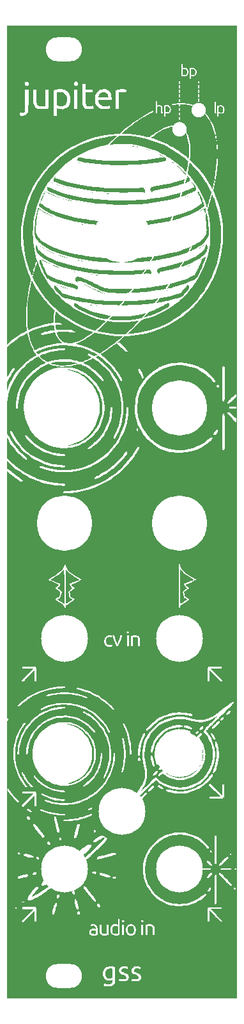
<source format=gto>
%TF.GenerationSoftware,KiCad,Pcbnew,7.0.10-7.0.10~ubuntu22.04.1*%
%TF.CreationDate,2024-02-21T20:07:40+01:00*%
%TF.ProjectId,Jove,4a6f7665-2e6b-4696-9361-645f70636258,rev?*%
%TF.SameCoordinates,Original*%
%TF.FileFunction,Legend,Top*%
%TF.FilePolarity,Positive*%
%FSLAX46Y46*%
G04 Gerber Fmt 4.6, Leading zero omitted, Abs format (unit mm)*
G04 Created by KiCad (PCBNEW 7.0.10-7.0.10~ubuntu22.04.1) date 2024-02-21 20:07:40*
%MOMM*%
%LPD*%
G01*
G04 APERTURE LIST*
%ADD10C,0.300000*%
%ADD11C,7.300000*%
%ADD12C,6.200000*%
%ADD13C,1.900000*%
%ADD14O,4.800000X3.200000*%
G04 APERTURE END LIST*
D10*
X-14021427Y-58753757D02*
X-14164285Y-58682328D01*
X-14164285Y-58682328D02*
X-14378570Y-58682328D01*
X-14378570Y-58682328D02*
X-14592856Y-58753757D01*
X-14592856Y-58753757D02*
X-14735713Y-58896614D01*
X-14735713Y-58896614D02*
X-14807142Y-59039471D01*
X-14807142Y-59039471D02*
X-14878570Y-59325185D01*
X-14878570Y-59325185D02*
X-14878570Y-59539471D01*
X-14878570Y-59539471D02*
X-14807142Y-59825185D01*
X-14807142Y-59825185D02*
X-14735713Y-59968042D01*
X-14735713Y-59968042D02*
X-14592856Y-60110900D01*
X-14592856Y-60110900D02*
X-14378570Y-60182328D01*
X-14378570Y-60182328D02*
X-14235713Y-60182328D01*
X-14235713Y-60182328D02*
X-14021427Y-60110900D01*
X-14021427Y-60110900D02*
X-13949999Y-60039471D01*
X-13949999Y-60039471D02*
X-13949999Y-59539471D01*
X-13949999Y-59539471D02*
X-14235713Y-59539471D01*
X-13092856Y-58682328D02*
X-13092856Y-59039471D01*
X-13449999Y-58896614D02*
X-13092856Y-59039471D01*
X-13092856Y-59039471D02*
X-12735713Y-58896614D01*
X-13307142Y-59325185D02*
X-13092856Y-59039471D01*
X-13092856Y-59039471D02*
X-12878570Y-59325185D01*
X-11949999Y-58682328D02*
X-11949999Y-59039471D01*
X-12307142Y-58896614D02*
X-11949999Y-59039471D01*
X-11949999Y-59039471D02*
X-11592856Y-58896614D01*
X-12164285Y-59325185D02*
X-11949999Y-59039471D01*
X-11949999Y-59039471D02*
X-11735713Y-59325185D01*
X-10807142Y-58682328D02*
X-10807142Y-59039471D01*
X-11164285Y-58896614D02*
X-10807142Y-59039471D01*
X-10807142Y-59039471D02*
X-10449999Y-58896614D01*
X-11021428Y-59325185D02*
X-10807142Y-59039471D01*
X-10807142Y-59039471D02*
X-10592856Y-59325185D01*
%TO.C,G\u002A\u002A\u002A*%
G36*
X-8996363Y-9983747D02*
G01*
X-8999853Y-9998862D01*
X-9013314Y-10000697D01*
X-9034242Y-9991394D01*
X-9030264Y-9983747D01*
X-9000090Y-9980704D01*
X-8996363Y-9983747D01*
G37*
G36*
X-8920087Y-10009172D02*
G01*
X-8923577Y-10024288D01*
X-8937037Y-10026123D01*
X-8957965Y-10016820D01*
X-8953988Y-10009172D01*
X-8923814Y-10006129D01*
X-8920087Y-10009172D01*
G37*
G36*
X-3177831Y-977018D02*
G01*
X-3081231Y-1053478D01*
X-3018573Y-1165903D01*
X-2992099Y-1311963D01*
X-2995767Y-1427942D01*
X-3022951Y-1560903D01*
X-3075781Y-1654969D01*
X-3158777Y-1717498D01*
X-3179339Y-1726845D01*
X-3281164Y-1756963D01*
X-3377224Y-1753207D01*
X-3476927Y-1720692D01*
X-3572273Y-1681144D01*
X-3572273Y-1318651D01*
X-3572273Y-956157D01*
X-3463901Y-941304D01*
X-3306135Y-938850D01*
X-3177831Y-977018D01*
G37*
G36*
X-6762600Y-5859473D02*
G01*
X-6722817Y-5862311D01*
X-6594050Y-5895681D01*
X-6496154Y-5969162D01*
X-6429356Y-6078009D01*
X-6399439Y-6192496D01*
X-6397002Y-6317346D01*
X-6419101Y-6438911D01*
X-6462796Y-6543544D01*
X-6525145Y-6617598D01*
X-6548936Y-6632805D01*
X-6646630Y-6661842D01*
X-6762480Y-6666326D01*
X-6870701Y-6646459D01*
X-6909360Y-6629998D01*
X-6979280Y-6592066D01*
X-6979280Y-6237407D01*
X-6979280Y-5882747D01*
X-6914337Y-5866447D01*
X-6850008Y-5859122D01*
X-6762600Y-5859473D01*
G37*
G36*
X-4333241Y-939611D02*
G01*
X-4227151Y-986147D01*
X-4146393Y-1072249D01*
X-4096026Y-1194496D01*
X-4080860Y-1330627D01*
X-4099407Y-1486928D01*
X-4154056Y-1608937D01*
X-4243319Y-1694915D01*
X-4365709Y-1743124D01*
X-4442039Y-1752694D01*
X-4527499Y-1754295D01*
X-4596917Y-1750748D01*
X-4621071Y-1746653D01*
X-4638698Y-1736736D01*
X-4650991Y-1713712D01*
X-4658888Y-1669686D01*
X-4663322Y-1596761D01*
X-4665230Y-1487041D01*
X-4665566Y-1370982D01*
X-4665566Y-1008259D01*
X-4601175Y-978920D01*
X-4459602Y-936062D01*
X-4333241Y-939611D01*
G37*
G36*
X-14966328Y-3996221D02*
G01*
X-14817074Y-4059385D01*
X-14697491Y-4163041D01*
X-14608953Y-4305861D01*
X-14552836Y-4486522D01*
X-14541510Y-4555389D01*
X-14524080Y-4686783D01*
X-15175704Y-4686783D01*
X-15388277Y-4686139D01*
X-15553972Y-4684083D01*
X-15676744Y-4680434D01*
X-15760551Y-4675008D01*
X-15809349Y-4667623D01*
X-15827095Y-4658096D01*
X-15827328Y-4656669D01*
X-15820825Y-4617038D01*
X-15804043Y-4546308D01*
X-15787612Y-4485048D01*
X-15714607Y-4305682D01*
X-15608221Y-4162082D01*
X-15472141Y-4057167D01*
X-15310053Y-3993860D01*
X-15143876Y-3974871D01*
X-14966328Y-3996221D01*
G37*
G36*
X457074Y-5899614D02*
G01*
X570229Y-5953363D01*
X647819Y-6043387D01*
X690197Y-6170049D01*
X699104Y-6283045D01*
X684961Y-6444445D01*
X642972Y-6567795D01*
X574116Y-6650304D01*
X569100Y-6653931D01*
X495473Y-6682486D01*
X395166Y-6693484D01*
X289253Y-6686843D01*
X198808Y-6662481D01*
X184334Y-6655424D01*
X114414Y-6617491D01*
X114414Y-6265068D01*
X114677Y-6118180D01*
X118008Y-6014586D01*
X128221Y-5946738D01*
X149130Y-5907082D01*
X184547Y-5888070D01*
X238286Y-5882151D01*
X308001Y-5881778D01*
X457074Y-5899614D01*
G37*
G36*
X-16315433Y-114805473D02*
G01*
X-16245174Y-114815177D01*
X-16205642Y-114842691D01*
X-16188004Y-114897296D01*
X-16183430Y-114988271D01*
X-16183284Y-115058555D01*
X-16185021Y-115170578D01*
X-16191307Y-115241384D01*
X-16203750Y-115280525D01*
X-16223501Y-115297376D01*
X-16280174Y-115307200D01*
X-16369191Y-115310549D01*
X-16472528Y-115307950D01*
X-16572163Y-115299930D01*
X-16650072Y-115287015D01*
X-16658871Y-115284659D01*
X-16749835Y-115235345D01*
X-16803632Y-115152028D01*
X-16818919Y-115052898D01*
X-16799212Y-114951054D01*
X-16739256Y-114876516D01*
X-16637801Y-114828492D01*
X-16493596Y-114806195D01*
X-16425249Y-114804301D01*
X-16315433Y-114805473D01*
G37*
G36*
X-14136537Y-119879189D02*
G01*
X-13958559Y-119902098D01*
X-13951722Y-120481744D01*
X-13944885Y-121061390D01*
X-14055433Y-121110290D01*
X-14191348Y-121154354D01*
X-14335203Y-121174363D01*
X-14467894Y-121168687D01*
X-14536756Y-121151340D01*
X-14647578Y-121102025D01*
X-14726464Y-121042404D01*
X-14791563Y-120956715D01*
X-14822395Y-120903251D01*
X-14860409Y-120827193D01*
X-14882963Y-120759336D01*
X-14894015Y-120681126D01*
X-14897523Y-120574010D01*
X-14897657Y-120550447D01*
X-14880167Y-120344203D01*
X-14826800Y-120173854D01*
X-14738567Y-120040289D01*
X-14616476Y-119944398D01*
X-14461536Y-119887071D01*
X-14274758Y-119869199D01*
X-14136537Y-119879189D01*
G37*
G36*
X-13446668Y-114228467D02*
G01*
X-13341411Y-114262194D01*
X-13246647Y-114308505D01*
X-13239700Y-114777013D01*
X-13238516Y-114926577D01*
X-13239435Y-115058409D01*
X-13242239Y-115164163D01*
X-13246711Y-115235493D01*
X-13252412Y-115263878D01*
X-13292773Y-115278917D01*
X-13367562Y-115290342D01*
X-13460426Y-115297184D01*
X-13555010Y-115298474D01*
X-13634961Y-115293243D01*
X-13663044Y-115288205D01*
X-13788138Y-115234840D01*
X-13889926Y-115140006D01*
X-13944123Y-115057713D01*
X-13977902Y-114987212D01*
X-13996656Y-114915442D01*
X-14004107Y-114823486D01*
X-14004694Y-114749888D01*
X-13987984Y-114571446D01*
X-13941654Y-114424957D01*
X-13867678Y-114315133D01*
X-13800548Y-114262621D01*
X-13699552Y-114227563D01*
X-13574579Y-114216172D01*
X-13446668Y-114228467D01*
G37*
G36*
X-11341492Y-114248938D02*
G01*
X-11282192Y-114284129D01*
X-11207890Y-114364082D01*
X-11151080Y-114480263D01*
X-11114772Y-114620156D01*
X-11101979Y-114771242D01*
X-11115712Y-114921004D01*
X-11121982Y-114950011D01*
X-11171635Y-115080428D01*
X-11248353Y-115188756D01*
X-11342883Y-115263720D01*
X-11398068Y-115286356D01*
X-11484858Y-115306581D01*
X-11552138Y-115307843D01*
X-11627461Y-115289119D01*
X-11664155Y-115276468D01*
X-11751653Y-115239388D01*
X-11810821Y-115194239D01*
X-11858657Y-115125260D01*
X-11887122Y-115069749D01*
X-11920441Y-114965233D01*
X-11938941Y-114832315D01*
X-11942043Y-114690734D01*
X-11929169Y-114560228D01*
X-11904666Y-114471401D01*
X-11828666Y-114348775D01*
X-11725003Y-114262404D01*
X-11603024Y-114215100D01*
X-11472072Y-114209674D01*
X-11341492Y-114248938D01*
G37*
G36*
X-4049971Y-15028136D02*
G01*
X-4007790Y-15072243D01*
X-3951741Y-15139508D01*
X-3889075Y-15220410D01*
X-3827043Y-15305427D01*
X-3772894Y-15385037D01*
X-3733878Y-15449717D01*
X-3721239Y-15476126D01*
X-3697880Y-15540224D01*
X-3692908Y-15585099D01*
X-3709109Y-15631166D01*
X-3749266Y-15698839D01*
X-3752264Y-15703656D01*
X-3787092Y-15756014D01*
X-3823065Y-15796991D01*
X-3869299Y-15832197D01*
X-3934912Y-15867240D01*
X-4029022Y-15907732D01*
X-4160743Y-15959282D01*
X-4179208Y-15966361D01*
X-4265621Y-15997510D01*
X-4313006Y-16008739D01*
X-4328608Y-16001213D01*
X-4326475Y-15990037D01*
X-4315845Y-15954086D01*
X-4295173Y-15877270D01*
X-4266673Y-15768080D01*
X-4232563Y-15635002D01*
X-4195502Y-15488298D01*
X-4158614Y-15342507D01*
X-4125670Y-15214655D01*
X-4098730Y-15112547D01*
X-4079856Y-15043991D01*
X-4071106Y-15016793D01*
X-4071036Y-15016711D01*
X-4049971Y-15028136D01*
G37*
G36*
X-20642748Y-4012917D02*
G01*
X-20525600Y-4038714D01*
X-20425634Y-4083444D01*
X-20331883Y-4150480D01*
X-20249318Y-4227091D01*
X-20160462Y-4324646D01*
X-20095939Y-4420140D01*
X-20052282Y-4524353D01*
X-20026028Y-4648060D01*
X-20013712Y-4802037D01*
X-20011624Y-4966463D01*
X-20013869Y-5110562D01*
X-20019861Y-5217343D01*
X-20031347Y-5300303D01*
X-20050075Y-5372934D01*
X-20072259Y-5434757D01*
X-20161524Y-5599268D01*
X-20283779Y-5728279D01*
X-20433605Y-5819614D01*
X-20605582Y-5871095D01*
X-20794290Y-5880546D01*
X-20994310Y-5845791D01*
X-21051334Y-5827935D01*
X-21145367Y-5791370D01*
X-21230122Y-5751297D01*
X-21273806Y-5725354D01*
X-21344645Y-5674912D01*
X-21344645Y-4864530D01*
X-21344174Y-4626726D01*
X-21342657Y-4435615D01*
X-21339935Y-4287045D01*
X-21335848Y-4176869D01*
X-21330238Y-4100933D01*
X-21322946Y-4055090D01*
X-21313814Y-4035188D01*
X-21312890Y-4034523D01*
X-21276237Y-4026097D01*
X-21199894Y-4017653D01*
X-21095013Y-4010172D01*
X-20972745Y-4004631D01*
X-20972455Y-4004621D01*
X-20788044Y-4002677D01*
X-20642748Y-4012917D01*
G37*
G36*
X-3341114Y-16027614D02*
G01*
X-3281171Y-16059512D01*
X-3230423Y-16098369D01*
X-3179794Y-16153870D01*
X-3120209Y-16235698D01*
X-3057965Y-16329753D01*
X-2989900Y-16439475D01*
X-2929404Y-16545540D01*
X-2884135Y-16634041D01*
X-2864678Y-16680838D01*
X-2845616Y-16748162D01*
X-2844751Y-16799582D01*
X-2864538Y-16857946D01*
X-2889257Y-16909666D01*
X-2917792Y-16962471D01*
X-2949355Y-17004146D01*
X-2993316Y-17041923D01*
X-3059046Y-17083033D01*
X-3155916Y-17134706D01*
X-3229029Y-17171846D01*
X-3496327Y-17299312D01*
X-3801261Y-17431863D01*
X-4131638Y-17564436D01*
X-4475264Y-17691971D01*
X-4522442Y-17708680D01*
X-4658797Y-17756382D01*
X-4754178Y-17788314D01*
X-4815493Y-17805827D01*
X-4849652Y-17810274D01*
X-4863563Y-17803004D01*
X-4864135Y-17785369D01*
X-4862034Y-17775086D01*
X-4849676Y-17730661D01*
X-4822512Y-17640480D01*
X-4781363Y-17507173D01*
X-4727055Y-17333374D01*
X-4660410Y-17121715D01*
X-4582252Y-16874827D01*
X-4493405Y-16595343D01*
X-4466788Y-16511806D01*
X-4398599Y-16297889D01*
X-3932544Y-16133390D01*
X-3466489Y-15968891D01*
X-3341114Y-16027614D01*
G37*
G36*
X-1484018Y-20031027D02*
G01*
X-1435219Y-20223253D01*
X-1388358Y-20457139D01*
X-1344505Y-20723503D01*
X-1304729Y-21013161D01*
X-1270099Y-21316930D01*
X-1241684Y-21625628D01*
X-1220553Y-21930070D01*
X-1207775Y-22221075D01*
X-1204293Y-22433730D01*
X-1204802Y-22605553D01*
X-1207681Y-22736640D01*
X-1213762Y-22837084D01*
X-1223872Y-22916975D01*
X-1238842Y-22986406D01*
X-1253984Y-23038402D01*
X-1352800Y-23273224D01*
X-1499990Y-23509938D01*
X-1693240Y-23746326D01*
X-1930240Y-23980169D01*
X-2208678Y-24209249D01*
X-2526243Y-24431347D01*
X-2880622Y-24644246D01*
X-2989150Y-24703523D01*
X-3088536Y-24755099D01*
X-3204813Y-24812994D01*
X-3328739Y-24872900D01*
X-3451073Y-24930510D01*
X-3562573Y-24981514D01*
X-3653996Y-25021606D01*
X-3716103Y-25046477D01*
X-3737864Y-25052549D01*
X-3729575Y-25030724D01*
X-3701052Y-24968824D01*
X-3654894Y-24872211D01*
X-3593699Y-24746247D01*
X-3520064Y-24596295D01*
X-3436587Y-24427716D01*
X-3383711Y-24321568D01*
X-2907103Y-23337756D01*
X-2469972Y-22375046D01*
X-2073277Y-21435635D01*
X-1717978Y-20521721D01*
X-1677633Y-20412409D01*
X-1631149Y-20286031D01*
X-1589021Y-20172085D01*
X-1555309Y-20081508D01*
X-1534073Y-20025240D01*
X-1531386Y-20018315D01*
X-1506408Y-19954751D01*
X-1484018Y-20031027D01*
G37*
G36*
X-20491883Y-39624607D02*
G01*
X-20243397Y-39628026D01*
X-20232402Y-39628204D01*
X-19450451Y-39640906D01*
X-19059522Y-39731767D01*
X-18901058Y-39769090D01*
X-18786483Y-39797507D01*
X-18709979Y-39818841D01*
X-18665727Y-39834912D01*
X-18647910Y-39847541D01*
X-18650710Y-39858550D01*
X-18651669Y-39859431D01*
X-18684188Y-39872079D01*
X-18756944Y-39892445D01*
X-18860298Y-39918321D01*
X-18984616Y-39947498D01*
X-19120258Y-39977768D01*
X-19257590Y-40006924D01*
X-19386974Y-40032756D01*
X-19490741Y-40051696D01*
X-19641655Y-40074436D01*
X-19818460Y-40096247D01*
X-20008116Y-40115975D01*
X-20197583Y-40132468D01*
X-20373824Y-40144574D01*
X-20523798Y-40151138D01*
X-20620020Y-40151525D01*
X-20705924Y-40147679D01*
X-20821094Y-40140592D01*
X-20944156Y-40131615D01*
X-20975976Y-40129041D01*
X-21119467Y-40113593D01*
X-21279856Y-40090411D01*
X-21448463Y-40061381D01*
X-21616610Y-40028390D01*
X-21775619Y-39993325D01*
X-21916811Y-39958070D01*
X-22031508Y-39924514D01*
X-22111030Y-39894542D01*
X-22142424Y-39875497D01*
X-22144478Y-39863307D01*
X-22123183Y-39849010D01*
X-22073381Y-39831038D01*
X-21989919Y-39807825D01*
X-21867640Y-39777804D01*
X-21701389Y-39739407D01*
X-21675175Y-39733469D01*
X-21526716Y-39700871D01*
X-21395292Y-39674930D01*
X-21272465Y-39655031D01*
X-21149795Y-39640558D01*
X-21018841Y-39630895D01*
X-20871165Y-39625426D01*
X-20698325Y-39623535D01*
X-20491883Y-39624607D01*
G37*
G36*
X-7214498Y-30326173D02*
G01*
X-7226009Y-30348802D01*
X-7264887Y-30406100D01*
X-7327068Y-30492761D01*
X-7408489Y-30603479D01*
X-7505089Y-30732947D01*
X-7612803Y-30875859D01*
X-7727569Y-31026908D01*
X-7845325Y-31180789D01*
X-7962008Y-31332195D01*
X-8073554Y-31475820D01*
X-8175901Y-31606358D01*
X-8264987Y-31718501D01*
X-8336748Y-31806945D01*
X-8387122Y-31866382D01*
X-8412046Y-31891507D01*
X-8413370Y-31891988D01*
X-8439775Y-31894833D01*
X-8509164Y-31902784D01*
X-8614025Y-31914967D01*
X-8746842Y-31930508D01*
X-8900103Y-31948532D01*
X-8952410Y-31954702D01*
X-9399393Y-32003287D01*
X-9873609Y-32047169D01*
X-10363201Y-32085612D01*
X-10856311Y-32117880D01*
X-11341082Y-32143235D01*
X-11805655Y-32160941D01*
X-12238173Y-32170262D01*
X-12442452Y-32171548D01*
X-12782402Y-32171668D01*
X-12693919Y-32063610D01*
X-12639566Y-31996071D01*
X-12562328Y-31898522D01*
X-12467919Y-31778320D01*
X-12362049Y-31642828D01*
X-12250431Y-31499403D01*
X-12138777Y-31355408D01*
X-12032799Y-31218200D01*
X-11938208Y-31095140D01*
X-11860717Y-30993588D01*
X-11806038Y-30920905D01*
X-11788801Y-30897360D01*
X-11704556Y-30779908D01*
X-11306032Y-30762414D01*
X-10607606Y-30723941D01*
X-9904248Y-30670103D01*
X-9208190Y-30602158D01*
X-8531668Y-30521362D01*
X-7886914Y-30428974D01*
X-7590463Y-30380565D01*
X-7460389Y-30359022D01*
X-7349379Y-30341820D01*
X-7266445Y-30330264D01*
X-7220601Y-30325658D01*
X-7214498Y-30326173D01*
G37*
G36*
X-16172602Y-35824023D02*
G01*
X-15687356Y-35943015D01*
X-15165967Y-36047550D01*
X-14621537Y-36135851D01*
X-14067168Y-36206143D01*
X-13515961Y-36256648D01*
X-12981019Y-36285591D01*
X-12725426Y-36291402D01*
X-12611011Y-36292704D01*
X-12712713Y-36383366D01*
X-12881064Y-36528846D01*
X-13083665Y-36696343D01*
X-13312447Y-36879683D01*
X-13559341Y-37072690D01*
X-13816276Y-37269189D01*
X-14075183Y-37463005D01*
X-14327992Y-37647963D01*
X-14566634Y-37817889D01*
X-14772172Y-37959300D01*
X-14895140Y-38041312D01*
X-15029168Y-38129362D01*
X-15167468Y-38219134D01*
X-15303247Y-38306316D01*
X-15429715Y-38386593D01*
X-15540083Y-38455653D01*
X-15627558Y-38509182D01*
X-15685352Y-38542866D01*
X-15706282Y-38552665D01*
X-15729256Y-38539926D01*
X-15786814Y-38505856D01*
X-15870184Y-38455697D01*
X-15967167Y-38396781D01*
X-16344750Y-38182271D01*
X-16755156Y-37977482D01*
X-17180382Y-37790546D01*
X-17602424Y-37629597D01*
X-17838526Y-37551398D01*
X-17971673Y-37511898D01*
X-18122276Y-37470321D01*
X-18280665Y-37429002D01*
X-18437173Y-37390276D01*
X-18582130Y-37356478D01*
X-18705868Y-37329945D01*
X-18798718Y-37313011D01*
X-18846597Y-37307905D01*
X-18895358Y-37302251D01*
X-18896420Y-37285858D01*
X-18849318Y-37258433D01*
X-18753586Y-37219683D01*
X-18646189Y-37181860D01*
X-18324066Y-37057133D01*
X-17978558Y-36894028D01*
X-17615399Y-36695852D01*
X-17240326Y-36465913D01*
X-16859077Y-36207517D01*
X-16515846Y-35953697D01*
X-16301761Y-35788963D01*
X-16172602Y-35824023D01*
G37*
G36*
X-2550321Y-17140799D02*
G01*
X-2532224Y-17171700D01*
X-2497158Y-17243389D01*
X-2447819Y-17349760D01*
X-2386899Y-17484708D01*
X-2317095Y-17642124D01*
X-2241101Y-17815903D01*
X-2161612Y-17999939D01*
X-2081323Y-18188124D01*
X-2002927Y-18374353D01*
X-1953983Y-18492136D01*
X-1881946Y-18668318D01*
X-1828733Y-18803243D01*
X-1792601Y-18902162D01*
X-1771808Y-18970323D01*
X-1764612Y-19012977D01*
X-1769270Y-19035373D01*
X-1772531Y-19038783D01*
X-1804439Y-19064033D01*
X-1867219Y-19114086D01*
X-1952083Y-19181924D01*
X-2050240Y-19260527D01*
X-2059926Y-19268290D01*
X-2392811Y-19514388D01*
X-2761406Y-19747129D01*
X-3167850Y-19967453D01*
X-3614282Y-20176300D01*
X-4102838Y-20374612D01*
X-4635656Y-20563327D01*
X-5214876Y-20743387D01*
X-5752503Y-20892232D01*
X-5874704Y-20923594D01*
X-5977127Y-20948428D01*
X-6050900Y-20964695D01*
X-6087155Y-20970356D01*
X-6089390Y-20969662D01*
X-6080006Y-20943727D01*
X-6054002Y-20878837D01*
X-6014601Y-20782855D01*
X-5965025Y-20663645D01*
X-5920838Y-20558342D01*
X-5706406Y-20037601D01*
X-5491093Y-19492771D01*
X-5284895Y-18949439D01*
X-5173513Y-18645342D01*
X-4976197Y-18098695D01*
X-4560271Y-17956697D01*
X-4264620Y-17853115D01*
X-3991319Y-17751227D01*
X-3724933Y-17644801D01*
X-3450026Y-17527605D01*
X-3151164Y-17393406D01*
X-3051051Y-17347290D01*
X-2906325Y-17281442D01*
X-2777234Y-17224906D01*
X-2670815Y-17180581D01*
X-2594102Y-17151371D01*
X-2554133Y-17140175D01*
X-2550321Y-17140799D01*
G37*
G36*
X-18720891Y-31862270D02*
G01*
X-18617762Y-31871395D01*
X-18485081Y-31888677D01*
X-18317330Y-31914371D01*
X-18108991Y-31948729D01*
X-17933215Y-31978555D01*
X-17552286Y-32041820D01*
X-17192657Y-32097542D01*
X-16847138Y-32146386D01*
X-16508539Y-32189021D01*
X-16169671Y-32226112D01*
X-15823344Y-32258326D01*
X-15462368Y-32286331D01*
X-15079554Y-32310792D01*
X-14667713Y-32332378D01*
X-14219654Y-32351753D01*
X-13728189Y-32369587D01*
X-13710443Y-32370180D01*
X-13182648Y-32387784D01*
X-13453972Y-32705602D01*
X-13618009Y-32896001D01*
X-13782584Y-33083782D01*
X-13944063Y-33265051D01*
X-14098807Y-33435915D01*
X-14243183Y-33592482D01*
X-14373552Y-33730859D01*
X-14486280Y-33847152D01*
X-14577730Y-33937468D01*
X-14644266Y-33997916D01*
X-14682252Y-34024601D01*
X-14686818Y-34025544D01*
X-14723250Y-34019770D01*
X-14799314Y-34005441D01*
X-14904895Y-33984532D01*
X-15029875Y-33959020D01*
X-15069463Y-33950801D01*
X-15801424Y-33775269D01*
X-16505835Y-33559046D01*
X-17187936Y-33300310D01*
X-17852968Y-32997238D01*
X-17950351Y-32948461D01*
X-18217928Y-32809956D01*
X-18453019Y-32682271D01*
X-18652736Y-32567132D01*
X-18814197Y-32466267D01*
X-18934516Y-32381400D01*
X-19010809Y-32314260D01*
X-19011862Y-32313114D01*
X-19060809Y-32244283D01*
X-19080113Y-32166409D01*
X-19081781Y-32121507D01*
X-19076853Y-32045810D01*
X-19054419Y-31994181D01*
X-19003006Y-31943589D01*
X-18986436Y-31930127D01*
X-18948278Y-31902270D01*
X-18908163Y-31881303D01*
X-18860573Y-31867478D01*
X-18799989Y-31861049D01*
X-18720891Y-31862270D01*
G37*
G36*
X-6583252Y-31868342D02*
G01*
X-6537137Y-31893971D01*
X-6498032Y-31928527D01*
X-6447803Y-31985665D01*
X-6425038Y-32044986D01*
X-6419920Y-32125173D01*
X-6427415Y-32215230D01*
X-6455910Y-32281471D01*
X-6489840Y-32323750D01*
X-6551600Y-32377168D01*
X-6653276Y-32448174D01*
X-6788492Y-32533315D01*
X-6950871Y-32629134D01*
X-7134037Y-32732178D01*
X-7331615Y-32838991D01*
X-7537228Y-32946118D01*
X-7744499Y-33050105D01*
X-7947053Y-33147496D01*
X-8138513Y-33234837D01*
X-8292724Y-33300627D01*
X-8432202Y-33355715D01*
X-8593556Y-33416111D01*
X-8769394Y-33479374D01*
X-8952324Y-33543064D01*
X-9134956Y-33604738D01*
X-9309898Y-33661955D01*
X-9469759Y-33712274D01*
X-9607147Y-33753255D01*
X-9714672Y-33782454D01*
X-9784942Y-33797432D01*
X-9801296Y-33798895D01*
X-9800760Y-33782030D01*
X-9771292Y-33737527D01*
X-9719079Y-33674522D01*
X-9710909Y-33665412D01*
X-9455123Y-33378637D01*
X-9185645Y-33069330D01*
X-8918609Y-32756146D01*
X-8747078Y-32551000D01*
X-8646905Y-32430216D01*
X-8557347Y-32322417D01*
X-8483639Y-32233886D01*
X-8431013Y-32170907D01*
X-8404703Y-32139764D01*
X-8403238Y-32138105D01*
X-8373055Y-32127675D01*
X-8299853Y-32110945D01*
X-8190906Y-32089132D01*
X-8053486Y-32063451D01*
X-7894867Y-32035119D01*
X-7722323Y-32005352D01*
X-7543126Y-31975365D01*
X-7364551Y-31946376D01*
X-7193870Y-31919600D01*
X-7038357Y-31896254D01*
X-6905286Y-31877553D01*
X-6801929Y-31864713D01*
X-6735560Y-31858952D01*
X-6733218Y-31858867D01*
X-6642333Y-31858500D01*
X-6583252Y-31868342D01*
G37*
G36*
X-1571007Y-24162656D02*
G01*
X-1538238Y-24171530D01*
X-1464811Y-24199363D01*
X-1419385Y-24237690D01*
X-1383304Y-24303892D01*
X-1374822Y-24323793D01*
X-1353467Y-24377525D01*
X-1341523Y-24422341D01*
X-1339107Y-24471014D01*
X-1346337Y-24536315D01*
X-1363329Y-24631016D01*
X-1378331Y-24707631D01*
X-1417322Y-24882128D01*
X-1461044Y-25020399D01*
X-1516459Y-25137017D01*
X-1590528Y-25246557D01*
X-1690212Y-25363595D01*
X-1693201Y-25366861D01*
X-1907794Y-25576080D01*
X-2168274Y-25787113D01*
X-2469875Y-25997282D01*
X-2807833Y-26203908D01*
X-3177382Y-26404313D01*
X-3573758Y-26595818D01*
X-3992195Y-26775744D01*
X-4427928Y-26941412D01*
X-4600642Y-27001282D01*
X-4706878Y-27036545D01*
X-4794944Y-27064709D01*
X-4853901Y-27082338D01*
X-4872329Y-27086583D01*
X-4866662Y-27065988D01*
X-4838810Y-27009114D01*
X-4792685Y-26923324D01*
X-4732198Y-26815986D01*
X-4689989Y-26743193D01*
X-4612730Y-26609850D01*
X-4519033Y-26445878D01*
X-4416824Y-26265279D01*
X-4314028Y-26082058D01*
X-4218731Y-25910510D01*
X-4138337Y-25765906D01*
X-4064773Y-25635504D01*
X-4002023Y-25526212D01*
X-3954070Y-25444940D01*
X-3924899Y-25398597D01*
X-3919349Y-25391353D01*
X-3884130Y-25369175D01*
X-3813584Y-25334154D01*
X-3719707Y-25292048D01*
X-3661262Y-25267458D01*
X-3190971Y-25055217D01*
X-2728337Y-24809700D01*
X-2289299Y-24539784D01*
X-2023751Y-24355187D01*
X-1919352Y-24280810D01*
X-1825519Y-24217622D01*
X-1751936Y-24171897D01*
X-1708284Y-24149909D01*
X-1705933Y-24149256D01*
X-1649742Y-24148916D01*
X-1571007Y-24162656D01*
G37*
G36*
X-10418535Y-34191501D02*
G01*
X-10430720Y-34212831D01*
X-10475726Y-34264949D01*
X-10549367Y-34343765D01*
X-10647457Y-34445191D01*
X-10765808Y-34565140D01*
X-10900237Y-34699521D01*
X-11046555Y-34844248D01*
X-11200577Y-34995231D01*
X-11358117Y-35148382D01*
X-11514989Y-35299613D01*
X-11667007Y-35444835D01*
X-11809984Y-35579960D01*
X-11939735Y-35700900D01*
X-12052072Y-35803566D01*
X-12142811Y-35883869D01*
X-12201344Y-35932691D01*
X-12300186Y-36010907D01*
X-12697140Y-36007139D01*
X-12873672Y-36004207D01*
X-13069737Y-35998914D01*
X-13262728Y-35991984D01*
X-13430040Y-35984136D01*
X-13446388Y-35983220D01*
X-14020491Y-35936227D01*
X-14613529Y-35861022D01*
X-15204282Y-35760593D01*
X-15578035Y-35682971D01*
X-15745079Y-35646268D01*
X-15865844Y-35618160D01*
X-15942977Y-35593393D01*
X-15979129Y-35566717D01*
X-15976950Y-35532878D01*
X-15939087Y-35486626D01*
X-15868191Y-35422707D01*
X-15766912Y-35335869D01*
X-15757321Y-35327553D01*
X-15654144Y-35236193D01*
X-15524883Y-35119067D01*
X-15379976Y-34985792D01*
X-15229863Y-34845981D01*
X-15084985Y-34709249D01*
X-15057181Y-34682759D01*
X-14630278Y-34275316D01*
X-14319844Y-34316093D01*
X-14072524Y-34346719D01*
X-13845316Y-34370350D01*
X-13626756Y-34387544D01*
X-13405379Y-34398858D01*
X-13169722Y-34404851D01*
X-12908322Y-34406080D01*
X-12609714Y-34403104D01*
X-12551337Y-34402169D01*
X-12247747Y-34395607D01*
X-11983646Y-34386243D01*
X-11747706Y-34373090D01*
X-11528596Y-34355158D01*
X-11314987Y-34331458D01*
X-11095549Y-34301004D01*
X-10858954Y-34262805D01*
X-10762415Y-34246093D01*
X-10638257Y-34224685D01*
X-10533718Y-34207432D01*
X-10458129Y-34195816D01*
X-10420818Y-34191318D01*
X-10418535Y-34191501D01*
G37*
G36*
X-3978543Y-29506201D02*
G01*
X-3933455Y-29525965D01*
X-3889817Y-29572024D01*
X-3856847Y-29617156D01*
X-3804743Y-29700917D01*
X-3780814Y-29773316D01*
X-3786753Y-29845337D01*
X-3824254Y-29927966D01*
X-3895013Y-30032187D01*
X-3927499Y-30075211D01*
X-4020969Y-30192700D01*
X-4132256Y-30325570D01*
X-4254181Y-30465923D01*
X-4379566Y-30605862D01*
X-4501231Y-30737489D01*
X-4611998Y-30852906D01*
X-4704688Y-30944216D01*
X-4769266Y-31001282D01*
X-4842789Y-31052391D01*
X-4933306Y-31101359D01*
X-5046168Y-31150079D01*
X-5186725Y-31200443D01*
X-5360329Y-31254343D01*
X-5572330Y-31313673D01*
X-5828079Y-31380324D01*
X-5873274Y-31391758D01*
X-6170685Y-31465574D01*
X-6437164Y-31528854D01*
X-6688465Y-31584977D01*
X-6940346Y-31637317D01*
X-7208563Y-31689253D01*
X-7508871Y-31744160D01*
X-7561221Y-31753495D01*
X-7750078Y-31786799D01*
X-7894384Y-31811345D01*
X-7999587Y-31827667D01*
X-8071130Y-31836295D01*
X-8114459Y-31837764D01*
X-8135020Y-31832604D01*
X-8138258Y-31821348D01*
X-8132673Y-31809356D01*
X-8111777Y-31780299D01*
X-8064649Y-31717740D01*
X-7996329Y-31628274D01*
X-7911858Y-31518497D01*
X-7816277Y-31395003D01*
X-7797458Y-31370767D01*
X-7678029Y-31215776D01*
X-7548023Y-31044943D01*
X-7418733Y-30873244D01*
X-7301453Y-30715654D01*
X-7230404Y-30618807D01*
X-6979387Y-30273653D01*
X-6642447Y-30203240D01*
X-6319048Y-30131205D01*
X-5963705Y-30044237D01*
X-5591606Y-29946486D01*
X-5217942Y-29842100D01*
X-4857903Y-29735228D01*
X-4526679Y-29630018D01*
X-4450641Y-29604625D01*
X-4323893Y-29564627D01*
X-4204442Y-29531918D01*
X-4105850Y-29509906D01*
X-4042372Y-29501998D01*
X-3978543Y-29506201D01*
G37*
G36*
X-12559250Y-9763551D02*
G01*
X-11755229Y-9794979D01*
X-10956682Y-9876139D01*
X-10166110Y-10006137D01*
X-9386014Y-10184079D01*
X-8618895Y-10409069D01*
X-7867256Y-10680215D01*
X-7133597Y-10996622D01*
X-6420419Y-11357395D01*
X-5730224Y-11761641D01*
X-5065513Y-12208465D01*
X-4487588Y-12649135D01*
X-4362773Y-12750363D01*
X-4244434Y-12846885D01*
X-4141156Y-12931657D01*
X-4061527Y-12997635D01*
X-4018540Y-13033945D01*
X-3918161Y-13120640D01*
X-3963749Y-13435794D01*
X-4015902Y-13769534D01*
X-4079681Y-14132627D01*
X-4134269Y-14418365D01*
X-4152398Y-14492546D01*
X-4170881Y-14541012D01*
X-4181047Y-14551848D01*
X-4207482Y-14534421D01*
X-4256395Y-14488932D01*
X-4311751Y-14431077D01*
X-4487557Y-14248171D01*
X-4697145Y-14045972D01*
X-4931336Y-13832401D01*
X-5180953Y-13615375D01*
X-5436819Y-13402812D01*
X-5689756Y-13202632D01*
X-5930587Y-13022751D01*
X-6007213Y-12968232D01*
X-6326911Y-12755183D01*
X-6683982Y-12537087D01*
X-7066307Y-12320582D01*
X-7461770Y-12112306D01*
X-7858251Y-11918897D01*
X-8212413Y-11760260D01*
X-8862379Y-11507877D01*
X-9536980Y-11294050D01*
X-10226779Y-11121057D01*
X-10922336Y-10991180D01*
X-11614211Y-10906698D01*
X-11810110Y-10891202D01*
X-12057095Y-10877959D01*
X-12333149Y-10869839D01*
X-12628280Y-10866643D01*
X-12932495Y-10868174D01*
X-13235801Y-10874232D01*
X-13528204Y-10884620D01*
X-13799711Y-10899138D01*
X-14040330Y-10917588D01*
X-14237466Y-10939419D01*
X-14389245Y-10959974D01*
X-13956911Y-10537543D01*
X-13820884Y-10405403D01*
X-13683698Y-10273515D01*
X-13553881Y-10149979D01*
X-13439961Y-10042892D01*
X-13350466Y-9960353D01*
X-13324662Y-9937134D01*
X-13124748Y-9759156D01*
X-12559250Y-9763551D01*
G37*
G36*
X-4887798Y-88531450D02*
G01*
X-4741730Y-88535087D01*
X-4621856Y-88542422D01*
X-4515865Y-88554407D01*
X-4411443Y-88571995D01*
X-4335465Y-88587551D01*
X-4225855Y-88611768D01*
X-4136327Y-88632732D01*
X-4077530Y-88647874D01*
X-4059820Y-88654024D01*
X-4058928Y-88682385D01*
X-4065656Y-88709542D01*
X-4085089Y-88731899D01*
X-4138115Y-88786761D01*
X-4221794Y-88871258D01*
X-4333187Y-88982521D01*
X-4469356Y-89117681D01*
X-4627361Y-89273868D01*
X-4804264Y-89448213D01*
X-4997126Y-89637848D01*
X-5203009Y-89839902D01*
X-5418972Y-90051508D01*
X-5642077Y-90269794D01*
X-5869386Y-90491893D01*
X-6097959Y-90714934D01*
X-6324858Y-90936050D01*
X-6547144Y-91152370D01*
X-6761877Y-91361025D01*
X-6966119Y-91559146D01*
X-7156932Y-91743864D01*
X-7331376Y-91912310D01*
X-7486512Y-92061614D01*
X-7619401Y-92188907D01*
X-7727105Y-92291321D01*
X-7806685Y-92365985D01*
X-7855201Y-92410030D01*
X-7861362Y-92415283D01*
X-7913450Y-92456399D01*
X-7941640Y-92466699D01*
X-7960491Y-92448639D01*
X-7968997Y-92433427D01*
X-8002244Y-92342860D01*
X-8030057Y-92211573D01*
X-8051975Y-92049457D01*
X-8067537Y-91866400D01*
X-8076281Y-91672289D01*
X-8077747Y-91477015D01*
X-8071474Y-91290464D01*
X-8057001Y-91122527D01*
X-8036138Y-90993390D01*
X-7929543Y-90613354D01*
X-7779014Y-90253656D01*
X-7587739Y-89917701D01*
X-7358903Y-89608896D01*
X-7095694Y-89330646D01*
X-6801300Y-89086358D01*
X-6478906Y-88879437D01*
X-6131701Y-88713290D01*
X-5796997Y-88600436D01*
X-5701553Y-88575370D01*
X-5618757Y-88557137D01*
X-5537376Y-88544653D01*
X-5446176Y-88536835D01*
X-5333924Y-88532599D01*
X-5189385Y-88530862D01*
X-5072373Y-88530560D01*
X-4887798Y-88531450D01*
G37*
G36*
X-8926337Y-32530495D02*
G01*
X-9031173Y-32654493D01*
X-9150837Y-32794145D01*
X-9280497Y-32943992D01*
X-9415321Y-33098571D01*
X-9550478Y-33252421D01*
X-9681136Y-33400080D01*
X-9802465Y-33536088D01*
X-9909632Y-33654982D01*
X-9997808Y-33751302D01*
X-10062159Y-33819585D01*
X-10096355Y-33853110D01*
X-10146072Y-33877470D01*
X-10239754Y-33905998D01*
X-10370791Y-33937558D01*
X-10532573Y-33971013D01*
X-10718492Y-34005226D01*
X-10921938Y-34039062D01*
X-11136303Y-34071384D01*
X-11354977Y-34101056D01*
X-11571350Y-34126940D01*
X-11778814Y-34147902D01*
X-11843277Y-34153470D01*
X-11957344Y-34160344D01*
X-12111641Y-34166026D01*
X-12295701Y-34170456D01*
X-12499057Y-34173573D01*
X-12711243Y-34175315D01*
X-12921792Y-34175620D01*
X-13120238Y-34174427D01*
X-13296114Y-34171676D01*
X-13438954Y-34167305D01*
X-13513614Y-34163253D01*
X-13605666Y-34155680D01*
X-13722428Y-34144576D01*
X-13854107Y-34131048D01*
X-13990915Y-34116202D01*
X-14123059Y-34101147D01*
X-14240749Y-34086989D01*
X-14334195Y-34074834D01*
X-14393606Y-34065791D01*
X-14409653Y-34061934D01*
X-14399051Y-34040738D01*
X-14358421Y-33988423D01*
X-14292700Y-33910798D01*
X-14206822Y-33813670D01*
X-14105722Y-33702845D01*
X-14090793Y-33686738D01*
X-13969550Y-33554417D01*
X-13826556Y-33395516D01*
X-13672773Y-33222391D01*
X-13519161Y-33047398D01*
X-13376680Y-32882890D01*
X-13347693Y-32849072D01*
X-12942314Y-32375071D01*
X-12420707Y-32374819D01*
X-12016782Y-32371562D01*
X-11596317Y-32362485D01*
X-11167223Y-32348054D01*
X-10737412Y-32328738D01*
X-10314797Y-32305004D01*
X-9907288Y-32277320D01*
X-9522799Y-32246153D01*
X-9169240Y-32211971D01*
X-8854524Y-32175241D01*
X-8710577Y-32155541D01*
X-8598531Y-32139273D01*
X-8926337Y-32530495D01*
G37*
G36*
X-1645040Y-19337191D02*
G01*
X-1628292Y-19401049D01*
X-1608832Y-19484381D01*
X-1592723Y-19561168D01*
X-1585775Y-19620182D01*
X-1589632Y-19676334D01*
X-1605935Y-19744538D01*
X-1636329Y-19839705D01*
X-1653652Y-19891188D01*
X-1803598Y-20317477D01*
X-1977204Y-20779511D01*
X-2171256Y-21269862D01*
X-2382541Y-21781107D01*
X-2607843Y-22305819D01*
X-2843950Y-22836573D01*
X-3087647Y-23365943D01*
X-3335719Y-23886504D01*
X-3584953Y-24390831D01*
X-3695144Y-24607604D01*
X-3776325Y-24767704D01*
X-3841329Y-24894874D01*
X-3896839Y-24994502D01*
X-3949536Y-25071975D01*
X-4006101Y-25132682D01*
X-4073218Y-25182009D01*
X-4157567Y-25225344D01*
X-4265831Y-25268075D01*
X-4404692Y-25315589D01*
X-4580830Y-25373274D01*
X-4689024Y-25408962D01*
X-5284519Y-25595190D01*
X-5897581Y-25763368D01*
X-6534613Y-25914905D01*
X-7202016Y-26051213D01*
X-7906191Y-26173704D01*
X-8653542Y-26283789D01*
X-8662549Y-26285006D01*
X-8782155Y-26301161D01*
X-8594704Y-25971138D01*
X-8255387Y-25363467D01*
X-7915768Y-24735421D01*
X-7580918Y-24096988D01*
X-7255912Y-23458155D01*
X-6945823Y-22828910D01*
X-6655724Y-22219242D01*
X-6390689Y-21639138D01*
X-6365245Y-21581978D01*
X-6218489Y-21251448D01*
X-6045881Y-21205710D01*
X-5674309Y-21106012D01*
X-5345255Y-21014883D01*
X-5051548Y-20930089D01*
X-4786015Y-20849394D01*
X-4541485Y-20770563D01*
X-4310787Y-20691362D01*
X-4086749Y-20609556D01*
X-3890090Y-20533904D01*
X-3541325Y-20390585D01*
X-3220068Y-20244427D01*
X-2913344Y-20088518D01*
X-2608179Y-19915944D01*
X-2291595Y-19719794D01*
X-2001682Y-19527910D01*
X-1887252Y-19451275D01*
X-1788261Y-19386810D01*
X-1711951Y-19339085D01*
X-1665565Y-19312670D01*
X-1654890Y-19309092D01*
X-1645040Y-19337191D01*
G37*
G36*
X-3727586Y-13309432D02*
G01*
X-3675908Y-13352890D01*
X-3599767Y-13423972D01*
X-3504038Y-13517678D01*
X-3393599Y-13629014D01*
X-3273327Y-13752981D01*
X-3148097Y-13884583D01*
X-3022787Y-14018824D01*
X-2902274Y-14150705D01*
X-2791433Y-14275231D01*
X-2748196Y-14324998D01*
X-2473246Y-14657789D01*
X-2194524Y-15020479D01*
X-1921848Y-15399234D01*
X-1665035Y-15780219D01*
X-1433904Y-16149599D01*
X-1342119Y-16306203D01*
X-1251315Y-16466965D01*
X-1162025Y-16629017D01*
X-1077715Y-16785673D01*
X-1001852Y-16930249D01*
X-937905Y-17056058D01*
X-889340Y-17156416D01*
X-859624Y-17224637D01*
X-851752Y-17251697D01*
X-858876Y-17293517D01*
X-878955Y-17377288D01*
X-910046Y-17496341D01*
X-950210Y-17644006D01*
X-997504Y-17813615D01*
X-1049987Y-17998498D01*
X-1105719Y-18191987D01*
X-1162759Y-18387411D01*
X-1219164Y-18578101D01*
X-1272993Y-18757390D01*
X-1322307Y-18918606D01*
X-1365162Y-19055081D01*
X-1399619Y-19160146D01*
X-1423736Y-19227132D01*
X-1432183Y-19245843D01*
X-1445382Y-19233404D01*
X-1470693Y-19179863D01*
X-1505101Y-19092664D01*
X-1545589Y-18979252D01*
X-1571086Y-18903119D01*
X-1824195Y-18210271D01*
X-2124874Y-17530684D01*
X-2470610Y-16868797D01*
X-2858895Y-16229047D01*
X-3287216Y-15615872D01*
X-3753064Y-15033710D01*
X-3773842Y-15009506D01*
X-3857585Y-14909628D01*
X-3927721Y-14821007D01*
X-3978109Y-14751785D01*
X-4002608Y-14710105D01*
X-4003992Y-14704401D01*
X-3999414Y-14667081D01*
X-3986596Y-14589605D01*
X-3967252Y-14481683D01*
X-3943098Y-14353026D01*
X-3929933Y-14284881D01*
X-3898698Y-14119881D01*
X-3866598Y-13942113D01*
X-3837144Y-13771506D01*
X-3813847Y-13627990D01*
X-3811263Y-13611108D01*
X-3792383Y-13494046D01*
X-3774369Y-13395648D01*
X-3759345Y-13326733D01*
X-3749923Y-13298592D01*
X-3727586Y-13309432D01*
G37*
G36*
X-1575409Y-25775866D02*
G01*
X-1597322Y-25842905D01*
X-1633372Y-25944249D01*
X-1681088Y-26073482D01*
X-1738002Y-26224187D01*
X-1801642Y-26389950D01*
X-1869541Y-26564352D01*
X-1939228Y-26740979D01*
X-2008234Y-26913414D01*
X-2074089Y-27075240D01*
X-2134324Y-27220042D01*
X-2153215Y-27264561D01*
X-2219910Y-27414208D01*
X-2300606Y-27584894D01*
X-2390195Y-27766740D01*
X-2483568Y-27949863D01*
X-2575619Y-28124382D01*
X-2661240Y-28280417D01*
X-2735322Y-28408085D01*
X-2784032Y-28484904D01*
X-2854657Y-28579476D01*
X-2931025Y-28658829D01*
X-3023402Y-28730858D01*
X-3142058Y-28803456D01*
X-3297260Y-28884519D01*
X-3315625Y-28893612D01*
X-3616443Y-29032222D01*
X-3959890Y-29173193D01*
X-4337993Y-29313881D01*
X-4742778Y-29451641D01*
X-5166272Y-29583828D01*
X-5600499Y-29707799D01*
X-6037486Y-29820909D01*
X-6297296Y-29882373D01*
X-6426718Y-29911876D01*
X-6542278Y-29938247D01*
X-6632859Y-29958947D01*
X-6687347Y-29971439D01*
X-6693243Y-29972801D01*
X-6737339Y-29977624D01*
X-6750451Y-29971273D01*
X-6736642Y-29947090D01*
X-6697829Y-29886954D01*
X-6637933Y-29796735D01*
X-6560875Y-29682302D01*
X-6470575Y-29549525D01*
X-6397739Y-29443211D01*
X-6251482Y-29227989D01*
X-6089653Y-28985730D01*
X-5919113Y-28726994D01*
X-5746718Y-28462342D01*
X-5579330Y-28202336D01*
X-5423806Y-27957537D01*
X-5287007Y-27738504D01*
X-5226658Y-27640120D01*
X-5167085Y-27544634D01*
X-5114789Y-27465171D01*
X-5076779Y-27412149D01*
X-5062909Y-27396688D01*
X-5027348Y-27380576D01*
X-4955011Y-27354717D01*
X-4858029Y-27323297D01*
X-4792693Y-27303411D01*
X-4463190Y-27195472D01*
X-4104289Y-27059873D01*
X-3725896Y-26901218D01*
X-3337917Y-26724108D01*
X-2950260Y-26533148D01*
X-2572830Y-26332941D01*
X-2215535Y-26128089D01*
X-2062991Y-26035014D01*
X-1923665Y-25949130D01*
X-1799057Y-25874092D01*
X-1695483Y-25813557D01*
X-1619256Y-25771181D01*
X-1576692Y-25750623D01*
X-1570101Y-25749549D01*
X-1575409Y-25775866D01*
G37*
G36*
X-20387499Y-67114672D02*
G01*
X-20383752Y-67142924D01*
X-20380165Y-67217295D01*
X-20376754Y-67333382D01*
X-20373534Y-67486779D01*
X-20370523Y-67673081D01*
X-20367736Y-67887884D01*
X-20365191Y-68126783D01*
X-20362903Y-68385374D01*
X-20360889Y-68659250D01*
X-20359165Y-68944009D01*
X-20357748Y-69235244D01*
X-20356654Y-69528551D01*
X-20355899Y-69819526D01*
X-20355501Y-70103763D01*
X-20355474Y-70376858D01*
X-20355836Y-70634406D01*
X-20356604Y-70872002D01*
X-20357792Y-71085241D01*
X-20359419Y-71269719D01*
X-20361499Y-71421031D01*
X-20364051Y-71534773D01*
X-20367089Y-71606538D01*
X-20370631Y-71631923D01*
X-20370685Y-71631928D01*
X-20400989Y-71619969D01*
X-20464786Y-71587697D01*
X-20551705Y-71540520D01*
X-20620642Y-71501588D01*
X-20760493Y-71419088D01*
X-20897101Y-71334352D01*
X-21022051Y-71252988D01*
X-21126929Y-71180603D01*
X-21203322Y-71122805D01*
X-21240102Y-71088705D01*
X-21256465Y-71058450D01*
X-21239733Y-71032575D01*
X-21191542Y-71003058D01*
X-21120610Y-70961832D01*
X-21034236Y-70908255D01*
X-20993506Y-70881878D01*
X-20877842Y-70805602D01*
X-20776544Y-70415005D01*
X-20675246Y-70024408D01*
X-20774760Y-69938930D01*
X-20842783Y-69884821D01*
X-20936628Y-69815706D01*
X-21039292Y-69743997D01*
X-21071322Y-69722468D01*
X-21157182Y-69663463D01*
X-21224106Y-69613796D01*
X-21262661Y-69580658D01*
X-21268369Y-69572281D01*
X-21249899Y-69546586D01*
X-21203329Y-69504236D01*
X-21178165Y-69484277D01*
X-21098025Y-69408789D01*
X-21021056Y-69311982D01*
X-20956788Y-69208604D01*
X-20914748Y-69113404D01*
X-20903643Y-69059391D01*
X-20899700Y-68974971D01*
X-21319715Y-68835132D01*
X-21483790Y-68777150D01*
X-21644217Y-68714364D01*
X-21793850Y-68650185D01*
X-21925541Y-68588028D01*
X-22032143Y-68531304D01*
X-22106509Y-68483427D01*
X-22141493Y-68447809D01*
X-22143202Y-68441886D01*
X-22123166Y-68420749D01*
X-22066867Y-68381297D01*
X-21982910Y-68329147D01*
X-21879900Y-68269915D01*
X-21878579Y-68269182D01*
X-21509563Y-68052045D01*
X-21183819Y-67834409D01*
X-20903153Y-67617673D01*
X-20669372Y-67403239D01*
X-20484283Y-67192507D01*
X-20476488Y-67182289D01*
X-20431669Y-67133197D01*
X-20396593Y-67112345D01*
X-20387499Y-67114672D01*
G37*
G36*
X-5626162Y-8571240D02*
G01*
X-5476309Y-8580850D01*
X-5345992Y-8597522D01*
X-5244372Y-8620819D01*
X-5180611Y-8650303D01*
X-5168107Y-8663197D01*
X-5155664Y-8705707D01*
X-5149251Y-8773866D01*
X-5149038Y-8786633D01*
X-5145198Y-8849181D01*
X-5126338Y-8875954D01*
X-5080405Y-8881944D01*
X-5072373Y-8881978D01*
X-5017767Y-8875045D01*
X-4997829Y-8845977D01*
X-4996096Y-8819915D01*
X-4987494Y-8766624D01*
X-4972680Y-8743380D01*
X-4936089Y-8747886D01*
X-4872430Y-8781862D01*
X-4790374Y-8838605D01*
X-4698591Y-8911410D01*
X-4605753Y-8993575D01*
X-4520530Y-9078396D01*
X-4478827Y-9125192D01*
X-4310451Y-9361042D01*
X-4165494Y-9641351D01*
X-4043862Y-9966356D01*
X-3945461Y-10336292D01*
X-3896568Y-10585482D01*
X-3879884Y-10688083D01*
X-3866856Y-10785615D01*
X-3857034Y-10886511D01*
X-3849971Y-10999202D01*
X-3845217Y-11132120D01*
X-3842324Y-11293700D01*
X-3840843Y-11492371D01*
X-3840433Y-11640637D01*
X-3841299Y-11917521D01*
X-3844752Y-12160429D01*
X-3850652Y-12366634D01*
X-3858858Y-12533409D01*
X-3869230Y-12658026D01*
X-3881626Y-12737757D01*
X-3895908Y-12769877D01*
X-3898616Y-12770397D01*
X-3923773Y-12753968D01*
X-3977934Y-12711062D01*
X-4052086Y-12648976D01*
X-4106206Y-12602257D01*
X-4315236Y-12427931D01*
X-4559777Y-12237784D01*
X-4829893Y-12038802D01*
X-5115645Y-11837973D01*
X-5407097Y-11642283D01*
X-5694311Y-11458719D01*
X-5962263Y-11297227D01*
X-6328516Y-11094202D01*
X-6728148Y-10890657D01*
X-7147579Y-10692685D01*
X-7573225Y-10506377D01*
X-7991504Y-10337828D01*
X-8388833Y-10193129D01*
X-8523874Y-10148132D01*
X-8645391Y-10107827D01*
X-8747418Y-10072220D01*
X-8821246Y-10044489D01*
X-8858163Y-10027809D01*
X-8860761Y-10025268D01*
X-8841513Y-10005837D01*
X-8788914Y-9962549D01*
X-8710681Y-9901534D01*
X-8614530Y-9828922D01*
X-8600150Y-9818234D01*
X-8184116Y-9524981D01*
X-7774444Y-9266675D01*
X-7374756Y-9045165D01*
X-6988671Y-8862299D01*
X-6619810Y-8719924D01*
X-6271791Y-8619889D01*
X-6237705Y-8612160D01*
X-6101322Y-8589151D01*
X-5947830Y-8574954D01*
X-5786389Y-8569129D01*
X-5626162Y-8571240D01*
G37*
G36*
X-21692579Y-35091680D02*
G01*
X-21674724Y-35213550D01*
X-21657871Y-35319072D01*
X-21643937Y-35396826D01*
X-21634946Y-35435117D01*
X-21638428Y-35464890D01*
X-21682701Y-35483065D01*
X-21704832Y-35487065D01*
X-22078352Y-35547389D01*
X-22402759Y-35604543D01*
X-22679666Y-35658940D01*
X-22910684Y-35710994D01*
X-23097424Y-35761118D01*
X-23241500Y-35809725D01*
X-23344522Y-35857228D01*
X-23408103Y-35904040D01*
X-23426146Y-35928309D01*
X-23436168Y-35991070D01*
X-23404963Y-36045491D01*
X-23342071Y-36080337D01*
X-23291231Y-36087184D01*
X-23238397Y-36081312D01*
X-23146613Y-36065079D01*
X-23026235Y-36040558D01*
X-22887623Y-36009822D01*
X-22790372Y-35986944D01*
X-22421560Y-35904652D01*
X-22043512Y-35832260D01*
X-21683214Y-35774908D01*
X-21660617Y-35771764D01*
X-21557069Y-35757495D01*
X-21512564Y-35898681D01*
X-21399409Y-36193868D01*
X-21254583Y-36467633D01*
X-21082998Y-36712912D01*
X-20889564Y-36922642D01*
X-20689130Y-37083134D01*
X-20554835Y-37173465D01*
X-20854395Y-37190631D01*
X-21255360Y-37222991D01*
X-21660399Y-37273370D01*
X-22056893Y-37339581D01*
X-22432223Y-37419435D01*
X-22773771Y-37510745D01*
X-22866023Y-37539482D01*
X-23055651Y-37603341D01*
X-23260505Y-37676795D01*
X-23469137Y-37755376D01*
X-23670095Y-37834615D01*
X-23851930Y-37910040D01*
X-24003192Y-37977183D01*
X-24070887Y-38009807D01*
X-24154176Y-38051044D01*
X-24218106Y-38081484D01*
X-24250723Y-38095461D01*
X-24252297Y-38095792D01*
X-24272187Y-38077083D01*
X-24300965Y-38037424D01*
X-24353388Y-37948097D01*
X-24418901Y-37822283D01*
X-24492396Y-37670979D01*
X-24568760Y-37505179D01*
X-24642886Y-37335881D01*
X-24709662Y-37174079D01*
X-24746467Y-37078775D01*
X-24800688Y-36923751D01*
X-24859434Y-36739733D01*
X-24916401Y-36547412D01*
X-24965283Y-36367479D01*
X-24975040Y-36328725D01*
X-25020238Y-36148086D01*
X-25054360Y-36010433D01*
X-25076704Y-35908972D01*
X-25086567Y-35836907D01*
X-25083248Y-35787445D01*
X-25066043Y-35753790D01*
X-25034251Y-35729147D01*
X-24987171Y-35706722D01*
X-24924098Y-35679719D01*
X-24907187Y-35672115D01*
X-24408855Y-35462584D01*
X-23875978Y-35272186D01*
X-23322552Y-35104913D01*
X-22762577Y-34964761D01*
X-22210053Y-34855724D01*
X-21864167Y-34803770D01*
X-21735341Y-34786996D01*
X-21692579Y-35091680D01*
G37*
G36*
X-20136782Y-67111476D02*
G01*
X-20106687Y-67133827D01*
X-20056250Y-67185495D01*
X-19996149Y-67255503D01*
X-19993512Y-67258755D01*
X-19879182Y-67383850D01*
X-19728158Y-67524659D01*
X-19549383Y-67674463D01*
X-19351800Y-67826544D01*
X-19144350Y-67974185D01*
X-18935976Y-68110666D01*
X-18735621Y-68229272D01*
X-18620197Y-68290457D01*
X-18524983Y-68340285D01*
X-18449742Y-68383483D01*
X-18404262Y-68414211D01*
X-18395296Y-68424639D01*
X-18418697Y-68464505D01*
X-18484964Y-68515823D01*
X-18588188Y-68575651D01*
X-18722463Y-68641052D01*
X-18881882Y-68709084D01*
X-19060537Y-68776808D01*
X-19196196Y-68823216D01*
X-19364419Y-68879056D01*
X-19489378Y-68922749D01*
X-19576567Y-68956589D01*
X-19631479Y-68982873D01*
X-19659607Y-69003898D01*
X-19666567Y-69019829D01*
X-19652012Y-69071999D01*
X-19613786Y-69150759D01*
X-19560045Y-69243043D01*
X-19498943Y-69335781D01*
X-19438638Y-69415906D01*
X-19387284Y-69470351D01*
X-19383416Y-69473517D01*
X-19326227Y-69524449D01*
X-19290812Y-69566845D01*
X-19285185Y-69581270D01*
X-19305091Y-69607611D01*
X-19358474Y-69653357D01*
X-19435834Y-69710735D01*
X-19482232Y-69742488D01*
X-19581493Y-69810328D01*
X-19675032Y-69877213D01*
X-19747152Y-69931825D01*
X-19764667Y-69946146D01*
X-19850054Y-70018539D01*
X-19770338Y-70361220D01*
X-19739619Y-70492036D01*
X-19711461Y-70609688D01*
X-19688596Y-70702913D01*
X-19673759Y-70760444D01*
X-19671764Y-70767464D01*
X-19641460Y-70814494D01*
X-19573628Y-70868412D01*
X-19464374Y-70932729D01*
X-19377073Y-70982298D01*
X-19309003Y-71025609D01*
X-19271292Y-71055409D01*
X-19267374Y-71061140D01*
X-19283837Y-71086655D01*
X-19336808Y-71131868D01*
X-19418338Y-71191790D01*
X-19520480Y-71261431D01*
X-19635284Y-71335802D01*
X-19754803Y-71409914D01*
X-19871089Y-71478779D01*
X-19976192Y-71537406D01*
X-20062166Y-71580806D01*
X-20121060Y-71603991D01*
X-20136192Y-71606503D01*
X-20160597Y-71584092D01*
X-20180775Y-71528508D01*
X-20184181Y-71511158D01*
X-20187323Y-71466475D01*
X-20190108Y-71375871D01*
X-20192540Y-71244273D01*
X-20194617Y-71076609D01*
X-20196341Y-70877808D01*
X-20197713Y-70652797D01*
X-20198733Y-70406504D01*
X-20199402Y-70143858D01*
X-20199719Y-69869786D01*
X-20199687Y-69589216D01*
X-20199306Y-69307076D01*
X-20198576Y-69028294D01*
X-20197498Y-68757798D01*
X-20196073Y-68500516D01*
X-20194301Y-68261377D01*
X-20192184Y-68045307D01*
X-20189720Y-67857236D01*
X-20186913Y-67702090D01*
X-20183761Y-67584798D01*
X-20183658Y-67581846D01*
X-20176396Y-67402133D01*
X-20168633Y-67269247D01*
X-20159968Y-67179164D01*
X-20150001Y-67127861D01*
X-20138330Y-67111314D01*
X-20136782Y-67111476D01*
G37*
G36*
X-4957803Y-67111476D02*
G01*
X-4927708Y-67133827D01*
X-4877271Y-67185495D01*
X-4817170Y-67255503D01*
X-4814533Y-67258755D01*
X-4700203Y-67383850D01*
X-4549179Y-67524659D01*
X-4370404Y-67674463D01*
X-4172821Y-67826544D01*
X-3965371Y-67974185D01*
X-3756997Y-68110666D01*
X-3556642Y-68229272D01*
X-3441218Y-68290457D01*
X-3346004Y-68340285D01*
X-3270763Y-68383483D01*
X-3225283Y-68414211D01*
X-3216317Y-68424639D01*
X-3239718Y-68464505D01*
X-3305985Y-68515823D01*
X-3409209Y-68575651D01*
X-3543484Y-68641052D01*
X-3702903Y-68709084D01*
X-3881558Y-68776808D01*
X-4017217Y-68823216D01*
X-4185440Y-68879056D01*
X-4310399Y-68922749D01*
X-4397588Y-68956589D01*
X-4452500Y-68982873D01*
X-4480628Y-69003898D01*
X-4487588Y-69019829D01*
X-4473033Y-69071999D01*
X-4434807Y-69150759D01*
X-4381066Y-69243043D01*
X-4319964Y-69335781D01*
X-4259659Y-69415906D01*
X-4208305Y-69470351D01*
X-4204437Y-69473517D01*
X-4147248Y-69524449D01*
X-4111833Y-69566845D01*
X-4106206Y-69581270D01*
X-4126112Y-69607611D01*
X-4179495Y-69653357D01*
X-4256855Y-69710735D01*
X-4303253Y-69742488D01*
X-4402514Y-69810328D01*
X-4496053Y-69877213D01*
X-4568173Y-69931825D01*
X-4585688Y-69946146D01*
X-4671075Y-70018539D01*
X-4591359Y-70361220D01*
X-4560640Y-70492036D01*
X-4532482Y-70609688D01*
X-4509617Y-70702913D01*
X-4494780Y-70760444D01*
X-4492785Y-70767464D01*
X-4462481Y-70814494D01*
X-4394649Y-70868412D01*
X-4285395Y-70932729D01*
X-4198094Y-70982298D01*
X-4130024Y-71025609D01*
X-4092313Y-71055409D01*
X-4088395Y-71061140D01*
X-4104858Y-71086655D01*
X-4157829Y-71131868D01*
X-4239359Y-71191790D01*
X-4341501Y-71261431D01*
X-4456305Y-71335802D01*
X-4575824Y-71409914D01*
X-4692110Y-71478779D01*
X-4797213Y-71537406D01*
X-4883187Y-71580806D01*
X-4942081Y-71603991D01*
X-4957213Y-71606503D01*
X-4981618Y-71584092D01*
X-5001796Y-71528508D01*
X-5005203Y-71511158D01*
X-5008344Y-71466475D01*
X-5011129Y-71375871D01*
X-5013561Y-71244273D01*
X-5015638Y-71076609D01*
X-5017363Y-70877808D01*
X-5018734Y-70652797D01*
X-5019754Y-70406504D01*
X-5020423Y-70143858D01*
X-5020741Y-69869786D01*
X-5020709Y-69589216D01*
X-5020327Y-69307076D01*
X-5019597Y-69028294D01*
X-5018520Y-68757798D01*
X-5017094Y-68500516D01*
X-5015323Y-68261377D01*
X-5013205Y-68045307D01*
X-5010742Y-67857236D01*
X-5007934Y-67702090D01*
X-5004782Y-67584798D01*
X-5004679Y-67581846D01*
X-4997417Y-67402133D01*
X-4989654Y-67269247D01*
X-4980989Y-67179164D01*
X-4971022Y-67127861D01*
X-4959352Y-67111314D01*
X-4957803Y-67111476D01*
G37*
G36*
X-679911Y-17607115D02*
G01*
X-567937Y-17873283D01*
X-449912Y-18178021D01*
X-330055Y-18510094D01*
X-228190Y-18810607D01*
X647Y-19587050D01*
X180170Y-20374639D01*
X310187Y-21171377D01*
X390508Y-21975267D01*
X420941Y-22784312D01*
X401295Y-23596516D01*
X331379Y-24409882D01*
X318211Y-24518615D01*
X191973Y-25323092D01*
X16599Y-26115317D01*
X-207340Y-26893778D01*
X-479278Y-27656962D01*
X-798644Y-28403355D01*
X-1164871Y-29131446D01*
X-1577389Y-29839722D01*
X-1827658Y-30226024D01*
X-2096797Y-30612680D01*
X-2369090Y-30974765D01*
X-2653819Y-31323446D01*
X-2960269Y-31669893D01*
X-3297723Y-32025273D01*
X-3456002Y-32184941D01*
X-4000958Y-32700868D01*
X-4558011Y-33172494D01*
X-5134596Y-33605153D01*
X-5738143Y-34004180D01*
X-6376085Y-34374911D01*
X-6853143Y-34623460D01*
X-7593426Y-34964825D01*
X-8347380Y-35257716D01*
X-9116203Y-35502462D01*
X-9901094Y-35699390D01*
X-10703252Y-35848829D01*
X-11523877Y-35951104D01*
X-11797398Y-35974444D01*
X-12026226Y-35991796D01*
X-11797398Y-35781267D01*
X-11727375Y-35715374D01*
X-11627031Y-35618864D01*
X-11501906Y-35497170D01*
X-11357545Y-35355725D01*
X-11199488Y-35199961D01*
X-11033279Y-35035311D01*
X-10864461Y-34867207D01*
X-10843944Y-34846715D01*
X-10119320Y-34122692D01*
X-9750651Y-34026113D01*
X-9019676Y-33808625D01*
X-8303575Y-33543609D01*
X-7605732Y-33232806D01*
X-6929531Y-32877955D01*
X-6278355Y-32480796D01*
X-5655586Y-32043071D01*
X-5212212Y-31691725D01*
X-5110447Y-31602798D01*
X-4980882Y-31483262D01*
X-4830241Y-31339841D01*
X-4665248Y-31179261D01*
X-4492627Y-31008248D01*
X-4319102Y-30833526D01*
X-4151397Y-30661821D01*
X-3996236Y-30499859D01*
X-3860343Y-30354364D01*
X-3750442Y-30232062D01*
X-3734697Y-30213910D01*
X-3296174Y-29667902D01*
X-2888064Y-29084363D01*
X-2512928Y-28468308D01*
X-2173329Y-27824752D01*
X-1871828Y-27158711D01*
X-1610987Y-26475200D01*
X-1393368Y-25779233D01*
X-1312395Y-25472068D01*
X-1208980Y-25024254D01*
X-1126429Y-24592287D01*
X-1063618Y-24165286D01*
X-1019421Y-23732369D01*
X-992715Y-23282655D01*
X-982375Y-22805263D01*
X-986620Y-22319316D01*
X-997758Y-21942754D01*
X-1015242Y-21604297D01*
X-1040583Y-21291429D01*
X-1075294Y-20991636D01*
X-1120889Y-20692402D01*
X-1178880Y-20381210D01*
X-1250779Y-20045546D01*
X-1273440Y-19946201D01*
X-1365597Y-19546719D01*
X-1214327Y-19076961D01*
X-1159010Y-18901863D01*
X-1095253Y-18694641D01*
X-1028149Y-18472188D01*
X-962791Y-18251396D01*
X-904273Y-18049158D01*
X-901479Y-18039347D01*
X-739901Y-17471490D01*
X-679911Y-17607115D01*
G37*
G36*
X-25235147Y-35871552D02*
G01*
X-25234735Y-35879307D01*
X-25227792Y-35933202D01*
X-25208596Y-36026533D01*
X-25179600Y-36150061D01*
X-25143254Y-36294542D01*
X-25102010Y-36450737D01*
X-25058320Y-36609403D01*
X-25014635Y-36761299D01*
X-24973405Y-36897184D01*
X-24937084Y-37007816D01*
X-24930272Y-37027078D01*
X-24792786Y-37383304D01*
X-24648364Y-37708129D01*
X-24501268Y-37991995D01*
X-24496592Y-38000247D01*
X-24442929Y-38098608D01*
X-24400590Y-38183706D01*
X-24375135Y-38243939D01*
X-24370271Y-38263833D01*
X-24353154Y-38304228D01*
X-24309382Y-38362280D01*
X-24274925Y-38399008D01*
X-24201385Y-38478530D01*
X-24125675Y-38571076D01*
X-24097286Y-38609477D01*
X-24014992Y-38726084D01*
X-24249839Y-38859329D01*
X-24442703Y-38974428D01*
X-24657826Y-39112330D01*
X-24879288Y-39262246D01*
X-25091171Y-39413387D01*
X-25277558Y-39554964D01*
X-25285586Y-39561331D01*
X-25394772Y-39653398D01*
X-25529502Y-39775239D01*
X-25681804Y-39918893D01*
X-25843707Y-40076396D01*
X-26007240Y-40239787D01*
X-26164431Y-40401104D01*
X-26307310Y-40552385D01*
X-26427904Y-40685668D01*
X-26516576Y-40790887D01*
X-26814375Y-41194626D01*
X-27095837Y-41632661D01*
X-27354291Y-42092708D01*
X-27583067Y-42562480D01*
X-27775496Y-43029692D01*
X-27855551Y-43257154D01*
X-27952270Y-43549546D01*
X-27953763Y-42996128D01*
X-27955255Y-42442709D01*
X-27839678Y-42195381D01*
X-27664110Y-41846682D01*
X-27457802Y-41483702D01*
X-27230332Y-41123151D01*
X-27195540Y-41071145D01*
X-27086260Y-40906218D01*
X-27005250Y-40776666D01*
X-26949986Y-40677398D01*
X-26917945Y-40603320D01*
X-26906602Y-40549340D01*
X-26913434Y-40510368D01*
X-26915519Y-40506152D01*
X-26962131Y-40465396D01*
X-27029935Y-40460821D01*
X-27106336Y-40490604D01*
X-27169946Y-40542989D01*
X-27235361Y-40622251D01*
X-27319808Y-40737186D01*
X-27417616Y-40879018D01*
X-27523115Y-41038973D01*
X-27630635Y-41208275D01*
X-27734507Y-41378148D01*
X-27829059Y-41539817D01*
X-27908623Y-41684508D01*
X-27913336Y-41693490D01*
X-27920602Y-41704294D01*
X-27926939Y-41704990D01*
X-27932413Y-41692477D01*
X-27937089Y-41663654D01*
X-27941030Y-41615421D01*
X-27944303Y-41544678D01*
X-27946972Y-41448323D01*
X-27949103Y-41323258D01*
X-27950760Y-41166380D01*
X-27952007Y-40974591D01*
X-27952911Y-40744788D01*
X-27953536Y-40473873D01*
X-27953947Y-40158744D01*
X-27954209Y-39796301D01*
X-27954238Y-39741312D01*
X-27955255Y-37712857D01*
X-27870611Y-37638538D01*
X-27322737Y-37179095D01*
X-26778493Y-36766567D01*
X-26233252Y-36397696D01*
X-25682387Y-36069220D01*
X-25508058Y-35974181D01*
X-25393052Y-35913694D01*
X-25315325Y-35875641D01*
X-25267809Y-35857568D01*
X-25243439Y-35857022D01*
X-25235147Y-35871552D01*
G37*
G36*
X-19907927Y-87519735D02*
G01*
X-19805098Y-87531839D01*
X-19679854Y-87551655D01*
X-19541261Y-87578036D01*
X-19488589Y-87589194D01*
X-19189873Y-87670068D01*
X-18879693Y-87782632D01*
X-18573594Y-87919913D01*
X-18287121Y-88074941D01*
X-18035916Y-88240672D01*
X-17894220Y-88353639D01*
X-17737714Y-88492349D01*
X-17575781Y-88647240D01*
X-17417804Y-88808751D01*
X-17273167Y-88967321D01*
X-17151252Y-89113388D01*
X-17068667Y-89226323D01*
X-16907457Y-89482562D01*
X-16775221Y-89723735D01*
X-16664804Y-89965754D01*
X-16569050Y-90224527D01*
X-16480806Y-90515965D01*
X-16468406Y-90561158D01*
X-16447572Y-90639714D01*
X-16431415Y-90708486D01*
X-16419343Y-90775461D01*
X-16410760Y-90848627D01*
X-16405074Y-90935973D01*
X-16401689Y-91045486D01*
X-16400012Y-91185155D01*
X-16399450Y-91362967D01*
X-16399400Y-91489186D01*
X-16399577Y-91693157D01*
X-16400510Y-91854296D01*
X-16402800Y-91980621D01*
X-16407048Y-92080150D01*
X-16413855Y-92160902D01*
X-16423822Y-92230893D01*
X-16437551Y-92298144D01*
X-16455643Y-92370671D01*
X-16469331Y-92421867D01*
X-16599986Y-92839047D01*
X-16757367Y-93217602D01*
X-16945090Y-93564201D01*
X-17166775Y-93885517D01*
X-17426037Y-94188219D01*
X-17428786Y-94191126D01*
X-17761192Y-94511828D01*
X-18107074Y-94784600D01*
X-18469810Y-95011353D01*
X-18852777Y-95193996D01*
X-19259352Y-95334437D01*
X-19595575Y-95416020D01*
X-19724420Y-95439109D01*
X-19828427Y-95452055D01*
X-19901056Y-95454546D01*
X-19935765Y-95446270D01*
X-19932263Y-95432097D01*
X-19896536Y-95414254D01*
X-19826702Y-95390496D01*
X-19742843Y-95367267D01*
X-19300509Y-95234471D01*
X-18892237Y-95065446D01*
X-18514657Y-94858385D01*
X-18164399Y-94611476D01*
X-17888571Y-94371708D01*
X-17575508Y-94040203D01*
X-17305726Y-93682111D01*
X-17079097Y-93297209D01*
X-16895497Y-92885273D01*
X-16754800Y-92446079D01*
X-16712872Y-92273400D01*
X-16692075Y-92173657D01*
X-16676771Y-92081095D01*
X-16666156Y-91984942D01*
X-16659425Y-91874422D01*
X-16655774Y-91738765D01*
X-16654397Y-91567196D01*
X-16654303Y-91489186D01*
X-16655018Y-91300897D01*
X-16657697Y-91152673D01*
X-16663145Y-91033740D01*
X-16672168Y-90933325D01*
X-16685569Y-90840654D01*
X-16704153Y-90744955D01*
X-16712872Y-90704971D01*
X-16836739Y-90256330D01*
X-17002372Y-89836454D01*
X-17210414Y-89444191D01*
X-17461513Y-89078388D01*
X-17756313Y-88737895D01*
X-17888892Y-88606359D01*
X-18195411Y-88341936D01*
X-18520537Y-88115614D01*
X-18870537Y-87924037D01*
X-19251678Y-87763849D01*
X-19670228Y-87631698D01*
X-19748450Y-87611033D01*
X-19856501Y-87581534D01*
X-19942254Y-87554818D01*
X-19996269Y-87534051D01*
X-20010075Y-87523248D01*
X-19979274Y-87516489D01*
X-19907927Y-87519735D01*
G37*
G36*
X-23803774Y-24153268D02*
G01*
X-23731426Y-24176532D01*
X-23645747Y-24225783D01*
X-23535860Y-24304855D01*
X-23508490Y-24325762D01*
X-23129947Y-24592101D01*
X-22703714Y-24846264D01*
X-22231618Y-25087643D01*
X-21715487Y-25315631D01*
X-21157147Y-25529620D01*
X-20558428Y-25729001D01*
X-19921154Y-25913168D01*
X-19247155Y-26081512D01*
X-18538258Y-26233426D01*
X-17796289Y-26368301D01*
X-17023077Y-26485530D01*
X-17009610Y-26487375D01*
X-16699200Y-26529061D01*
X-16415295Y-26565240D01*
X-16151131Y-26596349D01*
X-15899944Y-26622822D01*
X-15654968Y-26645092D01*
X-15409441Y-26663596D01*
X-15156597Y-26678766D01*
X-14889673Y-26691039D01*
X-14601904Y-26700848D01*
X-14286526Y-26708628D01*
X-13936774Y-26714814D01*
X-13545885Y-26719839D01*
X-13361061Y-26721776D01*
X-12737788Y-26725969D01*
X-12163667Y-26725664D01*
X-11637195Y-26720823D01*
X-11156869Y-26711407D01*
X-10721187Y-26697379D01*
X-10328644Y-26678699D01*
X-9977739Y-26655331D01*
X-9676945Y-26628274D01*
X-9524325Y-26613097D01*
X-9389690Y-26600919D01*
X-9280946Y-26592355D01*
X-9205998Y-26588022D01*
X-9172751Y-26588535D01*
X-9171943Y-26588948D01*
X-9181407Y-26612822D01*
X-9213898Y-26673713D01*
X-9265699Y-26765386D01*
X-9333096Y-26881608D01*
X-9412374Y-27016142D01*
X-9499819Y-27162754D01*
X-9591716Y-27315210D01*
X-9684349Y-27467275D01*
X-9774005Y-27612713D01*
X-9856968Y-27745290D01*
X-9916867Y-27839210D01*
X-10049737Y-28045190D01*
X-10243876Y-28062782D01*
X-10408707Y-28074986D01*
X-10618206Y-28086092D01*
X-10866202Y-28096026D01*
X-11146524Y-28104711D01*
X-11453000Y-28112071D01*
X-11779458Y-28118030D01*
X-12119726Y-28122511D01*
X-12467634Y-28125439D01*
X-12817009Y-28126737D01*
X-13161679Y-28126329D01*
X-13495473Y-28124140D01*
X-13812220Y-28120092D01*
X-14105747Y-28114110D01*
X-14200100Y-28111595D01*
X-14856402Y-28082310D01*
X-15538303Y-28031858D01*
X-16236486Y-27961649D01*
X-16941631Y-27873095D01*
X-17644420Y-27767604D01*
X-18335533Y-27646589D01*
X-19005654Y-27511459D01*
X-19645462Y-27363626D01*
X-20245639Y-27204499D01*
X-20304867Y-27187515D01*
X-20846643Y-27019341D01*
X-21358148Y-26837045D01*
X-21836397Y-26642100D01*
X-22278406Y-26435981D01*
X-22681192Y-26220162D01*
X-23041769Y-25996117D01*
X-23357153Y-25765320D01*
X-23585534Y-25566775D01*
X-23733169Y-25422820D01*
X-23846511Y-25302522D01*
X-23931329Y-25198218D01*
X-23993390Y-25102242D01*
X-24038462Y-25006932D01*
X-24065100Y-24929574D01*
X-24120925Y-24709729D01*
X-24144707Y-24527596D01*
X-24136592Y-24381520D01*
X-24119284Y-24317815D01*
X-24089190Y-24249022D01*
X-24052520Y-24208821D01*
X-23991557Y-24181494D01*
X-23951981Y-24169355D01*
X-23873666Y-24152154D01*
X-23803774Y-24153268D01*
G37*
G36*
X-12082748Y-11097673D02*
G01*
X-11438819Y-11156243D01*
X-10790248Y-11250093D01*
X-10146202Y-11377849D01*
X-9515849Y-11538137D01*
X-8908356Y-11729583D01*
X-8794694Y-11769938D01*
X-8661215Y-11820826D01*
X-8501309Y-11885993D01*
X-8321768Y-11962292D01*
X-8129386Y-12046575D01*
X-7930956Y-12135694D01*
X-7733270Y-12226501D01*
X-7543121Y-12315848D01*
X-7367303Y-12400588D01*
X-7212607Y-12477571D01*
X-7085827Y-12543650D01*
X-6993755Y-12595678D01*
X-6949945Y-12624838D01*
X-6922700Y-12668316D01*
X-6902567Y-12753218D01*
X-6890810Y-12853008D01*
X-6873556Y-13048363D01*
X-6954901Y-13090428D01*
X-7020491Y-13114446D01*
X-7131103Y-13143231D01*
X-7281225Y-13175857D01*
X-7465347Y-13211400D01*
X-7677960Y-13248936D01*
X-7913552Y-13287540D01*
X-8166613Y-13326288D01*
X-8431632Y-13364256D01*
X-8703101Y-13400519D01*
X-8975507Y-13434152D01*
X-9067627Y-13444854D01*
X-9508678Y-13492660D01*
X-9918302Y-13531247D01*
X-10314811Y-13561983D01*
X-10716513Y-13586234D01*
X-11141720Y-13605369D01*
X-11288889Y-13610745D01*
X-11447976Y-13615339D01*
X-11641183Y-13619402D01*
X-11862116Y-13622918D01*
X-12104381Y-13625867D01*
X-12361582Y-13628233D01*
X-12627325Y-13629997D01*
X-12895216Y-13631142D01*
X-13158860Y-13631649D01*
X-13411864Y-13631503D01*
X-13647831Y-13630684D01*
X-13860368Y-13629174D01*
X-14043081Y-13626957D01*
X-14189574Y-13624015D01*
X-14293454Y-13620329D01*
X-14314515Y-13619130D01*
X-14796014Y-13585875D01*
X-15264526Y-13549479D01*
X-15716601Y-13510368D01*
X-16148786Y-13468965D01*
X-16557630Y-13425695D01*
X-16939682Y-13380983D01*
X-17291490Y-13335253D01*
X-17609603Y-13288929D01*
X-17890569Y-13242438D01*
X-18130936Y-13196202D01*
X-18327254Y-13150647D01*
X-18471572Y-13107774D01*
X-18611412Y-13059054D01*
X-18603308Y-12883780D01*
X-18597650Y-12789314D01*
X-18590687Y-12711825D01*
X-18584111Y-12669006D01*
X-18557922Y-12642084D01*
X-18495648Y-12599872D01*
X-18407258Y-12548655D01*
X-18325248Y-12505823D01*
X-18054169Y-12371815D01*
X-17794073Y-12245776D01*
X-17551962Y-12130992D01*
X-17334836Y-12030747D01*
X-17149696Y-11948325D01*
X-17023500Y-11895057D01*
X-16812397Y-11813516D01*
X-16579381Y-11730968D01*
X-16332539Y-11649691D01*
X-16079961Y-11571961D01*
X-15829733Y-11500056D01*
X-15589944Y-11436252D01*
X-15368680Y-11382825D01*
X-15174032Y-11342054D01*
X-15014085Y-11316215D01*
X-14942006Y-11309071D01*
X-14839126Y-11298056D01*
X-14747563Y-11280870D01*
X-14686966Y-11261210D01*
X-14686539Y-11260991D01*
X-14628532Y-11242096D01*
X-14526900Y-11220977D01*
X-14388774Y-11198515D01*
X-14221283Y-11175593D01*
X-14031560Y-11153094D01*
X-13826733Y-11131899D01*
X-13613935Y-11112892D01*
X-13400295Y-11096955D01*
X-13320004Y-11091865D01*
X-12712865Y-11075755D01*
X-12082748Y-11097673D01*
G37*
G36*
X-19750922Y-40697158D02*
G01*
X-19622734Y-40713144D01*
X-19467387Y-40740043D01*
X-19295550Y-40775666D01*
X-19117892Y-40817826D01*
X-18945083Y-40864333D01*
X-18808308Y-40906194D01*
X-18632786Y-40970450D01*
X-18432834Y-41054811D01*
X-18220050Y-41153423D01*
X-18006035Y-41260433D01*
X-17802388Y-41369988D01*
X-17620709Y-41476234D01*
X-17472598Y-41573318D01*
X-17441842Y-41595720D01*
X-17303212Y-41706797D01*
X-17146018Y-41845004D01*
X-16977966Y-42002464D01*
X-16806761Y-42171299D01*
X-16640109Y-42343630D01*
X-16485716Y-42511579D01*
X-16351288Y-42667266D01*
X-16244530Y-42802815D01*
X-16202288Y-42863059D01*
X-15968252Y-43246563D01*
X-15772278Y-43634156D01*
X-15608758Y-44038684D01*
X-15472084Y-44472992D01*
X-15430286Y-44631500D01*
X-15410046Y-44712706D01*
X-15393925Y-44782793D01*
X-15381458Y-44848811D01*
X-15372179Y-44917807D01*
X-15365623Y-44996830D01*
X-15361326Y-45092927D01*
X-15358822Y-45213148D01*
X-15357646Y-45364540D01*
X-15357333Y-45554151D01*
X-15357391Y-45736133D01*
X-15357824Y-46549746D01*
X-15451304Y-46896633D01*
X-15603536Y-47388550D01*
X-15784734Y-47840586D01*
X-15996218Y-48255540D01*
X-16239307Y-48636208D01*
X-16328373Y-48756990D01*
X-16479602Y-48940149D01*
X-16663070Y-49138612D01*
X-16868144Y-49342481D01*
X-17084189Y-49541855D01*
X-17300571Y-49726835D01*
X-17506655Y-49887521D01*
X-17650298Y-49987596D01*
X-17807665Y-50082592D01*
X-17997678Y-50185381D01*
X-18205167Y-50288682D01*
X-18414963Y-50385214D01*
X-18611897Y-50467695D01*
X-18772031Y-50526008D01*
X-18920413Y-50571329D01*
X-19079425Y-50614571D01*
X-19241681Y-50654309D01*
X-19399798Y-50689117D01*
X-19546392Y-50717569D01*
X-19674076Y-50738240D01*
X-19775467Y-50749704D01*
X-19843181Y-50750537D01*
X-19869833Y-50739313D01*
X-19869970Y-50737944D01*
X-19847101Y-50720448D01*
X-19786089Y-50695807D01*
X-19698329Y-50668362D01*
X-19660210Y-50658067D01*
X-19171836Y-50514576D01*
X-18723568Y-50347584D01*
X-18317519Y-50157971D01*
X-17970057Y-49955904D01*
X-17560196Y-49660182D01*
X-17184461Y-49327944D01*
X-16844794Y-48962048D01*
X-16543141Y-48565349D01*
X-16281443Y-48140704D01*
X-16061646Y-47690970D01*
X-15885692Y-47219002D01*
X-15755525Y-46727657D01*
X-15747556Y-46689586D01*
X-15729164Y-46595982D01*
X-15714929Y-46510459D01*
X-15704326Y-46424490D01*
X-15696833Y-46329549D01*
X-15691926Y-46217108D01*
X-15689082Y-46078641D01*
X-15687778Y-45905621D01*
X-15687488Y-45710707D01*
X-15687829Y-45499451D01*
X-15689199Y-45330670D01*
X-15692116Y-45195992D01*
X-15697098Y-45087044D01*
X-15704664Y-44995452D01*
X-15715333Y-44912844D01*
X-15729622Y-44830847D01*
X-15747310Y-44744541D01*
X-15879655Y-44241279D01*
X-16056073Y-43763343D01*
X-16276799Y-43310290D01*
X-16542065Y-42881679D01*
X-16852106Y-42477068D01*
X-17085017Y-42219168D01*
X-17362311Y-41949718D01*
X-17648770Y-41710393D01*
X-17950561Y-41497806D01*
X-18273854Y-41308571D01*
X-18624818Y-41139298D01*
X-19009621Y-40986603D01*
X-19434431Y-40847096D01*
X-19742843Y-40759765D01*
X-19958959Y-40701898D01*
X-19841283Y-40694275D01*
X-19750922Y-40697158D01*
G37*
G36*
X-19562998Y-37505622D02*
G01*
X-18925494Y-37592270D01*
X-18297834Y-37728798D01*
X-17679924Y-37915225D01*
X-17111345Y-38134502D01*
X-16962260Y-38200452D01*
X-16804568Y-38274165D01*
X-16644929Y-38352108D01*
X-16490003Y-38430746D01*
X-16346450Y-38506546D01*
X-16220931Y-38575975D01*
X-16120105Y-38635499D01*
X-16050634Y-38681585D01*
X-16019177Y-38710699D01*
X-16018018Y-38714552D01*
X-16038722Y-38735173D01*
X-16093700Y-38772430D01*
X-16172249Y-38819228D01*
X-16195996Y-38832517D01*
X-16373974Y-38930791D01*
X-16602803Y-38803606D01*
X-16787114Y-38704497D01*
X-16933185Y-38633653D01*
X-17044188Y-38589829D01*
X-17123295Y-38571782D01*
X-17173678Y-38578265D01*
X-17175173Y-38579035D01*
X-17221125Y-38627219D01*
X-17247418Y-38697667D01*
X-17244040Y-38763153D01*
X-17217601Y-38787117D01*
X-17155389Y-38828014D01*
X-17067035Y-38879872D01*
X-16974331Y-38930349D01*
X-16872482Y-38985595D01*
X-16789705Y-39033594D01*
X-16735005Y-39068911D01*
X-16717217Y-39085485D01*
X-16739814Y-39107080D01*
X-16802868Y-39143678D01*
X-16899281Y-39192284D01*
X-17021951Y-39249904D01*
X-17163778Y-39313541D01*
X-17317662Y-39380202D01*
X-17476502Y-39446889D01*
X-17633198Y-39510610D01*
X-17780649Y-39568367D01*
X-17911755Y-39617166D01*
X-18019415Y-39654012D01*
X-18096529Y-39675909D01*
X-18128329Y-39680738D01*
X-18184443Y-39673283D01*
X-18274353Y-39652697D01*
X-18383802Y-39622491D01*
X-18458859Y-39599302D01*
X-18705278Y-39526975D01*
X-18975367Y-39460047D01*
X-19249904Y-39402663D01*
X-19509662Y-39358970D01*
X-19661720Y-39339850D01*
X-19841127Y-39326604D01*
X-20056103Y-39319569D01*
X-20294371Y-39318400D01*
X-20543657Y-39322751D01*
X-20791683Y-39332276D01*
X-21026175Y-39346628D01*
X-21234855Y-39365461D01*
X-21405448Y-39388429D01*
X-21409597Y-39389135D01*
X-21609822Y-39427093D01*
X-21825542Y-39474216D01*
X-22041200Y-39526674D01*
X-22241240Y-39580638D01*
X-22410104Y-39632280D01*
X-22443339Y-39643580D01*
X-22588579Y-39694197D01*
X-22805778Y-39562412D01*
X-23027956Y-39421170D01*
X-23220097Y-39283690D01*
X-23400087Y-39136734D01*
X-23493463Y-39053417D01*
X-23670765Y-38891124D01*
X-23539509Y-38824611D01*
X-23391090Y-38755264D01*
X-23207799Y-38678788D01*
X-23004019Y-38600701D01*
X-22794133Y-38526520D01*
X-22597154Y-38463161D01*
X-22348641Y-38391509D01*
X-22110732Y-38331315D01*
X-21872263Y-38280539D01*
X-21622066Y-38237137D01*
X-21348976Y-38199067D01*
X-21041827Y-38164287D01*
X-20870664Y-38147366D01*
X-20708680Y-38131441D01*
X-20562350Y-38116037D01*
X-20439795Y-38102092D01*
X-20349140Y-38090543D01*
X-20298507Y-38082328D01*
X-20292236Y-38080615D01*
X-20260074Y-38044704D01*
X-20249945Y-37984225D01*
X-20261035Y-37920041D01*
X-20292531Y-37873013D01*
X-20300531Y-37867858D01*
X-20355150Y-37852035D01*
X-20447113Y-37844072D01*
X-20579230Y-37844014D01*
X-20754308Y-37851904D01*
X-20975157Y-37867786D01*
X-21125258Y-37880670D01*
X-21697069Y-37954192D01*
X-22264965Y-38070527D01*
X-22819358Y-38227132D01*
X-23350657Y-38421470D01*
X-23632164Y-38544733D01*
X-23872936Y-38656902D01*
X-23917982Y-38598820D01*
X-23999021Y-38491724D01*
X-24050125Y-38416656D01*
X-24074670Y-38367222D01*
X-24076029Y-38337029D01*
X-24063586Y-38322986D01*
X-24019705Y-38300426D01*
X-23937600Y-38262938D01*
X-23826332Y-38214303D01*
X-23694959Y-38158307D01*
X-23552541Y-38098731D01*
X-23408138Y-38039359D01*
X-23270808Y-37983974D01*
X-23149612Y-37936360D01*
X-23053608Y-37900300D01*
X-23038503Y-37894905D01*
X-22885136Y-37845371D01*
X-22694443Y-37790925D01*
X-22479306Y-37734713D01*
X-22252608Y-37679881D01*
X-22027232Y-37629575D01*
X-21816059Y-37586942D01*
X-21675175Y-37561963D01*
X-21541300Y-37543042D01*
X-21372761Y-37523720D01*
X-21185705Y-37505599D01*
X-20996279Y-37490278D01*
X-20867918Y-37481906D01*
X-20210441Y-37468840D01*
X-19562998Y-37505622D01*
G37*
G36*
X-4169189Y-25507517D02*
G01*
X-4203376Y-25572164D01*
X-4256310Y-25669081D01*
X-4324679Y-25792369D01*
X-4405173Y-25936127D01*
X-4494483Y-26094453D01*
X-4589298Y-26261448D01*
X-4686307Y-26431210D01*
X-4782201Y-26597839D01*
X-4826243Y-26673908D01*
X-5110511Y-27163836D01*
X-5237638Y-27202470D01*
X-5349524Y-27234323D01*
X-5502227Y-27274673D01*
X-5686833Y-27321405D01*
X-5894427Y-27372402D01*
X-6116097Y-27425546D01*
X-6342928Y-27478721D01*
X-6566006Y-27529810D01*
X-6776417Y-27576696D01*
X-6965248Y-27617262D01*
X-7100798Y-27644931D01*
X-7287136Y-27682111D01*
X-7430154Y-27712025D01*
X-7536537Y-27736661D01*
X-7612967Y-27758005D01*
X-7666128Y-27778044D01*
X-7702702Y-27798766D01*
X-7729372Y-27822158D01*
X-7740890Y-27835245D01*
X-7760732Y-27875177D01*
X-7739353Y-27916150D01*
X-7711622Y-27937898D01*
X-7666887Y-27947619D01*
X-7592447Y-27946846D01*
X-7526480Y-27941827D01*
X-7404792Y-27926813D01*
X-7241034Y-27900028D01*
X-7042237Y-27862923D01*
X-6815432Y-27816951D01*
X-6567652Y-27763561D01*
X-6305927Y-27704207D01*
X-6037289Y-27640338D01*
X-5890807Y-27604228D01*
X-5728869Y-27564267D01*
X-5584139Y-27529475D01*
X-5463643Y-27501466D01*
X-5374409Y-27481851D01*
X-5323464Y-27472245D01*
X-5314264Y-27471852D01*
X-5323174Y-27496999D01*
X-5357589Y-27559812D01*
X-5414599Y-27655783D01*
X-5491291Y-27780409D01*
X-5584754Y-27929185D01*
X-5692077Y-28097605D01*
X-5810349Y-28281164D01*
X-5936656Y-28475358D01*
X-6068089Y-28675681D01*
X-6201736Y-28877628D01*
X-6334684Y-29076694D01*
X-6464024Y-29268375D01*
X-6586842Y-29448165D01*
X-6658200Y-29551346D01*
X-6750357Y-29683874D01*
X-6832852Y-29802517D01*
X-6901210Y-29900836D01*
X-6950955Y-29972395D01*
X-6977611Y-30010754D01*
X-6980569Y-30015018D01*
X-7008572Y-30024766D01*
X-7079657Y-30041248D01*
X-7186714Y-30063056D01*
X-7322632Y-30088779D01*
X-7480299Y-30117008D01*
X-7590779Y-30135983D01*
X-8081967Y-30215124D01*
X-8565287Y-30284850D01*
X-9050348Y-30346196D01*
X-9546763Y-30400201D01*
X-10064141Y-30447902D01*
X-10612093Y-30490336D01*
X-11200230Y-30528540D01*
X-11261654Y-30532170D01*
X-11539525Y-30548451D01*
X-11465058Y-30451130D01*
X-11402355Y-30366548D01*
X-11316104Y-30246367D01*
X-11210939Y-30097316D01*
X-11091495Y-29926122D01*
X-10962405Y-29739514D01*
X-10828305Y-29544220D01*
X-10693827Y-29346968D01*
X-10563608Y-29154486D01*
X-10442280Y-28973502D01*
X-10334478Y-28810745D01*
X-10320499Y-28789446D01*
X-10212268Y-28624807D01*
X-10127694Y-28497973D01*
X-10062843Y-28404040D01*
X-10013777Y-28338101D01*
X-9976560Y-28295249D01*
X-9947255Y-28270578D01*
X-9921926Y-28259183D01*
X-9896637Y-28256157D01*
X-9892586Y-28256122D01*
X-9804353Y-28252415D01*
X-9689616Y-28242406D01*
X-9559526Y-28227675D01*
X-9425234Y-28209803D01*
X-9297892Y-28190371D01*
X-9188648Y-28170960D01*
X-9108656Y-28153152D01*
X-9070521Y-28139567D01*
X-9022406Y-28097733D01*
X-9021443Y-28056999D01*
X-9055954Y-28013741D01*
X-9083186Y-27993917D01*
X-9123026Y-27982971D01*
X-9186502Y-27979879D01*
X-9284640Y-27983616D01*
X-9341990Y-27987183D01*
X-9465134Y-27996029D01*
X-9584598Y-28005815D01*
X-9680692Y-28014889D01*
X-9707661Y-28017887D01*
X-9829936Y-28032509D01*
X-9712509Y-27845582D01*
X-9665905Y-27770433D01*
X-9598466Y-27660380D01*
X-9515494Y-27524140D01*
X-9422289Y-27370430D01*
X-9324152Y-27207967D01*
X-9262263Y-27105184D01*
X-9146676Y-26915182D01*
X-9053530Y-26767186D01*
X-8980994Y-26658516D01*
X-8927235Y-26586496D01*
X-8890419Y-26548447D01*
X-8876034Y-26540874D01*
X-8834979Y-26534208D01*
X-8752258Y-26522057D01*
X-8636609Y-26505659D01*
X-8496772Y-26486253D01*
X-8341485Y-26465076D01*
X-8326827Y-26463095D01*
X-7510808Y-26337689D01*
X-6709037Y-26184267D01*
X-5930168Y-26004776D01*
X-5182856Y-25801160D01*
X-4671922Y-25641614D01*
X-4520214Y-25591930D01*
X-4386210Y-25548853D01*
X-4276895Y-25514561D01*
X-4199256Y-25491232D01*
X-4160281Y-25481046D01*
X-4157057Y-25481041D01*
X-4169189Y-25507517D01*
G37*
G36*
X-24511035Y-29209606D02*
G01*
X-24103989Y-29914579D01*
X-23653610Y-30594433D01*
X-23162098Y-31246693D01*
X-22631651Y-31868883D01*
X-22064466Y-32458530D01*
X-21462744Y-33013157D01*
X-20828681Y-33530291D01*
X-20381704Y-33858184D01*
X-19747296Y-34275914D01*
X-19084251Y-34659629D01*
X-18400743Y-35005205D01*
X-17704949Y-35308520D01*
X-17005046Y-35565452D01*
X-16978629Y-35574195D01*
X-16839018Y-35621095D01*
X-16717721Y-35663513D01*
X-16622378Y-35698642D01*
X-16560628Y-35723671D01*
X-16540040Y-35735480D01*
X-16559612Y-35758202D01*
X-16614811Y-35804493D01*
X-16699043Y-35869585D01*
X-16805712Y-35948708D01*
X-16928223Y-36037094D01*
X-17059981Y-36129976D01*
X-17194391Y-36222584D01*
X-17324857Y-36310151D01*
X-17425038Y-36375339D01*
X-17774823Y-36585020D01*
X-18125710Y-36768627D01*
X-18470600Y-36923139D01*
X-18802391Y-37045537D01*
X-19113983Y-37132800D01*
X-19285185Y-37166535D01*
X-19423305Y-37187053D01*
X-19537250Y-37198124D01*
X-19645924Y-37200148D01*
X-19768234Y-37193528D01*
X-19911870Y-37179853D01*
X-20056851Y-37160069D01*
X-20180211Y-37130756D01*
X-20302180Y-37085605D01*
X-20442989Y-37018308D01*
X-20462924Y-37008024D01*
X-20688245Y-36862512D01*
X-20889450Y-36672621D01*
X-21065835Y-36439111D01*
X-21185810Y-36227023D01*
X-21235016Y-36122132D01*
X-21281373Y-36012625D01*
X-21321005Y-35909103D01*
X-21350037Y-35822168D01*
X-21364591Y-35762421D01*
X-21363338Y-35741445D01*
X-21329272Y-35731994D01*
X-21251755Y-35723508D01*
X-21138180Y-35716165D01*
X-20995941Y-35710142D01*
X-20832430Y-35705616D01*
X-20655041Y-35702766D01*
X-20471168Y-35701767D01*
X-20288204Y-35702797D01*
X-20113542Y-35706033D01*
X-20015257Y-35709129D01*
X-19783582Y-35719822D01*
X-19544085Y-35734549D01*
X-19307655Y-35752381D01*
X-19085183Y-35772389D01*
X-18887560Y-35793643D01*
X-18725676Y-35815216D01*
X-18674975Y-35823446D01*
X-18662924Y-35819120D01*
X-18694217Y-35795224D01*
X-18766007Y-35753451D01*
X-18875445Y-35695492D01*
X-18974171Y-35645579D01*
X-19362356Y-35452251D01*
X-19724221Y-35423303D01*
X-19955745Y-35410641D01*
X-20226474Y-35406058D01*
X-20525388Y-35409679D01*
X-20632733Y-35412845D01*
X-20804302Y-35418602D01*
X-20967625Y-35423997D01*
X-21112645Y-35428706D01*
X-21229307Y-35432403D01*
X-21307553Y-35434761D01*
X-21319219Y-35435084D01*
X-21459059Y-35438835D01*
X-21508229Y-35115098D01*
X-21525805Y-34992919D01*
X-21538759Y-34889981D01*
X-21545991Y-34816094D01*
X-21546404Y-34781070D01*
X-21545783Y-34779746D01*
X-21514078Y-34770533D01*
X-21442332Y-34759728D01*
X-21341288Y-34748279D01*
X-21221691Y-34737136D01*
X-21094288Y-34727248D01*
X-20969822Y-34719561D01*
X-20859039Y-34715025D01*
X-20803359Y-34714211D01*
X-20597991Y-34714211D01*
X-20799620Y-34575640D01*
X-21001248Y-34437069D01*
X-21287361Y-34452402D01*
X-21573474Y-34467735D01*
X-21573474Y-34060731D01*
X-21571590Y-33887010D01*
X-21566432Y-33698120D01*
X-21558742Y-33514587D01*
X-21549258Y-33356938D01*
X-21547048Y-33328296D01*
X-21520622Y-33002865D01*
X-21590104Y-32930342D01*
X-21637783Y-32889061D01*
X-21671916Y-32874610D01*
X-21677499Y-32877056D01*
X-21688023Y-32911982D01*
X-21699117Y-32989866D01*
X-21710289Y-33102824D01*
X-21721048Y-33242976D01*
X-21730901Y-33402437D01*
X-21739359Y-33573327D01*
X-21745929Y-33747762D01*
X-21750120Y-33917861D01*
X-21751452Y-34063230D01*
X-21751814Y-34203362D01*
X-21752816Y-34323889D01*
X-21754332Y-34416443D01*
X-21756236Y-34472654D01*
X-21757808Y-34485933D01*
X-21827698Y-34494963D01*
X-21937923Y-34512773D01*
X-22079081Y-34537547D01*
X-22241772Y-34567473D01*
X-22416596Y-34600738D01*
X-22594151Y-34635527D01*
X-22765036Y-34670029D01*
X-22919851Y-34702430D01*
X-23049195Y-34730916D01*
X-23137137Y-34751985D01*
X-23371532Y-34816249D01*
X-23633024Y-34894968D01*
X-23907949Y-34983528D01*
X-24182640Y-35077313D01*
X-24443433Y-35171711D01*
X-24676663Y-35262107D01*
X-24799377Y-35313233D01*
X-24919424Y-35363997D01*
X-25022007Y-35405465D01*
X-25098577Y-35434329D01*
X-25140583Y-35447280D01*
X-25145785Y-35447271D01*
X-25156487Y-35413717D01*
X-25169441Y-35336465D01*
X-25183965Y-35222585D01*
X-25199381Y-35079147D01*
X-25215007Y-34913219D01*
X-25230163Y-34731871D01*
X-25244169Y-34542172D01*
X-25256346Y-34351191D01*
X-25262967Y-34229514D01*
X-25278048Y-33563993D01*
X-25258233Y-32862255D01*
X-25203599Y-32124999D01*
X-25114223Y-31352923D01*
X-24990183Y-30546725D01*
X-24831555Y-29707103D01*
X-24693112Y-29069766D01*
X-24661136Y-28929926D01*
X-24511035Y-29209606D01*
G37*
G36*
X-2633984Y-89630732D02*
G01*
X-2571800Y-89695482D01*
X-2500152Y-89795464D01*
X-2422386Y-89924185D01*
X-2341851Y-90075153D01*
X-2261892Y-90241876D01*
X-2185857Y-90417862D01*
X-2117091Y-90596618D01*
X-2058941Y-90771653D01*
X-2029531Y-90876063D01*
X-1992460Y-91057447D01*
X-1965754Y-91266768D01*
X-1950411Y-91486782D01*
X-1947424Y-91700241D01*
X-1957791Y-91889898D01*
X-1966861Y-91961503D01*
X-2047599Y-92329173D01*
X-2171428Y-92687319D01*
X-2334517Y-93030030D01*
X-2533036Y-93351393D01*
X-2763154Y-93645497D01*
X-3021039Y-93906428D01*
X-3302860Y-94128276D01*
X-3419875Y-94203804D01*
X-3644465Y-94322816D01*
X-3899051Y-94428301D01*
X-4172080Y-94517413D01*
X-4452000Y-94587310D01*
X-4727257Y-94635148D01*
X-4986299Y-94658082D01*
X-5217573Y-94653268D01*
X-5237638Y-94651269D01*
X-5532579Y-94605847D01*
X-5831973Y-94534557D01*
X-6118355Y-94442351D01*
X-6374262Y-94334179D01*
X-6398421Y-94322213D01*
X-6494028Y-94270809D01*
X-4868969Y-94270809D01*
X-4850745Y-94341140D01*
X-4795119Y-94383687D01*
X-4700657Y-94398674D01*
X-4565926Y-94386322D01*
X-4389494Y-94346856D01*
X-4385886Y-94345887D01*
X-4186584Y-94283971D01*
X-3985648Y-94206449D01*
X-3788889Y-94116958D01*
X-3602119Y-94019132D01*
X-3431152Y-93916606D01*
X-3281797Y-93813015D01*
X-3159869Y-93711996D01*
X-3071178Y-93617182D01*
X-3021537Y-93532210D01*
X-3012913Y-93487150D01*
X-3024835Y-93428073D01*
X-3062235Y-93401170D01*
X-3127571Y-93407009D01*
X-3223296Y-93446157D01*
X-3351866Y-93519183D01*
X-3463796Y-93591481D01*
X-3613321Y-93689056D01*
X-3743558Y-93767117D01*
X-3867934Y-93832063D01*
X-3999875Y-93890295D01*
X-4152808Y-93948213D01*
X-4340160Y-94012218D01*
X-4360461Y-94018921D01*
X-4530653Y-94075623D01*
X-4658300Y-94120219D01*
X-4749416Y-94155689D01*
X-4810019Y-94185014D01*
X-4846123Y-94211173D01*
X-4863744Y-94237146D01*
X-4868899Y-94265913D01*
X-4868969Y-94270809D01*
X-6494028Y-94270809D01*
X-6560171Y-94235247D01*
X-6709223Y-94144586D01*
X-6839313Y-94054972D01*
X-6944175Y-93971143D01*
X-6965321Y-93950017D01*
X-6415819Y-93950017D01*
X-6402672Y-93998814D01*
X-6354986Y-94047797D01*
X-6267167Y-94104508D01*
X-6227277Y-94126834D01*
X-6098946Y-94192464D01*
X-5996985Y-94232231D01*
X-5906960Y-94250614D01*
X-5822423Y-94252498D01*
X-5756579Y-94245858D01*
X-5725791Y-94225920D01*
X-5714273Y-94180493D01*
X-5712958Y-94167945D01*
X-5717095Y-94113950D01*
X-5745031Y-94066165D01*
X-5802936Y-94019756D01*
X-5896984Y-93969891D01*
X-6033344Y-93911737D01*
X-6047249Y-93906191D01*
X-6177266Y-93858193D01*
X-6270224Y-93834075D01*
X-6333816Y-93833568D01*
X-6375733Y-93856404D01*
X-6400021Y-93893863D01*
X-6415819Y-93950017D01*
X-6965321Y-93950017D01*
X-7017545Y-93897841D01*
X-7053157Y-93839806D01*
X-7055556Y-93825016D01*
X-7037708Y-93800729D01*
X-6985774Y-93743465D01*
X-6902166Y-93655650D01*
X-6789300Y-93539712D01*
X-6649587Y-93398079D01*
X-6485442Y-93233179D01*
X-6299278Y-93047438D01*
X-6093509Y-92843284D01*
X-6006440Y-92757317D01*
X-2706970Y-92757317D01*
X-2693716Y-92832074D01*
X-2677298Y-92857073D01*
X-2649196Y-92880719D01*
X-2621033Y-92882710D01*
X-2575816Y-92860831D01*
X-2539657Y-92839123D01*
X-2464813Y-92772066D01*
X-2406453Y-92679659D01*
X-2368631Y-92575523D01*
X-2355398Y-92473277D01*
X-2370807Y-92386542D01*
X-2393931Y-92349296D01*
X-2441351Y-92310642D01*
X-2487032Y-92311610D01*
X-2543258Y-92353937D01*
X-2562224Y-92373079D01*
X-2621615Y-92454749D01*
X-2667690Y-92555069D01*
X-2697218Y-92660453D01*
X-2706970Y-92757317D01*
X-6006440Y-92757317D01*
X-5870548Y-92623146D01*
X-5632809Y-92389450D01*
X-5460110Y-92220290D01*
X-5088076Y-91856573D01*
X-4750547Y-91527007D01*
X-4445846Y-91230012D01*
X-4172294Y-90964010D01*
X-3928213Y-90727421D01*
X-3711926Y-90518668D01*
X-3521755Y-90336170D01*
X-3356021Y-90178350D01*
X-3261212Y-90089014D01*
X-2841925Y-90089014D01*
X-2840307Y-90117723D01*
X-2823887Y-90186464D01*
X-2794922Y-90287365D01*
X-2755666Y-90412554D01*
X-2709685Y-90550350D01*
X-2630017Y-90780308D01*
X-2563560Y-90965808D01*
X-2508285Y-91110908D01*
X-2462161Y-91219660D01*
X-2423156Y-91296122D01*
X-2389239Y-91344347D01*
X-2358380Y-91368392D01*
X-2328548Y-91372312D01*
X-2302713Y-91362975D01*
X-2262704Y-91320617D01*
X-2237259Y-91259544D01*
X-2229799Y-91141948D01*
X-2249067Y-90990328D01*
X-2292990Y-90812570D01*
X-2359495Y-90616559D01*
X-2446510Y-90410180D01*
X-2477889Y-90344175D01*
X-2541669Y-90217613D01*
X-2591466Y-90131372D01*
X-2633224Y-90078990D01*
X-2672885Y-90054004D01*
X-2716393Y-90049952D01*
X-2744402Y-90054364D01*
X-2805459Y-90071399D01*
X-2841925Y-90089014D01*
X-3261212Y-90089014D01*
X-3213046Y-90043629D01*
X-3091153Y-89930427D01*
X-2988662Y-89837166D01*
X-2903898Y-89762268D01*
X-2835181Y-89704152D01*
X-2780832Y-89661241D01*
X-2739176Y-89631956D01*
X-2708532Y-89614718D01*
X-2687224Y-89607948D01*
X-2683359Y-89607705D01*
X-2633984Y-89630732D01*
G37*
G36*
X-13397072Y-9778234D02*
G01*
X-13410794Y-9798148D01*
X-13455614Y-9845171D01*
X-13524736Y-9912508D01*
X-13611362Y-9993361D01*
X-13621483Y-10002619D01*
X-13713932Y-10088276D01*
X-13832503Y-10200012D01*
X-13967102Y-10328211D01*
X-14107634Y-10463254D01*
X-14244008Y-10595524D01*
X-14255954Y-10607179D01*
X-14655822Y-10997545D01*
X-15006390Y-11068980D01*
X-15749130Y-11244255D01*
X-16476171Y-11463578D01*
X-17184307Y-11725382D01*
X-17870336Y-12028104D01*
X-18531055Y-12370175D01*
X-19163261Y-12750032D01*
X-19763751Y-13166107D01*
X-20329322Y-13616835D01*
X-20471471Y-13740585D01*
X-20602939Y-13861113D01*
X-20759683Y-14011195D01*
X-20933312Y-14182275D01*
X-21115436Y-14365796D01*
X-21297662Y-14553203D01*
X-21471601Y-14735938D01*
X-21628861Y-14905446D01*
X-21761052Y-15053171D01*
X-21779312Y-15074209D01*
X-22187110Y-15580670D01*
X-22572069Y-16127232D01*
X-22930423Y-16706860D01*
X-23258407Y-17312516D01*
X-23552254Y-17937164D01*
X-23808198Y-18573767D01*
X-24022474Y-19215289D01*
X-24055142Y-19326614D01*
X-24226529Y-19986003D01*
X-24357658Y-20635087D01*
X-24449569Y-21283245D01*
X-24503301Y-21939855D01*
X-24519893Y-22614299D01*
X-24500385Y-23315956D01*
X-24499316Y-23336333D01*
X-24462534Y-23851299D01*
X-24407162Y-24338205D01*
X-24330688Y-24810080D01*
X-24230600Y-25279953D01*
X-24104387Y-25760853D01*
X-23949538Y-26265810D01*
X-23913631Y-26374671D01*
X-23648059Y-27094820D01*
X-23340772Y-27788454D01*
X-22992722Y-28453886D01*
X-22604861Y-29089433D01*
X-22178140Y-29693409D01*
X-21721003Y-30255540D01*
X-21579212Y-30413950D01*
X-21414214Y-30591050D01*
X-21233538Y-30779327D01*
X-21044714Y-30971265D01*
X-20855270Y-31159350D01*
X-20672737Y-31336067D01*
X-20504641Y-31493903D01*
X-20358514Y-31625342D01*
X-20289490Y-31684280D01*
X-19676231Y-32161820D01*
X-19037491Y-32595381D01*
X-18373111Y-32985052D01*
X-17682931Y-33330922D01*
X-16966793Y-33633078D01*
X-16410033Y-33831896D01*
X-16237049Y-33886433D01*
X-16036853Y-33945258D01*
X-15822271Y-34004969D01*
X-15606127Y-34062164D01*
X-15401245Y-34113438D01*
X-15220452Y-34155390D01*
X-15089990Y-34182166D01*
X-14999696Y-34200566D01*
X-14927197Y-34218325D01*
X-14890841Y-34230517D01*
X-14896488Y-34252994D01*
X-14935874Y-34303966D01*
X-15004070Y-34378904D01*
X-15096149Y-34473279D01*
X-15207180Y-34582563D01*
X-15332235Y-34702226D01*
X-15466386Y-34827740D01*
X-15604702Y-34954577D01*
X-15742256Y-35078206D01*
X-15874119Y-35194100D01*
X-15995360Y-35297729D01*
X-16101053Y-35384565D01*
X-16186267Y-35450079D01*
X-16246075Y-35489742D01*
X-16272273Y-35499818D01*
X-16317580Y-35491886D01*
X-16397876Y-35471513D01*
X-16499874Y-35442225D01*
X-16564665Y-35422249D01*
X-17346339Y-35150664D01*
X-18096220Y-34840185D01*
X-18816611Y-34489639D01*
X-19509817Y-34097856D01*
X-20178143Y-33663664D01*
X-20545155Y-33399500D01*
X-20909084Y-33115436D01*
X-21282844Y-32800201D01*
X-21655312Y-32464173D01*
X-22015362Y-32117728D01*
X-22351873Y-31771245D01*
X-22653719Y-31435101D01*
X-22665256Y-31421618D01*
X-23132439Y-30840513D01*
X-23573921Y-30223238D01*
X-23982105Y-29581146D01*
X-24349390Y-28925586D01*
X-24394509Y-28838462D01*
X-24558587Y-28518540D01*
X-24462553Y-28164874D01*
X-24376666Y-27856413D01*
X-24282160Y-27530645D01*
X-24184569Y-27206103D01*
X-24089425Y-26901315D01*
X-24035056Y-26733321D01*
X-23992976Y-26604146D01*
X-23965350Y-26512546D01*
X-23950557Y-26447854D01*
X-23946975Y-26399401D01*
X-23952984Y-26356520D01*
X-23966962Y-26308543D01*
X-23969373Y-26301088D01*
X-24007360Y-26183980D01*
X-24039218Y-26260257D01*
X-24063897Y-26326229D01*
X-24100531Y-26433328D01*
X-24146720Y-26573898D01*
X-24200064Y-26740282D01*
X-24258162Y-26924827D01*
X-24318613Y-27119875D01*
X-24379017Y-27317771D01*
X-24436973Y-27510860D01*
X-24490081Y-27691486D01*
X-24513591Y-27773069D01*
X-24556716Y-27923290D01*
X-24595113Y-28055830D01*
X-24626611Y-28163295D01*
X-24649039Y-28238292D01*
X-24660225Y-28273425D01*
X-24660970Y-28275079D01*
X-24674167Y-28257828D01*
X-24701914Y-28199415D01*
X-24741613Y-28106552D01*
X-24790670Y-27985950D01*
X-24846489Y-27844320D01*
X-24906474Y-27688375D01*
X-24968032Y-27524826D01*
X-25028565Y-27360385D01*
X-25085479Y-27201763D01*
X-25136178Y-27055673D01*
X-25159885Y-26984881D01*
X-25388851Y-26216488D01*
X-25568242Y-25449216D01*
X-25698920Y-24677701D01*
X-25781746Y-23896579D01*
X-25817582Y-23100487D01*
X-25819313Y-22878675D01*
X-25794183Y-22060979D01*
X-25719193Y-21251368D01*
X-25594947Y-20451646D01*
X-25422048Y-19663620D01*
X-25201098Y-18889094D01*
X-24932699Y-18129875D01*
X-24617455Y-17387768D01*
X-24255969Y-16664579D01*
X-23848842Y-15962113D01*
X-23396679Y-15282175D01*
X-23188262Y-14996793D01*
X-22970360Y-14712855D01*
X-22760669Y-14453841D01*
X-22548169Y-14207127D01*
X-22321843Y-13960085D01*
X-22070671Y-13700090D01*
X-21956403Y-13585273D01*
X-21407306Y-13065706D01*
X-20844431Y-12589964D01*
X-20260833Y-12153078D01*
X-19649563Y-11750078D01*
X-19003675Y-11375996D01*
X-18509710Y-11119995D01*
X-17783516Y-10786083D01*
X-17051895Y-10501217D01*
X-16309111Y-10263595D01*
X-15549428Y-10071414D01*
X-14767112Y-9922873D01*
X-14632333Y-9901964D01*
X-14507946Y-9884495D01*
X-14362408Y-9866027D01*
X-14203720Y-9847361D01*
X-14039884Y-9829299D01*
X-13878903Y-9812642D01*
X-13728778Y-9798192D01*
X-13597512Y-9786750D01*
X-13493106Y-9779118D01*
X-13423563Y-9776097D01*
X-13397072Y-9778234D01*
G37*
G36*
X-19320522Y-13194597D02*
G01*
X-19236846Y-13211147D01*
X-19117514Y-13235056D01*
X-18969604Y-13264899D01*
X-18800197Y-13299253D01*
X-18616372Y-13336692D01*
X-18598699Y-13340300D01*
X-17691210Y-13505798D01*
X-16744269Y-13639818D01*
X-15758393Y-13742319D01*
X-14734099Y-13813259D01*
X-13671903Y-13852596D01*
X-12572324Y-13860289D01*
X-12191492Y-13855713D01*
X-11419795Y-13836813D01*
X-10691341Y-13806239D01*
X-9999727Y-13763337D01*
X-9338552Y-13707450D01*
X-8701415Y-13637922D01*
X-8081915Y-13554099D01*
X-7473652Y-13455324D01*
X-6870222Y-13340941D01*
X-6585991Y-13281502D01*
X-6434677Y-13249925D01*
X-6299311Y-13223554D01*
X-6188140Y-13203843D01*
X-6109406Y-13192245D01*
X-6071356Y-13190216D01*
X-6070279Y-13190525D01*
X-6041451Y-13209697D01*
X-5979404Y-13256208D01*
X-5890317Y-13325249D01*
X-5780368Y-13412010D01*
X-5655735Y-13511679D01*
X-5599103Y-13557360D01*
X-5412644Y-13710914D01*
X-5226383Y-13869433D01*
X-5044440Y-14028984D01*
X-4870935Y-14185635D01*
X-4709987Y-14335454D01*
X-4565717Y-14474507D01*
X-4442243Y-14598862D01*
X-4343686Y-14704587D01*
X-4274166Y-14787749D01*
X-4237802Y-14844415D01*
X-4233334Y-14861080D01*
X-4239241Y-14893954D01*
X-4255558Y-14967504D01*
X-4280178Y-15073119D01*
X-4310996Y-15202190D01*
X-4345905Y-15346105D01*
X-4382798Y-15496255D01*
X-4419569Y-15644029D01*
X-4454111Y-15780817D01*
X-4484319Y-15898008D01*
X-4508086Y-15986991D01*
X-4513584Y-16006683D01*
X-4540403Y-16101258D01*
X-4965297Y-16239404D01*
X-5374927Y-16363987D01*
X-5828127Y-16486002D01*
X-6317623Y-16603780D01*
X-6836142Y-16715650D01*
X-7376411Y-16819945D01*
X-7856457Y-16902889D01*
X-8066392Y-16937698D01*
X-8231970Y-16966529D01*
X-8359143Y-16990809D01*
X-8453862Y-17011960D01*
X-8522079Y-17031408D01*
X-8569746Y-17050579D01*
X-8602815Y-17070896D01*
X-8619452Y-17085543D01*
X-8651789Y-17141062D01*
X-8640388Y-17189329D01*
X-8592359Y-17222633D01*
X-8514812Y-17233268D01*
X-8485549Y-17230710D01*
X-8027630Y-17162437D01*
X-7543977Y-17079598D01*
X-7046610Y-16984747D01*
X-6547547Y-16880435D01*
X-6058811Y-16769216D01*
X-5592419Y-16653643D01*
X-5160393Y-16536268D01*
X-5011975Y-16492987D01*
X-4881870Y-16454827D01*
X-4770201Y-16423168D01*
X-4685431Y-16400322D01*
X-4636022Y-16388600D01*
X-4626920Y-16387788D01*
X-4631272Y-16414137D01*
X-4649075Y-16481558D01*
X-4678077Y-16582757D01*
X-4716025Y-16710440D01*
X-4760667Y-16857313D01*
X-4809751Y-17016084D01*
X-4861024Y-17179457D01*
X-4912233Y-17340140D01*
X-4961127Y-17490839D01*
X-5005452Y-17624259D01*
X-5038423Y-17720258D01*
X-5101969Y-17901181D01*
X-5436771Y-17992453D01*
X-6376987Y-18226255D01*
X-7352880Y-18424864D01*
X-8363275Y-18588127D01*
X-9407001Y-18715895D01*
X-10482884Y-18808016D01*
X-11589751Y-18864339D01*
X-12344044Y-18881922D01*
X-12558972Y-18884261D01*
X-12770592Y-18885881D01*
X-12970071Y-18886767D01*
X-13148577Y-18886900D01*
X-13297279Y-18886262D01*
X-13407342Y-18884838D01*
X-13437338Y-18884082D01*
X-14350721Y-18845346D01*
X-15238117Y-18786619D01*
X-16097482Y-18708294D01*
X-16926772Y-18610765D01*
X-17723942Y-18494423D01*
X-18486950Y-18359661D01*
X-19213752Y-18206873D01*
X-19902303Y-18036452D01*
X-20550559Y-17848789D01*
X-21156477Y-17644278D01*
X-21718013Y-17423312D01*
X-22209109Y-17198209D01*
X-22345614Y-17129361D01*
X-22444099Y-17075230D01*
X-22512861Y-17029542D01*
X-22560196Y-16986020D01*
X-22594400Y-16938391D01*
X-22620824Y-16886807D01*
X-22643577Y-16821395D01*
X-22647276Y-16755204D01*
X-22629292Y-16679388D01*
X-22586998Y-16585103D01*
X-22517765Y-16463502D01*
X-22473897Y-16392363D01*
X-22392698Y-16265289D01*
X-22329134Y-16173977D01*
X-22275585Y-16110049D01*
X-22224434Y-16065129D01*
X-22168062Y-16030840D01*
X-22127366Y-16011345D01*
X-22022988Y-15964277D01*
X-21677460Y-16086504D01*
X-21380916Y-16191068D01*
X-21124905Y-16280428D01*
X-20902202Y-16356838D01*
X-20705579Y-16422558D01*
X-20527813Y-16479843D01*
X-20361676Y-16530952D01*
X-20199945Y-16578141D01*
X-20035392Y-16623667D01*
X-19860793Y-16669788D01*
X-19668922Y-16718761D01*
X-19590291Y-16738510D01*
X-18725025Y-16935745D01*
X-17822008Y-17104210D01*
X-16885641Y-17243577D01*
X-15920323Y-17353522D01*
X-14930455Y-17433715D01*
X-13920439Y-17483830D01*
X-12894675Y-17503541D01*
X-11857564Y-17492519D01*
X-10813507Y-17450439D01*
X-10373574Y-17423396D01*
X-10192504Y-17409632D01*
X-10056329Y-17395069D01*
X-9959103Y-17378022D01*
X-9894877Y-17356805D01*
X-9857704Y-17329732D01*
X-9841636Y-17295116D01*
X-9839640Y-17272026D01*
X-9839640Y-17208805D01*
X-10195596Y-17208805D01*
X-10307440Y-17209844D01*
X-10461106Y-17212794D01*
X-10647610Y-17217403D01*
X-10857970Y-17223419D01*
X-11083202Y-17230590D01*
X-11314324Y-17238665D01*
X-11469997Y-17244532D01*
X-12535684Y-17269497D01*
X-13589949Y-17261396D01*
X-14628710Y-17220601D01*
X-15647884Y-17147487D01*
X-16643390Y-17042429D01*
X-17611146Y-16905801D01*
X-18547069Y-16737977D01*
X-19447077Y-16539332D01*
X-19615716Y-16497624D01*
X-19880134Y-16428661D01*
X-20148447Y-16354260D01*
X-20414325Y-16276489D01*
X-20671437Y-16197421D01*
X-20913452Y-16119127D01*
X-21134039Y-16043678D01*
X-21326865Y-15973144D01*
X-21485602Y-15909597D01*
X-21603917Y-15855107D01*
X-21640069Y-15835399D01*
X-21736234Y-15753012D01*
X-21788598Y-15647158D01*
X-21794377Y-15523863D01*
X-21791678Y-15507493D01*
X-21764482Y-15443143D01*
X-21702683Y-15347800D01*
X-21609109Y-15224887D01*
X-21486593Y-15077827D01*
X-21337964Y-14910043D01*
X-21166052Y-14724959D01*
X-21015151Y-14568260D01*
X-20836386Y-14388188D01*
X-20665680Y-14222813D01*
X-20493679Y-14063750D01*
X-20311034Y-13902610D01*
X-20108393Y-13731006D01*
X-19876405Y-13540553D01*
X-19804211Y-13482136D01*
X-19665424Y-13371357D01*
X-19559620Y-13290161D01*
X-19481305Y-13234886D01*
X-19424986Y-13201867D01*
X-19385169Y-13187440D01*
X-19361462Y-13186830D01*
X-19320522Y-13194597D01*
G37*
G36*
X-23271280Y-26134924D02*
G01*
X-23179406Y-26181969D01*
X-23058976Y-26255698D01*
X-22997298Y-26295391D01*
X-22716125Y-26462776D01*
X-22389023Y-26631074D01*
X-22020846Y-26798615D01*
X-21616449Y-26963727D01*
X-21180688Y-27124740D01*
X-20718419Y-27279984D01*
X-20234496Y-27427788D01*
X-19733775Y-27566482D01*
X-19221110Y-27694395D01*
X-18701358Y-27809857D01*
X-18446202Y-27861257D01*
X-17761824Y-27982417D01*
X-17036741Y-28088200D01*
X-16278903Y-28178022D01*
X-15496257Y-28251294D01*
X-14696753Y-28307430D01*
X-13888337Y-28345843D01*
X-13078959Y-28365947D01*
X-12276568Y-28367155D01*
X-11733834Y-28356740D01*
X-11510371Y-28350024D01*
X-11288161Y-28342499D01*
X-11076145Y-28334529D01*
X-10883263Y-28326478D01*
X-10718457Y-28318710D01*
X-10590666Y-28311589D01*
X-10539733Y-28308106D01*
X-10418791Y-28299561D01*
X-10317814Y-28293646D01*
X-10246718Y-28290854D01*
X-10215419Y-28291677D01*
X-10214868Y-28291969D01*
X-10225756Y-28315052D01*
X-10262136Y-28375036D01*
X-10320668Y-28466934D01*
X-10398011Y-28585760D01*
X-10490824Y-28726526D01*
X-10595768Y-28884247D01*
X-10709502Y-29053936D01*
X-10828686Y-29230607D01*
X-10949980Y-29409273D01*
X-11070043Y-29584948D01*
X-11185534Y-29752645D01*
X-11293114Y-29907377D01*
X-11374594Y-30023220D01*
X-11734664Y-30531728D01*
X-11905870Y-30547639D01*
X-12007507Y-30554119D01*
X-12151557Y-30559140D01*
X-12329604Y-30562721D01*
X-12533232Y-30564877D01*
X-12754025Y-30565627D01*
X-12983566Y-30564986D01*
X-13213439Y-30562972D01*
X-13435229Y-30559602D01*
X-13640519Y-30554892D01*
X-13820892Y-30548859D01*
X-13933133Y-30543567D01*
X-14167923Y-30529128D01*
X-14376033Y-30512161D01*
X-14564106Y-30490633D01*
X-14738779Y-30462512D01*
X-14906694Y-30425765D01*
X-15074491Y-30378359D01*
X-15248808Y-30318261D01*
X-15436288Y-30243440D01*
X-15643568Y-30151863D01*
X-15877291Y-30041496D01*
X-16144094Y-29910308D01*
X-16366819Y-29798585D01*
X-16690419Y-29636614D01*
X-16974287Y-29497312D01*
X-17223116Y-29378604D01*
X-17441600Y-29278412D01*
X-17634431Y-29194662D01*
X-17806301Y-29125277D01*
X-17961904Y-29068182D01*
X-18105933Y-29021300D01*
X-18160335Y-29005235D01*
X-18331379Y-28963276D01*
X-18460175Y-28947564D01*
X-18546323Y-28958095D01*
X-18589427Y-28994863D01*
X-18593937Y-29011229D01*
X-18588716Y-29046601D01*
X-18559064Y-29081183D01*
X-18499667Y-29117831D01*
X-18405212Y-29159403D01*
X-18270386Y-29208757D01*
X-18153754Y-29247950D01*
X-18035674Y-29287989D01*
X-17918312Y-29330723D01*
X-17796379Y-29378535D01*
X-17664584Y-29433803D01*
X-17517640Y-29498909D01*
X-17350257Y-29576232D01*
X-17157145Y-29668152D01*
X-16933016Y-29777050D01*
X-16672581Y-29905306D01*
X-16473139Y-30004250D01*
X-16262809Y-30108069D01*
X-16057793Y-30207854D01*
X-15864573Y-30300549D01*
X-15689630Y-30383102D01*
X-15539447Y-30452460D01*
X-15420505Y-30505567D01*
X-15339287Y-30539373D01*
X-15328995Y-30543237D01*
X-15190846Y-30590302D01*
X-15049533Y-30630884D01*
X-14900256Y-30665449D01*
X-14738219Y-30694459D01*
X-14558622Y-30718378D01*
X-14356668Y-30737671D01*
X-14127559Y-30752801D01*
X-13866497Y-30764233D01*
X-13568683Y-30772429D01*
X-13229320Y-30777855D01*
X-12871651Y-30780823D01*
X-12659355Y-30782222D01*
X-12463974Y-30783947D01*
X-12291121Y-30785914D01*
X-12146414Y-30788041D01*
X-12035467Y-30790244D01*
X-11963895Y-30792441D01*
X-11937314Y-30794548D01*
X-11937266Y-30794637D01*
X-11952237Y-30818019D01*
X-11994242Y-30875645D01*
X-12058883Y-30961788D01*
X-12141756Y-31070722D01*
X-12238460Y-31196722D01*
X-12344596Y-31334061D01*
X-12455760Y-31477014D01*
X-12567552Y-31619854D01*
X-12675571Y-31756855D01*
X-12717227Y-31809356D01*
X-13005301Y-32171668D01*
X-13189537Y-32167685D01*
X-13269151Y-32165667D01*
X-13389376Y-32162237D01*
X-13540002Y-32157705D01*
X-13710819Y-32152380D01*
X-13891615Y-32146573D01*
X-13971272Y-32143958D01*
X-14538948Y-32121631D01*
X-15067618Y-32092962D01*
X-15568857Y-32056830D01*
X-16054242Y-32012115D01*
X-16535348Y-31957695D01*
X-17023751Y-31892450D01*
X-17531026Y-31815257D01*
X-17770490Y-31775998D01*
X-18194795Y-31702022D01*
X-18599710Y-31625475D01*
X-18981417Y-31547294D01*
X-19336097Y-31468413D01*
X-19659932Y-31389767D01*
X-19949102Y-31312290D01*
X-20199788Y-31236919D01*
X-20408171Y-31164587D01*
X-20570434Y-31096229D01*
X-20593425Y-31084936D01*
X-20647754Y-31054571D01*
X-20703500Y-31016082D01*
X-20765423Y-30964852D01*
X-20838279Y-30896262D01*
X-20926829Y-30805696D01*
X-21035828Y-30688534D01*
X-21170037Y-30540160D01*
X-21269273Y-30429029D01*
X-21400779Y-30281221D01*
X-21502431Y-30166039D01*
X-21578038Y-30077999D01*
X-21631411Y-30011612D01*
X-21666359Y-29961394D01*
X-21686691Y-29921858D01*
X-21696216Y-29887517D01*
X-21698745Y-29852886D01*
X-21698087Y-29812479D01*
X-21698066Y-29811509D01*
X-21691834Y-29697731D01*
X-21674626Y-29623142D01*
X-21639895Y-29576272D01*
X-21581095Y-29545653D01*
X-21538703Y-29532309D01*
X-21500592Y-29522208D01*
X-21464915Y-29516297D01*
X-21425063Y-29515974D01*
X-21374428Y-29522637D01*
X-21306403Y-29537683D01*
X-21214379Y-29562513D01*
X-21091749Y-29598522D01*
X-20931904Y-29647110D01*
X-20789666Y-29690788D01*
X-20527290Y-29769659D01*
X-20258761Y-29847075D01*
X-19991984Y-29920981D01*
X-19734861Y-29989316D01*
X-19495296Y-30050024D01*
X-19281192Y-30101046D01*
X-19100451Y-30140324D01*
X-18972827Y-30163934D01*
X-18872718Y-30179018D01*
X-18810438Y-30184168D01*
X-18773791Y-30178583D01*
X-18750583Y-30161463D01*
X-18740470Y-30148689D01*
X-18719535Y-30113073D01*
X-18716131Y-30081868D01*
X-18734786Y-30052874D01*
X-18780030Y-30023890D01*
X-18856390Y-29992715D01*
X-18968394Y-29957151D01*
X-19120572Y-29914996D01*
X-19317452Y-29864051D01*
X-19336036Y-29859335D01*
X-19726737Y-29756456D01*
X-20109102Y-29648321D01*
X-20479218Y-29536407D01*
X-20833171Y-29422190D01*
X-21167050Y-29307146D01*
X-21476941Y-29192751D01*
X-21758930Y-29080480D01*
X-22009105Y-28971809D01*
X-22223553Y-28868214D01*
X-22398360Y-28771172D01*
X-22529614Y-28682157D01*
X-22585152Y-28633891D01*
X-22667447Y-28536327D01*
X-22764381Y-28392827D01*
X-22874672Y-28205748D01*
X-22997035Y-27977449D01*
X-23130188Y-27710285D01*
X-23272847Y-27406616D01*
X-23367532Y-27196482D01*
X-23464250Y-26974490D01*
X-23539274Y-26792448D01*
X-23594398Y-26645207D01*
X-23631422Y-26527616D01*
X-23652140Y-26434528D01*
X-23658359Y-26363094D01*
X-23655277Y-26298910D01*
X-23639022Y-26255527D01*
X-23599079Y-26216962D01*
X-23532817Y-26172285D01*
X-23465366Y-26133242D01*
X-23405279Y-26112625D01*
X-23343578Y-26112497D01*
X-23271280Y-26134924D01*
G37*
G36*
X-22920758Y-17143481D02*
G01*
X-22855133Y-17167064D01*
X-22757862Y-17206782D01*
X-22636047Y-17259708D01*
X-22496791Y-17322916D01*
X-22462167Y-17339008D01*
X-22283042Y-17420902D01*
X-22084777Y-17508667D01*
X-21884783Y-17594778D01*
X-21700472Y-17671709D01*
X-21586186Y-17717610D01*
X-20939815Y-17952324D01*
X-20249025Y-18167200D01*
X-19516426Y-18361747D01*
X-18744623Y-18535477D01*
X-17936224Y-18687901D01*
X-17093837Y-18818531D01*
X-16220068Y-18926877D01*
X-15317526Y-19012451D01*
X-14388817Y-19074763D01*
X-14330750Y-19077834D01*
X-14147936Y-19085415D01*
X-13922782Y-19091624D01*
X-13663742Y-19096459D01*
X-13379267Y-19099922D01*
X-13077812Y-19102011D01*
X-12767827Y-19102726D01*
X-12457767Y-19102066D01*
X-12156084Y-19100032D01*
X-11871231Y-19096624D01*
X-11611659Y-19091839D01*
X-11385823Y-19085680D01*
X-11202174Y-19078144D01*
X-11198562Y-19077957D01*
X-10205839Y-19012553D01*
X-9244120Y-18921474D01*
X-8316161Y-18805113D01*
X-7424712Y-18663863D01*
X-6572528Y-18498118D01*
X-5762362Y-18308272D01*
X-5695697Y-18291081D01*
X-5546974Y-18253016D01*
X-5415886Y-18220549D01*
X-5310048Y-18195478D01*
X-5237077Y-18179599D01*
X-5204590Y-18174709D01*
X-5203711Y-18174998D01*
X-5207478Y-18203218D01*
X-5228515Y-18273471D01*
X-5264852Y-18380721D01*
X-5314518Y-18519930D01*
X-5375544Y-18686062D01*
X-5445959Y-18874079D01*
X-5523792Y-19078944D01*
X-5607075Y-19295621D01*
X-5693836Y-19519071D01*
X-5782106Y-19744259D01*
X-5869915Y-19966147D01*
X-5955292Y-20179698D01*
X-6036266Y-20379875D01*
X-6110869Y-20561641D01*
X-6177130Y-20719958D01*
X-6233079Y-20849791D01*
X-6276745Y-20946102D01*
X-6306159Y-21003853D01*
X-6315380Y-21017190D01*
X-6348491Y-21030364D01*
X-6425423Y-21050798D01*
X-6539866Y-21077222D01*
X-6685511Y-21108366D01*
X-6856047Y-21142961D01*
X-7045165Y-21179735D01*
X-7246556Y-21217418D01*
X-7453910Y-21254740D01*
X-7660917Y-21290432D01*
X-7729330Y-21301843D01*
X-8217052Y-21378004D01*
X-8716808Y-21446969D01*
X-9240599Y-21510265D01*
X-9800426Y-21569420D01*
X-9935719Y-21582617D01*
X-10164714Y-21604821D01*
X-10348841Y-21623173D01*
X-10493880Y-21638352D01*
X-10605612Y-21651038D01*
X-10689818Y-21661910D01*
X-10752278Y-21671648D01*
X-10798772Y-21680931D01*
X-10822526Y-21686868D01*
X-10870748Y-21722605D01*
X-10885103Y-21782558D01*
X-10878564Y-21810807D01*
X-10844612Y-21831595D01*
X-10764661Y-21844370D01*
X-10642855Y-21849581D01*
X-10483337Y-21847678D01*
X-10290250Y-21839110D01*
X-10067738Y-21824327D01*
X-9819944Y-21803778D01*
X-9551011Y-21777913D01*
X-9265082Y-21747180D01*
X-8966300Y-21712030D01*
X-8658810Y-21672912D01*
X-8346754Y-21630275D01*
X-8034275Y-21584569D01*
X-7725517Y-21536243D01*
X-7424622Y-21485747D01*
X-7135735Y-21433530D01*
X-6862998Y-21380041D01*
X-6814014Y-21369911D01*
X-6686394Y-21344029D01*
X-6577602Y-21323376D01*
X-6496765Y-21309576D01*
X-6453011Y-21304252D01*
X-6447993Y-21304800D01*
X-6453242Y-21332062D01*
X-6479116Y-21400533D01*
X-6523591Y-21505893D01*
X-6584641Y-21643822D01*
X-6660244Y-21810000D01*
X-6748375Y-22000106D01*
X-6847011Y-22209822D01*
X-6954128Y-22434827D01*
X-7067701Y-22670800D01*
X-7185707Y-22913423D01*
X-7306122Y-23158375D01*
X-7426921Y-23401337D01*
X-7477210Y-23501598D01*
X-7644386Y-23832670D01*
X-7795224Y-24128235D01*
X-7935256Y-24398692D01*
X-8070011Y-24654443D01*
X-8205020Y-24905888D01*
X-8345814Y-25163428D01*
X-8497923Y-25437464D01*
X-8662404Y-25730461D01*
X-8762955Y-25908216D01*
X-8842362Y-26046542D01*
X-8904084Y-26150512D01*
X-8951582Y-26225199D01*
X-8988316Y-26275677D01*
X-9017747Y-26307019D01*
X-9043333Y-26324297D01*
X-9068536Y-26332585D01*
X-9073782Y-26333601D01*
X-9129290Y-26341029D01*
X-9227913Y-26351623D01*
X-9362058Y-26364727D01*
X-9524132Y-26379686D01*
X-9706543Y-26395847D01*
X-9901699Y-26412554D01*
X-10102006Y-26429152D01*
X-10299873Y-26444987D01*
X-10487706Y-26459404D01*
X-10657914Y-26471748D01*
X-10742242Y-26477481D01*
X-10841733Y-26482443D01*
X-10985090Y-26487337D01*
X-11165961Y-26492097D01*
X-11377994Y-26496658D01*
X-11614839Y-26500951D01*
X-11870142Y-26504912D01*
X-12137551Y-26508473D01*
X-12410716Y-26511568D01*
X-12683284Y-26514132D01*
X-12948902Y-26516096D01*
X-13201220Y-26517395D01*
X-13433885Y-26517963D01*
X-13640546Y-26517733D01*
X-13814850Y-26516639D01*
X-13950445Y-26514614D01*
X-14034835Y-26511907D01*
X-14117866Y-26507681D01*
X-14239830Y-26501257D01*
X-14388887Y-26493269D01*
X-14553199Y-26484351D01*
X-14708609Y-26475818D01*
X-15505628Y-26421338D01*
X-16285155Y-26347258D01*
X-17044631Y-26254238D01*
X-17781501Y-26142938D01*
X-18493209Y-26014019D01*
X-19177198Y-25868140D01*
X-19830912Y-25705961D01*
X-20451794Y-25528144D01*
X-21037289Y-25335347D01*
X-21584840Y-25128231D01*
X-22091891Y-24907457D01*
X-22555886Y-24673683D01*
X-22974267Y-24427571D01*
X-23184139Y-24287098D01*
X-23411844Y-24111904D01*
X-23626609Y-23917330D01*
X-23821641Y-23711158D01*
X-23990145Y-23501167D01*
X-24125327Y-23295138D01*
X-24220392Y-23100852D01*
X-24220701Y-23100061D01*
X-24251561Y-22985183D01*
X-24273295Y-22826341D01*
X-24286127Y-22629555D01*
X-24290283Y-22400846D01*
X-24285989Y-22146231D01*
X-24273469Y-21871733D01*
X-24252950Y-21583369D01*
X-24224655Y-21287161D01*
X-24188811Y-20989127D01*
X-24145644Y-20695289D01*
X-24126404Y-20580436D01*
X-24109492Y-20490864D01*
X-24084788Y-20370126D01*
X-24054273Y-20226968D01*
X-24019928Y-20070136D01*
X-23983736Y-19908375D01*
X-23947677Y-19750433D01*
X-23913734Y-19605054D01*
X-23883888Y-19480984D01*
X-23860119Y-19386970D01*
X-23844411Y-19331758D01*
X-23841963Y-19325012D01*
X-23829930Y-19311629D01*
X-23805964Y-19313034D01*
X-23764160Y-19332473D01*
X-23698616Y-19373191D01*
X-23603427Y-19438436D01*
X-23493093Y-19516822D01*
X-23261112Y-19679234D01*
X-23051311Y-19816965D01*
X-22848044Y-19939316D01*
X-22635661Y-20055588D01*
X-22398515Y-20175080D01*
X-22328928Y-20208757D01*
X-21869256Y-20418401D01*
X-21394533Y-20612192D01*
X-20901090Y-20791047D01*
X-20385261Y-20955887D01*
X-19843378Y-21107629D01*
X-19271775Y-21247193D01*
X-18666784Y-21375496D01*
X-18024738Y-21493459D01*
X-17341970Y-21601998D01*
X-16614813Y-21702034D01*
X-16132433Y-21761083D01*
X-15768078Y-21804428D01*
X-15447427Y-21844598D01*
X-15163561Y-21883243D01*
X-14909561Y-21922012D01*
X-14678510Y-21962555D01*
X-14463490Y-22006521D01*
X-14257581Y-22055560D01*
X-14053866Y-22111321D01*
X-13845427Y-22175455D01*
X-13625345Y-22249609D01*
X-13386702Y-22335435D01*
X-13122580Y-22434580D01*
X-12826061Y-22548695D01*
X-12821290Y-22550546D01*
X-12515776Y-22667112D01*
X-12249739Y-22764180D01*
X-12016581Y-22843771D01*
X-11809706Y-22907907D01*
X-11622517Y-22958608D01*
X-11448418Y-22997898D01*
X-11280811Y-23027797D01*
X-11247594Y-23032812D01*
X-11057732Y-23053978D01*
X-10893444Y-23058969D01*
X-10759683Y-23048450D01*
X-10661403Y-23023087D01*
X-10603560Y-22983546D01*
X-10589690Y-22944368D01*
X-10599859Y-22896369D01*
X-10612242Y-22880451D01*
X-10644202Y-22873117D01*
X-10717473Y-22862078D01*
X-10822756Y-22848562D01*
X-10950751Y-22833800D01*
X-11025400Y-22825810D01*
X-11205439Y-22804783D01*
X-11346428Y-22783594D01*
X-9242142Y-22783594D01*
X-9222328Y-22825942D01*
X-9175688Y-22873107D01*
X-9121425Y-22908296D01*
X-9089821Y-22916813D01*
X-9047927Y-22913295D01*
X-8966286Y-22903635D01*
X-8855446Y-22889174D01*
X-8725956Y-22871256D01*
X-8679911Y-22864666D01*
X-8515877Y-22839887D01*
X-8395864Y-22818459D01*
X-8313343Y-22798242D01*
X-8261780Y-22777096D01*
X-8234645Y-22752880D01*
X-8225406Y-22723454D01*
X-8225125Y-22715628D01*
X-8236712Y-22663265D01*
X-8275900Y-22631342D01*
X-8349329Y-22617595D01*
X-8463641Y-22619758D01*
X-8498312Y-22622427D01*
X-8714116Y-22643991D01*
X-8898461Y-22669069D01*
X-9047373Y-22696799D01*
X-9156877Y-22726322D01*
X-9222998Y-22756775D01*
X-9242142Y-22783594D01*
X-11346428Y-22783594D01*
X-11372744Y-22779639D01*
X-11534943Y-22748222D01*
X-11699665Y-22708373D01*
X-11874539Y-22657933D01*
X-12067193Y-22594745D01*
X-12285254Y-22516650D01*
X-12536353Y-22421491D01*
X-12750851Y-22337661D01*
X-13071423Y-22212560D01*
X-13356959Y-22104754D01*
X-13615520Y-22012257D01*
X-13855162Y-21933081D01*
X-14083943Y-21865241D01*
X-14309923Y-21806747D01*
X-14541158Y-21755615D01*
X-14785707Y-21709857D01*
X-15051628Y-21667485D01*
X-15346979Y-21626513D01*
X-15679818Y-21584954D01*
X-15916317Y-21557121D01*
X-16745801Y-21453335D01*
X-17527198Y-21339329D01*
X-18262342Y-21214546D01*
X-18953070Y-21078434D01*
X-19601216Y-20930437D01*
X-20208616Y-20770001D01*
X-20777107Y-20596572D01*
X-21308523Y-20409594D01*
X-21804700Y-20208514D01*
X-22267473Y-19992777D01*
X-22698680Y-19761828D01*
X-23100153Y-19515114D01*
X-23424033Y-19289173D01*
X-23547849Y-19187210D01*
X-23628809Y-19093592D01*
X-23672279Y-19000522D01*
X-23683784Y-18911649D01*
X-23674453Y-18865176D01*
X-23648806Y-18782189D01*
X-23610359Y-18672998D01*
X-23562632Y-18547911D01*
X-23542516Y-18497669D01*
X-23492835Y-18377056D01*
X-23433114Y-18234969D01*
X-23366402Y-18078368D01*
X-23295744Y-17914213D01*
X-23224190Y-17749464D01*
X-23154785Y-17591081D01*
X-23090577Y-17446024D01*
X-23034614Y-17321253D01*
X-22989942Y-17223727D01*
X-22959609Y-17160408D01*
X-22947634Y-17138960D01*
X-22920758Y-17143481D01*
G37*
G36*
X-63910Y-86489535D02*
G01*
X-63564Y-86494247D01*
X-80931Y-86515038D01*
X-130810Y-86568468D01*
X-209866Y-86651106D01*
X-314764Y-86759523D01*
X-442169Y-86890290D01*
X-588748Y-87039977D01*
X-751164Y-87205156D01*
X-926083Y-87382396D01*
X-991592Y-87448615D01*
X-1170455Y-87630075D01*
X-1337979Y-87801527D01*
X-1490816Y-87959439D01*
X-1625616Y-88100279D01*
X-1739030Y-88220514D01*
X-1827708Y-88316613D01*
X-1888301Y-88385044D01*
X-1917460Y-88422274D01*
X-1919620Y-88427268D01*
X-1911489Y-88463010D01*
X-1884544Y-88514561D01*
X-1834953Y-88587606D01*
X-1758888Y-88687832D01*
X-1663956Y-88806803D01*
X-1389234Y-89186038D01*
X-1152992Y-89595409D01*
X-958232Y-90028626D01*
X-807954Y-90479399D01*
X-745289Y-90732804D01*
X-726104Y-90827295D01*
X-711730Y-90916329D01*
X-701503Y-91009697D01*
X-694757Y-91117191D01*
X-690827Y-91248604D01*
X-689047Y-91413728D01*
X-688723Y-91565462D01*
X-690851Y-91811432D01*
X-698495Y-92019091D01*
X-713541Y-92200848D01*
X-737878Y-92369111D01*
X-773392Y-92536292D01*
X-821972Y-92714799D01*
X-885506Y-92917042D01*
X-901821Y-92966385D01*
X-1070199Y-93393591D01*
X-1281614Y-93797291D01*
X-1532920Y-94174676D01*
X-1820975Y-94522936D01*
X-2142633Y-94839261D01*
X-2494751Y-95120842D01*
X-2874184Y-95364868D01*
X-3277788Y-95568532D01*
X-3702419Y-95729022D01*
X-4114735Y-95837340D01*
X-4569734Y-95906753D01*
X-5028192Y-95927035D01*
X-5485739Y-95899299D01*
X-5938007Y-95824657D01*
X-6380627Y-95704225D01*
X-6809231Y-95539114D01*
X-7219448Y-95330439D01*
X-7606912Y-95079312D01*
X-7856457Y-94883771D01*
X-7953421Y-94803507D01*
X-8047389Y-94728569D01*
X-8124594Y-94669811D01*
X-8156056Y-94647564D01*
X-8252252Y-94583204D01*
X-8321322Y-94645451D01*
X-8446255Y-94759391D01*
X-8601606Y-94903274D01*
X-8781426Y-95071495D01*
X-8979769Y-95258452D01*
X-9190689Y-95458539D01*
X-9408238Y-95666154D01*
X-9609824Y-95859661D01*
X-9791453Y-96033839D01*
X-9938962Y-96173687D01*
X-10054200Y-96280822D01*
X-10139013Y-96356858D01*
X-10195249Y-96403415D01*
X-10224757Y-96422106D01*
X-10229383Y-96414550D01*
X-10215928Y-96389936D01*
X-10194696Y-96357789D01*
X-10151065Y-96292435D01*
X-10091039Y-96202846D01*
X-10020622Y-96097995D01*
X-10007496Y-96078475D01*
X-9784760Y-95712831D01*
X-9611094Y-95349816D01*
X-9485164Y-94985342D01*
X-9405636Y-94615320D01*
X-9372797Y-94253544D01*
X-8648347Y-94253544D01*
X-8646957Y-94323313D01*
X-8609556Y-94368664D01*
X-8546908Y-94385131D01*
X-8469774Y-94368249D01*
X-8427830Y-94345025D01*
X-8356638Y-94292104D01*
X-7920020Y-94292104D01*
X-7899339Y-94337220D01*
X-7850696Y-94382207D01*
X-7794192Y-94410327D01*
X-7774684Y-94413110D01*
X-7743205Y-94397149D01*
X-7683597Y-94354028D01*
X-7605272Y-94290893D01*
X-7541264Y-94235901D01*
X-7340162Y-94058693D01*
X-7037981Y-94271861D01*
X-6699115Y-94490193D01*
X-6363845Y-94662751D01*
X-6023328Y-94793068D01*
X-5668719Y-94884675D01*
X-5390190Y-94929852D01*
X-5266392Y-94939539D01*
X-5108830Y-94943423D01*
X-4934212Y-94941899D01*
X-4759245Y-94935358D01*
X-4600638Y-94924195D01*
X-4475099Y-94908801D01*
X-4471849Y-94908249D01*
X-4080888Y-94815634D01*
X-3702304Y-94675591D01*
X-3341804Y-94491103D01*
X-3005096Y-94265154D01*
X-2697889Y-94000726D01*
X-2655758Y-93958991D01*
X-2371145Y-93639106D01*
X-2134246Y-93301678D01*
X-1944953Y-92946449D01*
X-1803158Y-92573160D01*
X-1708753Y-92181555D01*
X-1661629Y-91771375D01*
X-1655808Y-91578175D01*
X-1659658Y-91378961D01*
X-1674967Y-91197612D01*
X-1704345Y-91019205D01*
X-1750404Y-90828821D01*
X-1815753Y-90611539D01*
X-1835546Y-90550855D01*
X-1911924Y-90333988D01*
X-1991226Y-90142381D01*
X-2081905Y-89958267D01*
X-2192415Y-89763879D01*
X-2269947Y-89637800D01*
X-2350043Y-89505141D01*
X-2405188Y-89402463D01*
X-2433395Y-89333723D01*
X-2435842Y-89307269D01*
X-2411373Y-89267931D01*
X-2361628Y-89206317D01*
X-2298846Y-89137334D01*
X-2199813Y-89024159D01*
X-2136732Y-88929179D01*
X-2112022Y-88856474D01*
X-2115404Y-88828125D01*
X-2146208Y-88792277D01*
X-2201959Y-88754604D01*
X-2205240Y-88752880D01*
X-2255295Y-88730599D01*
X-2292459Y-88732074D01*
X-2337319Y-88761490D01*
X-2366263Y-88785602D01*
X-2402444Y-88818738D01*
X-2472135Y-88884961D01*
X-2572652Y-88981638D01*
X-2701312Y-89106137D01*
X-2855429Y-89255825D01*
X-3032322Y-89428071D01*
X-3229306Y-89620242D01*
X-3443697Y-89829706D01*
X-3672812Y-90053830D01*
X-3913967Y-90289982D01*
X-4164478Y-90535530D01*
X-4421662Y-90787841D01*
X-4682835Y-91044283D01*
X-4945313Y-91302223D01*
X-5206413Y-91559030D01*
X-5463451Y-91812071D01*
X-5713743Y-92058713D01*
X-5954605Y-92296325D01*
X-6183354Y-92522273D01*
X-6397306Y-92733926D01*
X-6593778Y-92928652D01*
X-6770085Y-93103817D01*
X-6858509Y-93191886D01*
X-7050719Y-93384220D01*
X-7231733Y-93566691D01*
X-7398388Y-93736024D01*
X-7547526Y-93888943D01*
X-7675986Y-94022173D01*
X-7780608Y-94132438D01*
X-7858232Y-94216463D01*
X-7905698Y-94270973D01*
X-7920020Y-94292104D01*
X-8356638Y-94292104D01*
X-8301915Y-94251425D01*
X-8186829Y-94150756D01*
X-8089609Y-94050632D01*
X-8017292Y-93958667D01*
X-7976916Y-93882476D01*
X-7970871Y-93850588D01*
X-7993221Y-93801657D01*
X-8048235Y-93764811D01*
X-8117859Y-93748459D01*
X-8173332Y-93756293D01*
X-8220406Y-93786372D01*
X-8289409Y-93845324D01*
X-8371112Y-93923487D01*
X-8456283Y-94011198D01*
X-8535692Y-94098795D01*
X-8600108Y-94176614D01*
X-8640300Y-94234993D01*
X-8648347Y-94253544D01*
X-9372797Y-94253544D01*
X-9371174Y-94235661D01*
X-9369419Y-94123743D01*
X-9371830Y-93974512D01*
X-9379729Y-93829468D01*
X-9394343Y-93680019D01*
X-9416899Y-93517572D01*
X-9419640Y-93501668D01*
X-7848868Y-93501668D01*
X-7843563Y-93523558D01*
X-7794792Y-93580951D01*
X-7730832Y-93618424D01*
X-7702072Y-93624148D01*
X-7677615Y-93607422D01*
X-7621128Y-93559650D01*
X-7537237Y-93485030D01*
X-7430568Y-93387761D01*
X-7305748Y-93272041D01*
X-7167403Y-93142067D01*
X-7091861Y-93070437D01*
X-6876734Y-92864783D01*
X-6696649Y-92690229D01*
X-6548826Y-92543887D01*
X-6430484Y-92422866D01*
X-6338846Y-92324277D01*
X-6271129Y-92245231D01*
X-6224556Y-92182837D01*
X-6201856Y-92145284D01*
X-6180201Y-92094331D01*
X-6190263Y-92062842D01*
X-6222242Y-92037226D01*
X-6284937Y-92006778D01*
X-6331497Y-91997694D01*
X-6365905Y-92015120D01*
X-6431107Y-92064420D01*
X-6522329Y-92141126D01*
X-6634797Y-92240770D01*
X-6763738Y-92358884D01*
X-6904376Y-92491000D01*
X-7051938Y-92632651D01*
X-7201651Y-92779368D01*
X-7348738Y-92926684D01*
X-7488428Y-93070132D01*
X-7575957Y-93162335D01*
X-7684897Y-93279610D01*
X-7762396Y-93366428D01*
X-7812716Y-93428542D01*
X-7840119Y-93471705D01*
X-7848868Y-93501668D01*
X-9419640Y-93501668D01*
X-9448621Y-93333532D01*
X-9490737Y-93119307D01*
X-9544472Y-92866303D01*
X-9557045Y-92808819D01*
X-9611780Y-92552266D01*
X-9654102Y-92334286D01*
X-9685184Y-92144452D01*
X-9706198Y-91972334D01*
X-9713044Y-91879235D01*
X-8911612Y-91879235D01*
X-8904870Y-91951432D01*
X-8886379Y-92061465D01*
X-8858740Y-92198555D01*
X-8824553Y-92351921D01*
X-8786418Y-92510782D01*
X-8746938Y-92664359D01*
X-8708711Y-92801870D01*
X-8674339Y-92912536D01*
X-8646423Y-92985575D01*
X-8643069Y-92992396D01*
X-8584860Y-93081851D01*
X-8526530Y-93130246D01*
X-8473273Y-93135171D01*
X-8430282Y-93094213D01*
X-8428986Y-93091842D01*
X-8415575Y-93035756D01*
X-8414943Y-92957221D01*
X-8417597Y-92932933D01*
X-8428523Y-92868904D01*
X-8448289Y-92765636D01*
X-8474709Y-92633530D01*
X-8505597Y-92482990D01*
X-8538767Y-92324416D01*
X-8572033Y-92168211D01*
X-8603209Y-92024777D01*
X-8630110Y-91904516D01*
X-8650548Y-91817829D01*
X-8657898Y-91789470D01*
X-8696653Y-91709724D01*
X-8753798Y-91676093D01*
X-8825702Y-91690201D01*
X-8849293Y-91703779D01*
X-8886883Y-91736227D01*
X-8905567Y-91780691D01*
X-8911434Y-91854317D01*
X-8911612Y-91879235D01*
X-9713044Y-91879235D01*
X-9718318Y-91807504D01*
X-9722716Y-91639534D01*
X-9721688Y-91552749D01*
X-8364118Y-91552749D01*
X-8363429Y-91724451D01*
X-8360608Y-91857381D01*
X-8354520Y-91963605D01*
X-8344032Y-92055192D01*
X-8328012Y-92144211D01*
X-8305325Y-92242728D01*
X-8295695Y-92281312D01*
X-8237799Y-92498278D01*
X-8185239Y-92668018D01*
X-8136613Y-92793708D01*
X-8090519Y-92878522D01*
X-8045554Y-92925636D01*
X-8005557Y-92938435D01*
X-7979425Y-92921458D01*
X-7921521Y-92873386D01*
X-7836595Y-92798503D01*
X-7729399Y-92701096D01*
X-7604682Y-92585451D01*
X-7467196Y-92455852D01*
X-7406634Y-92398145D01*
X-7277062Y-92273552D01*
X-7124687Y-92125774D01*
X-6952308Y-91957601D01*
X-6815392Y-91823435D01*
X-6105347Y-91823435D01*
X-6070186Y-91872663D01*
X-6053092Y-91888146D01*
X-6001970Y-91927417D01*
X-5966396Y-91946496D01*
X-5963692Y-91946843D01*
X-5941749Y-91929662D01*
X-5887038Y-91880410D01*
X-5803192Y-91802528D01*
X-5693840Y-91699457D01*
X-5562614Y-91574636D01*
X-5413144Y-91431505D01*
X-5249063Y-91273504D01*
X-5074001Y-91104074D01*
X-5068863Y-91099089D01*
X-4723600Y-90763560D01*
X-4414487Y-90462077D01*
X-4140681Y-90193798D01*
X-3901340Y-89957878D01*
X-3695621Y-89753473D01*
X-3522682Y-89579740D01*
X-3381680Y-89435835D01*
X-3271772Y-89320914D01*
X-3192116Y-89234134D01*
X-3141869Y-89174650D01*
X-3127892Y-89155459D01*
X-3079344Y-89057655D01*
X-3072847Y-88977509D01*
X-3108578Y-88919797D01*
X-3118902Y-88912537D01*
X-3147555Y-88905387D01*
X-3186695Y-88920159D01*
X-3244993Y-88961745D01*
X-3322306Y-89027282D01*
X-3431190Y-89124852D01*
X-3563616Y-89246788D01*
X-3716163Y-89389714D01*
X-3885411Y-89550253D01*
X-4067941Y-89725030D01*
X-4260331Y-89910667D01*
X-4459161Y-90103788D01*
X-4661012Y-90301017D01*
X-4862464Y-90498977D01*
X-5060095Y-90694292D01*
X-5250487Y-90883585D01*
X-5430218Y-91063480D01*
X-5595869Y-91230601D01*
X-5744020Y-91381571D01*
X-5871250Y-91513013D01*
X-5974139Y-91621552D01*
X-6049268Y-91703811D01*
X-6093215Y-91756413D01*
X-6103339Y-91772761D01*
X-6105347Y-91823435D01*
X-6815392Y-91823435D01*
X-6762722Y-91771823D01*
X-6558726Y-91571231D01*
X-6343118Y-91358615D01*
X-6118697Y-91136765D01*
X-5888258Y-90908474D01*
X-5654600Y-90676529D01*
X-5420521Y-90443724D01*
X-5188818Y-90212847D01*
X-4962288Y-89986689D01*
X-4743730Y-89768042D01*
X-4535940Y-89559695D01*
X-4341717Y-89364439D01*
X-4163858Y-89185064D01*
X-4005160Y-89024362D01*
X-3868421Y-88885122D01*
X-3756439Y-88770135D01*
X-3678020Y-88688451D01*
X-2932378Y-88688451D01*
X-2909102Y-88743196D01*
X-2874229Y-88782533D01*
X-2821719Y-88829356D01*
X-2782282Y-88838811D01*
X-2736030Y-88811402D01*
X-2707227Y-88786762D01*
X-2620788Y-88695734D01*
X-2569983Y-88609744D01*
X-2556900Y-88535431D01*
X-2583630Y-88479434D01*
X-2605585Y-88463839D01*
X-2685531Y-88448193D01*
X-2772311Y-88479646D01*
X-2860036Y-88556063D01*
X-2860086Y-88556121D01*
X-2916320Y-88630582D01*
X-2932378Y-88688451D01*
X-3678020Y-88688451D01*
X-3672011Y-88682192D01*
X-3617935Y-88624083D01*
X-3597008Y-88598599D01*
X-3596846Y-88597960D01*
X-3620843Y-88557279D01*
X-3684857Y-88508469D01*
X-3779814Y-88456661D01*
X-3896641Y-88406985D01*
X-3991792Y-88374629D01*
X-4210035Y-88317318D01*
X-4446326Y-88271196D01*
X-4688432Y-88237514D01*
X-4717837Y-88235020D01*
X-2446695Y-88235020D01*
X-2444578Y-88246874D01*
X-2410574Y-88284972D01*
X-2351786Y-88319505D01*
X-2301001Y-88334726D01*
X-2273025Y-88323770D01*
X-2220540Y-88294841D01*
X-2209532Y-88288218D01*
X-2126737Y-88227436D01*
X-2044925Y-88150546D01*
X-1976531Y-88070952D01*
X-1933992Y-88002060D01*
X-1927922Y-87984667D01*
X-1925664Y-87906339D01*
X-1959667Y-87856213D01*
X-2022187Y-87837013D01*
X-2105477Y-87851460D01*
X-2188246Y-87893153D01*
X-2259275Y-87950444D01*
X-2329214Y-88025115D01*
X-2389484Y-88105329D01*
X-2431504Y-88179243D01*
X-2446695Y-88235020D01*
X-4717837Y-88235020D01*
X-4924117Y-88217524D01*
X-5141148Y-88212480D01*
X-5327291Y-88223633D01*
X-5385197Y-88231996D01*
X-5476262Y-88251080D01*
X-5600050Y-88281436D01*
X-5740799Y-88319006D01*
X-5882749Y-88359729D01*
X-5892967Y-88362786D01*
X-6162801Y-88447333D01*
X-6391384Y-88528023D01*
X-6587580Y-88609624D01*
X-6760251Y-88696903D01*
X-6918260Y-88794627D01*
X-7070472Y-88907563D01*
X-7225749Y-89040479D01*
X-7325772Y-89133416D01*
X-7601258Y-89425901D01*
X-7834300Y-89740167D01*
X-8027425Y-90080623D01*
X-8183159Y-90451678D01*
X-8296274Y-90826590D01*
X-8321345Y-90930512D01*
X-8339407Y-91021152D01*
X-8351585Y-91110547D01*
X-8359002Y-91210736D01*
X-8362785Y-91333760D01*
X-8364057Y-91491657D01*
X-8364118Y-91552749D01*
X-9721688Y-91552749D01*
X-9720566Y-91457995D01*
X-9718064Y-91377211D01*
X-9699727Y-91150423D01*
X-8886186Y-91150423D01*
X-8874862Y-91258263D01*
X-8843978Y-91330461D01*
X-8798173Y-91362916D01*
X-8742084Y-91351532D01*
X-8699399Y-91315521D01*
X-8679244Y-91275893D01*
X-8650520Y-91196161D01*
X-8616209Y-91085740D01*
X-8579296Y-90954048D01*
X-8554538Y-90858377D01*
X-8512498Y-90699113D01*
X-8465919Y-90537017D01*
X-8419432Y-90387344D01*
X-8377668Y-90265346D01*
X-8362151Y-90224785D01*
X-8184962Y-89850254D01*
X-7965161Y-89498193D01*
X-7706932Y-89173009D01*
X-7414459Y-88879111D01*
X-7091926Y-88620906D01*
X-6743518Y-88402804D01*
X-6532054Y-88296791D01*
X-6190772Y-88161100D01*
X-5835769Y-88061543D01*
X-5457242Y-87995815D01*
X-5124527Y-87965665D01*
X-4989863Y-87956979D01*
X-4896046Y-87947985D01*
X-4833102Y-87936637D01*
X-4791058Y-87920889D01*
X-4759939Y-87898696D01*
X-4750862Y-87890043D01*
X-4498868Y-87890043D01*
X-4469724Y-87956839D01*
X-4399461Y-88003646D01*
X-4341584Y-88018917D01*
X-4280777Y-88032361D01*
X-4184467Y-88057825D01*
X-4065554Y-88091743D01*
X-3936936Y-88130547D01*
X-3928228Y-88133252D01*
X-3763178Y-88182660D01*
X-3638698Y-88214467D01*
X-3547882Y-88229294D01*
X-3483829Y-88227763D01*
X-3439633Y-88210496D01*
X-3409658Y-88179949D01*
X-3385370Y-88119667D01*
X-3396020Y-88078955D01*
X-3441634Y-88033208D01*
X-3527381Y-87981543D01*
X-3643430Y-87927489D01*
X-3779949Y-87874576D01*
X-3927105Y-87826333D01*
X-4075068Y-87786291D01*
X-4214005Y-87757978D01*
X-4325365Y-87745327D01*
X-4401132Y-87744394D01*
X-4443985Y-87756724D01*
X-4471509Y-87789590D01*
X-4482211Y-87810210D01*
X-4498868Y-87890043D01*
X-4750862Y-87890043D01*
X-4749502Y-87888746D01*
X-4702309Y-87831734D01*
X-4698628Y-87789041D01*
X-4739354Y-87747238D01*
X-4759904Y-87733165D01*
X-4822578Y-87710975D01*
X-4924878Y-87695776D01*
X-5056070Y-87687528D01*
X-5205415Y-87686197D01*
X-5362178Y-87691744D01*
X-5515624Y-87704133D01*
X-5655015Y-87723325D01*
X-5720575Y-87736486D01*
X-5912673Y-87786854D01*
X-6125594Y-87853041D01*
X-6347348Y-87930464D01*
X-6565943Y-88014536D01*
X-6769389Y-88100673D01*
X-6945696Y-88184291D01*
X-7068269Y-88251782D01*
X-7289707Y-88402839D01*
X-7520131Y-88589909D01*
X-7748192Y-88802394D01*
X-7962544Y-89029700D01*
X-8151838Y-89261229D01*
X-8157796Y-89269180D01*
X-8307006Y-89489187D01*
X-8446801Y-89734098D01*
X-8573556Y-89994549D01*
X-8683646Y-90261176D01*
X-8773445Y-90524617D01*
X-8839328Y-90775507D01*
X-8877670Y-91004484D01*
X-8886186Y-91150423D01*
X-9699727Y-91150423D01*
X-9681440Y-90924259D01*
X-9602993Y-90489970D01*
X-9480731Y-90067633D01*
X-9312663Y-89650541D01*
X-9096800Y-89231984D01*
X-9065538Y-89177824D01*
X-8856101Y-88857734D01*
X-8606271Y-88541080D01*
X-8325446Y-88237312D01*
X-8023028Y-87955878D01*
X-7708416Y-87706228D01*
X-7398799Y-87502381D01*
X-7222212Y-87409520D01*
X-7006578Y-87313958D01*
X-6763274Y-87219577D01*
X-6503677Y-87130261D01*
X-6239162Y-87049891D01*
X-5981107Y-86982350D01*
X-5740886Y-86931521D01*
X-5710331Y-86926131D01*
X-5455873Y-86890375D01*
X-5202694Y-86871901D01*
X-4943739Y-86871337D01*
X-4671957Y-86889312D01*
X-4380292Y-86926452D01*
X-4061692Y-86983387D01*
X-3709102Y-87060743D01*
X-3432433Y-87128874D01*
X-3147604Y-87196687D01*
X-2895947Y-87244931D01*
X-2664385Y-87275181D01*
X-2439842Y-87289012D01*
X-2209244Y-87287996D01*
X-2135736Y-87284974D01*
X-1776357Y-87251008D01*
X-1439932Y-87183315D01*
X-1116936Y-87078640D01*
X-797846Y-86933729D01*
X-473136Y-86745324D01*
X-381382Y-86685317D01*
X-259517Y-86603904D01*
X-173606Y-86547038D01*
X-117369Y-86510943D01*
X-84528Y-86491845D01*
X-68801Y-86485967D01*
X-63910Y-86489535D01*
G37*
G36*
X2555255Y-59516713D02*
G01*
X2555255Y-123830327D01*
X-12700000Y-123830327D01*
X-27955255Y-123830327D01*
X-27955255Y-120475037D01*
X-15238280Y-120475037D01*
X-15230389Y-120721657D01*
X-15185351Y-120933762D01*
X-15102932Y-121111814D01*
X-14982900Y-121256270D01*
X-14825020Y-121367593D01*
X-14772172Y-121393721D01*
X-14641114Y-121434046D01*
X-14483797Y-121453503D01*
X-14319320Y-121452015D01*
X-14166782Y-121429507D01*
X-14066617Y-121396514D01*
X-13945846Y-121341494D01*
X-13945846Y-121465537D01*
X-13965014Y-121625146D01*
X-14023436Y-121753273D01*
X-14122490Y-121852366D01*
X-14184935Y-121890369D01*
X-14279025Y-121920707D01*
X-14408326Y-121937183D01*
X-14559261Y-121940263D01*
X-14718250Y-121930411D01*
X-14871714Y-121908091D01*
X-15006075Y-121873768D01*
X-15040907Y-121861089D01*
X-15067324Y-121862410D01*
X-15088647Y-121896531D01*
X-15110085Y-121972077D01*
X-15111417Y-121977806D01*
X-15124924Y-122056473D01*
X-15126252Y-122114140D01*
X-15120275Y-122132134D01*
X-15064462Y-122161551D01*
X-14968489Y-122185037D01*
X-14842735Y-122202259D01*
X-14697581Y-122212884D01*
X-14543409Y-122216581D01*
X-14390598Y-122213016D01*
X-14249530Y-122201857D01*
X-14130584Y-122182772D01*
X-14069581Y-122165792D01*
X-13918916Y-122087810D01*
X-13787723Y-121972766D01*
X-13690914Y-121833840D01*
X-13688362Y-121828770D01*
X-13673308Y-121797576D01*
X-13660954Y-121766997D01*
X-13650989Y-121731841D01*
X-13643104Y-121686914D01*
X-13636991Y-121627025D01*
X-13632338Y-121546980D01*
X-13630218Y-121483149D01*
X-13137717Y-121483149D01*
X-13001491Y-121524494D01*
X-12914050Y-121544709D01*
X-12806719Y-121556618D01*
X-12668182Y-121561107D01*
X-12545585Y-121560295D01*
X-12409728Y-121557173D01*
X-12312051Y-121551854D01*
X-12239885Y-121542123D01*
X-12180562Y-121525768D01*
X-12121410Y-121500575D01*
X-12086529Y-121483149D01*
X-11485065Y-121483149D01*
X-11348839Y-121524494D01*
X-11260830Y-121544805D01*
X-11152725Y-121556717D01*
X-11013175Y-121561123D01*
X-10894795Y-121560295D01*
X-10757992Y-121557006D01*
X-10659209Y-121551300D01*
X-10585615Y-121541038D01*
X-10524379Y-121524080D01*
X-10462670Y-121498288D01*
X-10430747Y-121482945D01*
X-10298978Y-121398082D01*
X-10212146Y-121292305D01*
X-10166648Y-121159848D01*
X-10157458Y-121045680D01*
X-10177897Y-120880418D01*
X-10237539Y-120741371D01*
X-10333873Y-120633965D01*
X-10355399Y-120618077D01*
X-10417384Y-120581974D01*
X-10512880Y-120534149D01*
X-10627997Y-120481290D01*
X-10729530Y-120437960D01*
X-10881643Y-120371393D01*
X-10990784Y-120312503D01*
X-11063132Y-120255925D01*
X-11104865Y-120196295D01*
X-11122161Y-120128250D01*
X-11123624Y-120095803D01*
X-11103560Y-119999825D01*
X-11041619Y-119927240D01*
X-10935173Y-119875346D01*
X-10898996Y-119864674D01*
X-10778980Y-119849138D01*
X-10634617Y-119854959D01*
X-10486896Y-119880463D01*
X-10407089Y-119903915D01*
X-10313478Y-119936758D01*
X-10286131Y-119809245D01*
X-10272902Y-119732390D01*
X-10269178Y-119676258D01*
X-10272128Y-119660143D01*
X-10312555Y-119634705D01*
X-10392580Y-119613597D01*
X-10501084Y-119597492D01*
X-10626945Y-119587066D01*
X-10759043Y-119582993D01*
X-10886259Y-119585946D01*
X-10997470Y-119596601D01*
X-11069673Y-119611781D01*
X-11173444Y-119659405D01*
X-11279515Y-119734590D01*
X-11369457Y-119822526D01*
X-11416683Y-119890675D01*
X-11444241Y-119980583D01*
X-11454512Y-120095848D01*
X-11447992Y-120215758D01*
X-11425175Y-120319602D01*
X-11405373Y-120363167D01*
X-11310810Y-120473597D01*
X-11168787Y-120571788D01*
X-11019589Y-120642370D01*
X-10837132Y-120720097D01*
X-10698806Y-120788197D01*
X-10599671Y-120850374D01*
X-10534785Y-120910333D01*
X-10499209Y-120971775D01*
X-10488000Y-121038407D01*
X-10487988Y-121040859D01*
X-10503019Y-121135221D01*
X-10550702Y-121204938D01*
X-10634921Y-121252165D01*
X-10759563Y-121279060D01*
X-10928512Y-121287780D01*
X-10932752Y-121287784D01*
X-11115795Y-121277943D01*
X-11263933Y-121247303D01*
X-11289269Y-121238948D01*
X-11365714Y-121215631D01*
X-11420821Y-121205461D01*
X-11439661Y-121208626D01*
X-11449357Y-121242744D01*
X-11461437Y-121309316D01*
X-11468084Y-121355146D01*
X-11485065Y-121483149D01*
X-12086529Y-121483149D01*
X-12077173Y-121478475D01*
X-11980151Y-121421356D01*
X-11915425Y-121361638D01*
X-11869275Y-121290142D01*
X-11819595Y-121148713D01*
X-11810050Y-120999649D01*
X-11838186Y-120854834D01*
X-11901550Y-120726152D01*
X-11997687Y-120625487D01*
X-12008052Y-120618077D01*
X-12070037Y-120581974D01*
X-12165533Y-120534149D01*
X-12280650Y-120481290D01*
X-12382182Y-120437960D01*
X-12534296Y-120371393D01*
X-12643437Y-120312503D01*
X-12715785Y-120255925D01*
X-12757517Y-120196295D01*
X-12774813Y-120128250D01*
X-12776277Y-120095803D01*
X-12756213Y-119999825D01*
X-12694271Y-119927240D01*
X-12587826Y-119875346D01*
X-12551649Y-119864674D01*
X-12431633Y-119849138D01*
X-12287270Y-119854959D01*
X-12139549Y-119880463D01*
X-12059742Y-119903915D01*
X-11966130Y-119936758D01*
X-11938784Y-119809245D01*
X-11925555Y-119732390D01*
X-11921830Y-119676258D01*
X-11924781Y-119660143D01*
X-11965207Y-119634705D01*
X-12045233Y-119613597D01*
X-12153736Y-119597492D01*
X-12279598Y-119587066D01*
X-12411696Y-119582993D01*
X-12538911Y-119585946D01*
X-12650122Y-119596601D01*
X-12722325Y-119611781D01*
X-12826096Y-119659405D01*
X-12932168Y-119734590D01*
X-13022110Y-119822526D01*
X-13069336Y-119890675D01*
X-13096894Y-119980583D01*
X-13107165Y-120095848D01*
X-13100644Y-120215758D01*
X-13077828Y-120319602D01*
X-13058026Y-120363167D01*
X-12963798Y-120473303D01*
X-12822322Y-120571276D01*
X-12671734Y-120642577D01*
X-12483246Y-120724015D01*
X-12340354Y-120797543D01*
X-12238998Y-120866192D01*
X-12175113Y-120932996D01*
X-12144637Y-121000984D01*
X-12140641Y-121038914D01*
X-12155404Y-121133851D01*
X-12202354Y-121203972D01*
X-12285482Y-121251509D01*
X-12408779Y-121278696D01*
X-12576235Y-121287766D01*
X-12585404Y-121287784D01*
X-12768448Y-121277943D01*
X-12916586Y-121247303D01*
X-12941921Y-121238948D01*
X-13018366Y-121215631D01*
X-13073474Y-121205461D01*
X-13092314Y-121208626D01*
X-13102010Y-121242744D01*
X-13114090Y-121309316D01*
X-13120737Y-121355146D01*
X-13137717Y-121483149D01*
X-13630218Y-121483149D01*
X-13628838Y-121441587D01*
X-13626181Y-121305654D01*
X-13624056Y-121133988D01*
X-13622156Y-120921395D01*
X-13620357Y-120687669D01*
X-13612685Y-119668034D01*
X-13876412Y-119622829D01*
X-14162635Y-119588533D01*
X-14413742Y-119590215D01*
X-14630984Y-119628305D01*
X-14815609Y-119703234D01*
X-14968865Y-119815434D01*
X-15092001Y-119965336D01*
X-15145951Y-120061178D01*
X-15186487Y-120149657D01*
X-15212272Y-120227115D01*
X-15227384Y-120311835D01*
X-15235902Y-120422100D01*
X-15238280Y-120475037D01*
X-27955255Y-120475037D01*
X-27955255Y-115120906D01*
X-17060327Y-115120906D01*
X-17028384Y-115243915D01*
X-16965198Y-115349703D01*
X-16872359Y-115425856D01*
X-16868952Y-115427647D01*
X-16775930Y-115466703D01*
X-16670474Y-115491583D01*
X-16544337Y-115502781D01*
X-16389270Y-115500794D01*
X-16197025Y-115486116D01*
X-16087938Y-115474575D01*
X-15954455Y-115459503D01*
X-15955013Y-114909429D01*
X-15955668Y-114723305D01*
X-15957577Y-114580447D01*
X-15961293Y-114473275D01*
X-15967372Y-114394211D01*
X-15976368Y-114335673D01*
X-15988837Y-114290082D01*
X-16002901Y-114255139D01*
X-16082510Y-114138137D01*
X-16198604Y-114055546D01*
X-16243121Y-114041538D01*
X-15649350Y-114041538D01*
X-15649208Y-114543690D01*
X-15647774Y-114708847D01*
X-15643860Y-114861042D01*
X-15637898Y-114990774D01*
X-15630326Y-115088540D01*
X-15621699Y-115144406D01*
X-15564189Y-115265681D01*
X-15469760Y-115372582D01*
X-15352336Y-115451490D01*
X-15279681Y-115478929D01*
X-15197548Y-115499089D01*
X-15126246Y-115510155D01*
X-15050979Y-115512470D01*
X-14956952Y-115506377D01*
X-14829367Y-115492218D01*
X-14809644Y-115489815D01*
X-14705301Y-115476123D01*
X-14616783Y-115462866D01*
X-14559083Y-115452341D01*
X-14549700Y-115449963D01*
X-14536484Y-115442642D01*
X-14526163Y-115425848D01*
X-14518384Y-115393924D01*
X-14512793Y-115341212D01*
X-14509035Y-115262056D01*
X-14506757Y-115150798D01*
X-14505604Y-115001782D01*
X-14505222Y-114809350D01*
X-14505205Y-114739024D01*
X-14505205Y-114702164D01*
X-14249864Y-114702164D01*
X-14249815Y-114740737D01*
X-14242236Y-114908603D01*
X-14218852Y-115040808D01*
X-14175957Y-115151081D01*
X-14112397Y-115249820D01*
X-13986851Y-115373875D01*
X-13829716Y-115458208D01*
X-13640923Y-115502840D01*
X-13420405Y-115507790D01*
X-13259360Y-115489631D01*
X-13166734Y-115474004D01*
X-13121372Y-115465362D01*
X-12674575Y-115465362D01*
X-12560160Y-115465362D01*
X-12445746Y-115465362D01*
X-12445746Y-114753450D01*
X-12191492Y-114753450D01*
X-12177765Y-114945112D01*
X-12134340Y-115103854D01*
X-12057848Y-115240259D01*
X-12022295Y-115285086D01*
X-11886621Y-115407236D01*
X-11729977Y-115484285D01*
X-11557715Y-115514640D01*
X-11375190Y-115496705D01*
X-11340862Y-115488005D01*
X-11188211Y-115420748D01*
X-11060155Y-115315108D01*
X-10959639Y-115178711D01*
X-10889607Y-115019187D01*
X-10853005Y-114844163D01*
X-10852778Y-114661268D01*
X-10891871Y-114478129D01*
X-10921381Y-114401482D01*
X-11014676Y-114245943D01*
X-11136602Y-114126419D01*
X-11279506Y-114044430D01*
X-11290029Y-114041538D01*
X-10132032Y-114041538D01*
X-10132032Y-114753450D01*
X-10132032Y-115465362D01*
X-10004905Y-115465362D01*
X-9877778Y-115465362D01*
X-9572673Y-115465362D01*
X-9445998Y-115465362D01*
X-9319323Y-115465362D01*
X-9312514Y-114848795D01*
X-9305706Y-114232229D01*
X-9089590Y-114225749D01*
X-8951380Y-114226166D01*
X-8852586Y-114239961D01*
X-8782587Y-114271430D01*
X-8730767Y-114324867D01*
X-8695927Y-114384982D01*
X-8677895Y-114426913D01*
X-8664290Y-114475530D01*
X-8654285Y-114539016D01*
X-8647048Y-114625549D01*
X-8641752Y-114743312D01*
X-8637566Y-114900485D01*
X-8636023Y-114975922D01*
X-8626539Y-115465362D01*
X-8514821Y-115465362D01*
X-8403103Y-115465362D01*
X-8403245Y-114975922D01*
X-8404747Y-114810999D01*
X-8408851Y-114659432D01*
X-8415102Y-114530857D01*
X-8423045Y-114434913D01*
X-8431167Y-114384781D01*
X-8495480Y-114238919D01*
X-8598236Y-114124683D01*
X-8735814Y-114045125D01*
X-8879639Y-114006705D01*
X-8951962Y-114002817D01*
X-9058759Y-114005608D01*
X-9184278Y-114013808D01*
X-9312769Y-114026148D01*
X-9428480Y-114041357D01*
X-9514430Y-114057858D01*
X-9572673Y-114072476D01*
X-9572673Y-114768919D01*
X-9572673Y-115465362D01*
X-9877778Y-115465362D01*
X-9877778Y-114753450D01*
X-9877778Y-114041538D01*
X-10004905Y-114041538D01*
X-10132032Y-114041538D01*
X-11290029Y-114041538D01*
X-11435733Y-114001493D01*
X-11597627Y-113999128D01*
X-11757534Y-114038853D01*
X-11907801Y-114122189D01*
X-11986546Y-114190126D01*
X-12085331Y-114309784D01*
X-12149495Y-114441581D01*
X-12183340Y-114597350D01*
X-12191492Y-114753450D01*
X-12445746Y-114753450D01*
X-12445746Y-114041538D01*
X-12560160Y-114041538D01*
X-12674575Y-114041538D01*
X-12674575Y-114753450D01*
X-12674575Y-115465362D01*
X-13121372Y-115465362D01*
X-13089878Y-115459362D01*
X-13049600Y-115449972D01*
X-13038680Y-115443901D01*
X-13029701Y-115429881D01*
X-13022475Y-115403350D01*
X-13016812Y-115359745D01*
X-13012524Y-115294505D01*
X-13009423Y-115203067D01*
X-13007321Y-115080870D01*
X-13006029Y-114923352D01*
X-13005359Y-114725951D01*
X-13005121Y-114484104D01*
X-13005105Y-114372735D01*
X-13004881Y-114110696D01*
X-13004809Y-114041538D01*
X-13004657Y-113895146D01*
X-13005103Y-113721729D01*
X-13006891Y-113586089D01*
X-13007437Y-113571405D01*
X-12716414Y-113571405D01*
X-12711710Y-113614417D01*
X-12676691Y-113691645D01*
X-12625169Y-113727375D01*
X-12550423Y-113731362D01*
X-12474814Y-113712147D01*
X-12426191Y-113662519D01*
X-12421119Y-113653800D01*
X-12396497Y-113598345D01*
X-12398862Y-113577374D01*
X-10156551Y-113577374D01*
X-10140360Y-113653850D01*
X-10115379Y-113689936D01*
X-10051127Y-113727741D01*
X-9971936Y-113733010D01*
X-9901984Y-113705033D01*
X-9892307Y-113696479D01*
X-9872393Y-113660157D01*
X-1385686Y-113660157D01*
X-1258559Y-113660157D01*
X-1131432Y-113660157D01*
X-1131432Y-112916515D01*
X-1131432Y-112172873D01*
X-349652Y-112954653D01*
X-185509Y-113118538D01*
X-32551Y-113270761D01*
X105510Y-113407662D01*
X224959Y-113525582D01*
X322085Y-113620862D01*
X393173Y-113689843D01*
X434511Y-113728866D01*
X443683Y-113736433D01*
X467149Y-113720337D01*
X513352Y-113679568D01*
X539699Y-113654569D01*
X624161Y-113572705D01*
X-170851Y-112777392D01*
X-965864Y-111982078D01*
X-222321Y-111982078D01*
X521221Y-111982078D01*
X521221Y-111867664D01*
X521221Y-111753250D01*
X-368669Y-111753250D01*
X-1258559Y-111753250D01*
X-1258559Y-111816813D01*
X-1269060Y-111865198D01*
X-1310409Y-111880108D01*
X-1322122Y-111880377D01*
X-1385686Y-111880377D01*
X-1385686Y-112770267D01*
X-1385686Y-113660157D01*
X-9872393Y-113660157D01*
X-9862370Y-113641875D01*
X-9852353Y-113583880D01*
X-9873220Y-113500041D01*
X-9930117Y-113446442D01*
X-9998363Y-113431328D01*
X-10079255Y-113452195D01*
X-10134083Y-113505516D01*
X-10156551Y-113577374D01*
X-12398862Y-113577374D01*
X-12401602Y-113553087D01*
X-12421119Y-113513960D01*
X-12477339Y-113455882D01*
X-12551646Y-113431549D01*
X-12626954Y-113442354D01*
X-12686177Y-113489691D01*
X-12687864Y-113492203D01*
X-12716414Y-113571405D01*
X-13007437Y-113571405D01*
X-13010692Y-113483869D01*
X-13017177Y-113410712D01*
X-13027018Y-113362261D01*
X-13040886Y-113334160D01*
X-13059451Y-113322053D01*
X-13083385Y-113321582D01*
X-13113360Y-113328391D01*
X-13150046Y-113338123D01*
X-13164014Y-113341292D01*
X-13233934Y-113356020D01*
X-13233934Y-113726925D01*
X-13234347Y-113871046D01*
X-13236190Y-113971480D01*
X-13240368Y-114035391D01*
X-13247789Y-114069938D01*
X-13259358Y-114082285D01*
X-13275982Y-114079593D01*
X-13278429Y-114078570D01*
X-13326890Y-114061368D01*
X-13404548Y-114037474D01*
X-13465475Y-114020137D01*
X-13638072Y-113997011D01*
X-13801980Y-114021510D01*
X-13950418Y-114090448D01*
X-14076604Y-114200635D01*
X-14173757Y-114348882D01*
X-14176412Y-114354432D01*
X-14213641Y-114439506D01*
X-14235901Y-114513227D01*
X-14246778Y-114594483D01*
X-14249864Y-114702164D01*
X-14505205Y-114702164D01*
X-14505205Y-114041538D01*
X-14619168Y-114041538D01*
X-14733130Y-114041538D01*
X-14739939Y-114658105D01*
X-14746747Y-115274671D01*
X-14996900Y-115274671D01*
X-15112281Y-115273960D01*
X-15188558Y-115270063D01*
X-15237473Y-115260330D01*
X-15270769Y-115242115D01*
X-15300191Y-115212769D01*
X-15307178Y-115204709D01*
X-15345153Y-115152806D01*
X-15373852Y-115092167D01*
X-15394473Y-115015247D01*
X-15408218Y-114914502D01*
X-15416286Y-114782388D01*
X-15419876Y-114611359D01*
X-15420379Y-114492839D01*
X-15420521Y-114041538D01*
X-15534935Y-114041538D01*
X-15649350Y-114041538D01*
X-16243121Y-114041538D01*
X-16349635Y-114008022D01*
X-16534055Y-113996224D01*
X-16602803Y-114000354D01*
X-16728184Y-114012421D01*
X-16811432Y-114025416D01*
X-16861148Y-114043717D01*
X-16885932Y-114071703D01*
X-16894384Y-114113749D01*
X-16895195Y-114149170D01*
X-16892447Y-114213482D01*
X-16878911Y-114238970D01*
X-16846656Y-114237583D01*
X-16837988Y-114235330D01*
X-16783079Y-114224790D01*
X-16697439Y-114212915D01*
X-16613491Y-114203691D01*
X-16456137Y-114205214D01*
X-16333751Y-114242998D01*
X-16247064Y-114316464D01*
X-16196810Y-114425034D01*
X-16183284Y-114544250D01*
X-16183284Y-114645183D01*
X-16304054Y-114621755D01*
X-16471255Y-114607589D01*
X-16639387Y-114625731D01*
X-16794213Y-114672871D01*
X-16921495Y-114745695D01*
X-16952808Y-114772657D01*
X-17024128Y-114872865D01*
X-17059438Y-114993085D01*
X-17060327Y-115120906D01*
X-27955255Y-115120906D01*
X-27955255Y-113557402D01*
X-26034271Y-113557402D01*
X-25933932Y-113660159D01*
X-25833593Y-113762915D01*
X-25051081Y-112980709D01*
X-24268569Y-112198502D01*
X-24268569Y-112929329D01*
X-24268569Y-113660157D01*
X-24141442Y-113660157D01*
X-24014315Y-113660157D01*
X-24014315Y-112770267D01*
X-24014315Y-112526723D01*
X-21954822Y-112526723D01*
X-21941744Y-112629744D01*
X-21906857Y-112703239D01*
X-21856768Y-112741748D01*
X-21798089Y-112739812D01*
X-21744620Y-112700347D01*
X-21714545Y-112656133D01*
X-21680400Y-112583862D01*
X-21640587Y-112479059D01*
X-21628366Y-112442250D01*
X-18649550Y-112442250D01*
X-18634724Y-112517804D01*
X-18596267Y-112603876D01*
X-18543210Y-112687134D01*
X-18484586Y-112754246D01*
X-18429427Y-112791879D01*
X-18410117Y-112795692D01*
X-18368294Y-112775501D01*
X-18345339Y-112746513D01*
X-18328579Y-112688562D01*
X-18320109Y-112604347D01*
X-18319602Y-112510532D01*
X-18326737Y-112423785D01*
X-18341187Y-112360773D01*
X-18353224Y-112341299D01*
X-18402196Y-112315902D01*
X-18464990Y-112297399D01*
X-18544096Y-112303752D01*
X-18609797Y-112346874D01*
X-18646465Y-112414500D01*
X-18649550Y-112442250D01*
X-21628366Y-112442250D01*
X-21593507Y-112337252D01*
X-21537561Y-112153967D01*
X-21486102Y-111977106D01*
X-21423870Y-111748971D01*
X-21380765Y-111564668D01*
X-21356361Y-111421086D01*
X-21350233Y-111315116D01*
X-21361958Y-111243646D01*
X-21381583Y-111211435D01*
X-21438244Y-111173714D01*
X-21493458Y-111178961D01*
X-21550597Y-111229264D01*
X-21613034Y-111326715D01*
X-21634747Y-111368325D01*
X-21691921Y-111497202D01*
X-21750639Y-111655812D01*
X-21807625Y-111832299D01*
X-21859605Y-112014809D01*
X-21903301Y-112191486D01*
X-21935440Y-112350476D01*
X-21952745Y-112479923D01*
X-21954822Y-112526723D01*
X-24014315Y-112526723D01*
X-24014315Y-111880377D01*
X-24077878Y-111880377D01*
X-24123305Y-111872167D01*
X-24139924Y-111837270D01*
X-24141442Y-111804101D01*
X-24141442Y-111727824D01*
X-25031332Y-111727824D01*
X-25921221Y-111727824D01*
X-25921221Y-111867664D01*
X-25921221Y-112007504D01*
X-25203110Y-112007504D01*
X-24484998Y-112007504D01*
X-25259634Y-112782453D01*
X-26034271Y-113557402D01*
X-27955255Y-113557402D01*
X-27955255Y-111838116D01*
X-26861962Y-111838116D01*
X-26842786Y-111901811D01*
X-26796654Y-111956196D01*
X-26740660Y-111981842D01*
X-26735298Y-111982078D01*
X-26705243Y-111968627D01*
X-26701694Y-111921019D01*
X-26702858Y-111912159D01*
X-26703456Y-111843250D01*
X-26692724Y-111755993D01*
X-26687171Y-111728514D01*
X-26674554Y-111657997D01*
X-26672295Y-111610579D01*
X-26675241Y-111601387D01*
X-26699450Y-111608640D01*
X-26739824Y-111646517D01*
X-26786199Y-111702136D01*
X-26828416Y-111762615D01*
X-26856313Y-111815070D01*
X-26861962Y-111838116D01*
X-27955255Y-111838116D01*
X-27955255Y-111117353D01*
X-26086487Y-111117353D01*
X-25876727Y-111117484D01*
X-25773186Y-111116425D01*
X-25710494Y-111111582D01*
X-25678670Y-111100689D01*
X-25667733Y-111081481D01*
X-25666967Y-111069876D01*
X-25685309Y-111006512D01*
X-25736902Y-110976721D01*
X-25816592Y-110980743D01*
X-25919229Y-111018817D01*
X-25984785Y-111055088D01*
X-26086487Y-111117353D01*
X-27955255Y-111117353D01*
X-27955255Y-110660921D01*
X-25207204Y-110660921D01*
X-25197143Y-110712652D01*
X-25164033Y-110759105D01*
X-25138363Y-110785666D01*
X-25061457Y-110841597D01*
X-24971258Y-110863031D01*
X-24858058Y-110850912D01*
X-24758897Y-110822624D01*
X-24740799Y-110815536D01*
X-19000387Y-110815536D01*
X-18997235Y-110884949D01*
X-18983115Y-110992945D01*
X-18960139Y-111128970D01*
X-18930423Y-111282467D01*
X-18896081Y-111442883D01*
X-18859227Y-111599660D01*
X-18821978Y-111742245D01*
X-18798955Y-111821018D01*
X-18748675Y-111939285D01*
X-18685415Y-112019899D01*
X-18614538Y-112059556D01*
X-18541407Y-112054947D01*
X-18483335Y-112015635D01*
X-18460821Y-111975767D01*
X-18452380Y-111911594D01*
X-18458577Y-111818183D01*
X-18479979Y-111690597D01*
X-18517153Y-111523901D01*
X-18536913Y-111445374D01*
X-16000556Y-111445374D01*
X-15978112Y-111538392D01*
X-15924922Y-111633133D01*
X-15847765Y-111715407D01*
X-15791343Y-111759827D01*
X-15750706Y-111773959D01*
X-15705935Y-111758218D01*
X-15646753Y-111719612D01*
X-15593083Y-111673034D01*
X-15565018Y-111629190D01*
X-15563729Y-111618886D01*
X-15587466Y-111542893D01*
X-15639579Y-111455294D01*
X-15707004Y-111373952D01*
X-15776677Y-111316730D01*
X-15789855Y-111309693D01*
X-15852540Y-111283451D01*
X-15893946Y-111281387D01*
X-15937299Y-111303091D01*
X-15943274Y-111306971D01*
X-15989771Y-111364695D01*
X-16000556Y-111445374D01*
X-18536913Y-111445374D01*
X-18558701Y-111358786D01*
X-18617346Y-111142163D01*
X-18669229Y-110971587D01*
X-18716493Y-110843042D01*
X-18761281Y-110752511D01*
X-18805737Y-110695976D01*
X-18852004Y-110669421D01*
X-18902227Y-110668829D01*
X-18923643Y-110674870D01*
X-18967542Y-110697250D01*
X-18989846Y-110735149D01*
X-18999685Y-110805300D01*
X-19000387Y-110815536D01*
X-24740799Y-110815536D01*
X-24573488Y-110750009D01*
X-24352543Y-110644981D01*
X-24098333Y-110509132D01*
X-23922285Y-110407237D01*
X-21370995Y-110407237D01*
X-21357821Y-110491039D01*
X-21318346Y-110552649D01*
X-21252916Y-110582369D01*
X-21232846Y-110583680D01*
X-21174503Y-110565766D01*
X-21121942Y-110526473D01*
X-21058426Y-110433572D01*
X-21022226Y-110327847D01*
X-21015266Y-110223668D01*
X-21039467Y-110135399D01*
X-21064965Y-110100597D01*
X-21120894Y-110058526D01*
X-21172031Y-110058326D01*
X-21231108Y-110101314D01*
X-21249282Y-110119666D01*
X-21317069Y-110211852D01*
X-21357525Y-110310941D01*
X-21370995Y-110407237D01*
X-23922285Y-110407237D01*
X-23813127Y-110344057D01*
X-23499197Y-110151348D01*
X-23158813Y-109932598D01*
X-22862950Y-109735232D01*
X-19285185Y-109735232D01*
X-19269693Y-109840290D01*
X-19229816Y-109952013D01*
X-19175454Y-110043859D01*
X-19165861Y-110055172D01*
X-19101166Y-110098594D01*
X-19036768Y-110094172D01*
X-18982451Y-110044021D01*
X-18965868Y-110011940D01*
X-18944563Y-109901328D01*
X-18960966Y-109778183D01*
X-19012472Y-109660963D01*
X-19016218Y-109655138D01*
X-19054390Y-109609693D01*
X-19098835Y-109594649D01*
X-19165609Y-109607021D01*
X-19205115Y-109620001D01*
X-19260789Y-109647283D01*
X-19282400Y-109689187D01*
X-19285185Y-109735232D01*
X-22862950Y-109735232D01*
X-22794247Y-109689401D01*
X-22407769Y-109423350D01*
X-22001649Y-109136038D01*
X-21904763Y-109065807D01*
X-17819959Y-109065807D01*
X-17803825Y-109152828D01*
X-17775469Y-109219103D01*
X-17726859Y-109304305D01*
X-17651326Y-109419015D01*
X-17553614Y-109557312D01*
X-17438467Y-109713273D01*
X-17310626Y-109880978D01*
X-17174835Y-110054505D01*
X-17035837Y-110227932D01*
X-16898374Y-110395340D01*
X-16767190Y-110550805D01*
X-16647027Y-110688407D01*
X-16542629Y-110802225D01*
X-16458738Y-110886337D01*
X-16402438Y-110933280D01*
X-16330005Y-110981164D01*
X-16284408Y-111005929D01*
X-16250042Y-111012460D01*
X-16211296Y-111005642D01*
X-16189640Y-110999887D01*
X-16150565Y-110978721D01*
X-16133882Y-110940275D01*
X-16141014Y-110882087D01*
X-16173386Y-110801698D01*
X-16232418Y-110696649D01*
X-16319536Y-110564478D01*
X-16436162Y-110402727D01*
X-16583719Y-110208935D01*
X-16763631Y-109980642D01*
X-16820235Y-109909906D01*
X-17001753Y-109684495D01*
X-17155047Y-109496245D01*
X-17283049Y-109342129D01*
X-17388691Y-109219120D01*
X-17474906Y-109124191D01*
X-17544624Y-109054315D01*
X-17600778Y-109006463D01*
X-17646299Y-108977609D01*
X-17684119Y-108964725D01*
X-17717170Y-108964784D01*
X-17731980Y-108968450D01*
X-17796229Y-109005606D01*
X-17819959Y-109065807D01*
X-21904763Y-109065807D01*
X-21578158Y-108829057D01*
X-21139568Y-108504002D01*
X-20930748Y-108346012D01*
X-20267886Y-108346012D01*
X-20265746Y-108358371D01*
X-20243472Y-108421941D01*
X-20201772Y-108465754D01*
X-20134897Y-108490864D01*
X-20037096Y-108498323D01*
X-19902618Y-108489185D01*
X-19725712Y-108464503D01*
X-19704705Y-108461095D01*
X-19434930Y-108407801D01*
X-19197733Y-108342315D01*
X-19001007Y-108266908D01*
X-18958663Y-108246564D01*
X-18749790Y-108118989D01*
X-18543156Y-107951864D01*
X-18349166Y-107755831D01*
X-18178225Y-107541529D01*
X-18073159Y-107371933D01*
X-15659004Y-107371933D01*
X-15657088Y-107431817D01*
X-15638729Y-107470041D01*
X-15592201Y-107502794D01*
X-15547648Y-107525685D01*
X-15493381Y-107547696D01*
X-15401828Y-107579671D01*
X-15282224Y-107618835D01*
X-15143805Y-107662417D01*
X-14995808Y-107707642D01*
X-14847467Y-107751737D01*
X-14708019Y-107791928D01*
X-14586700Y-107825443D01*
X-14492745Y-107849508D01*
X-14435391Y-107861350D01*
X-14427330Y-107862093D01*
X-14385510Y-107845551D01*
X-14381927Y-107842769D01*
X-13941214Y-107842769D01*
X-13941146Y-107843485D01*
X-13911754Y-107921171D01*
X-13849176Y-107974310D01*
X-13766077Y-108000342D01*
X-13675120Y-107996710D01*
X-13588970Y-107960857D01*
X-13545396Y-107923413D01*
X-13500236Y-107865329D01*
X-13493383Y-107822271D01*
X-13523770Y-107777081D01*
X-13535556Y-107764941D01*
X-13618066Y-107715134D01*
X-13723517Y-107696974D01*
X-13833176Y-107712975D01*
X-13857174Y-107721813D01*
X-13917029Y-107751996D01*
X-13940810Y-107786182D01*
X-13941214Y-107842769D01*
X-14381927Y-107842769D01*
X-14330843Y-107803105D01*
X-14316100Y-107788538D01*
X-14262934Y-107711573D01*
X-14259524Y-107642881D01*
X-14306124Y-107581655D01*
X-14397944Y-107529239D01*
X-14504521Y-107488265D01*
X-14636529Y-107445205D01*
X-14785811Y-107401914D01*
X-14944207Y-107360243D01*
X-15103556Y-107322049D01*
X-15255699Y-107289182D01*
X-15392476Y-107263499D01*
X-15505728Y-107246851D01*
X-15587295Y-107241094D01*
X-15629017Y-107248079D01*
X-15630405Y-107249260D01*
X-15647862Y-107289785D01*
X-15658257Y-107357081D01*
X-15659004Y-107371933D01*
X-18073159Y-107371933D01*
X-18040739Y-107319602D01*
X-18027816Y-107294611D01*
X-17978106Y-107184000D01*
X-17956032Y-107125525D01*
X-16651643Y-107125525D01*
X-16645519Y-107189063D01*
X-16593354Y-107252558D01*
X-16505406Y-107305403D01*
X-16387901Y-107343860D01*
X-16281415Y-107351084D01*
X-16198306Y-107326802D01*
X-16178929Y-107312572D01*
X-16143991Y-107255309D01*
X-16131234Y-107180221D01*
X-16140568Y-107107316D01*
X-16171904Y-107056600D01*
X-16180099Y-107051250D01*
X-16280079Y-107017934D01*
X-16399022Y-107006373D01*
X-16508923Y-107018843D01*
X-16524114Y-107023324D01*
X-16611313Y-107068195D01*
X-16651643Y-107125525D01*
X-17956032Y-107125525D01*
X-17928178Y-107051738D01*
X-17882245Y-106911591D01*
X-17844519Y-106777322D01*
X-17842967Y-106770294D01*
X-9903203Y-106770294D01*
X-9884295Y-107252450D01*
X-9826702Y-107707423D01*
X-9729123Y-108142503D01*
X-9590257Y-108564979D01*
X-9576409Y-108600796D01*
X-9402568Y-108980832D01*
X-9182854Y-109354262D01*
X-8922234Y-109715589D01*
X-8625673Y-110059318D01*
X-8298137Y-110379951D01*
X-7944593Y-110671992D01*
X-7570006Y-110929945D01*
X-7360661Y-111053169D01*
X-7065539Y-111203208D01*
X-6759566Y-111333845D01*
X-6454163Y-111441122D01*
X-6160750Y-111521077D01*
X-5890749Y-111569752D01*
X-5860561Y-111573292D01*
X-5739428Y-111582567D01*
X-5581181Y-111588677D01*
X-5395200Y-111591798D01*
X-5190868Y-111592107D01*
X-4977565Y-111589781D01*
X-4764672Y-111584997D01*
X-4561570Y-111577931D01*
X-4377641Y-111568761D01*
X-4222267Y-111557663D01*
X-4104827Y-111544814D01*
X-4072530Y-111539589D01*
X-3710289Y-111452271D01*
X-3336419Y-111324365D01*
X-2961464Y-111161044D01*
X-2595968Y-110967481D01*
X-2250475Y-110748851D01*
X-1935531Y-110510327D01*
X-1881826Y-110464752D01*
X-1729723Y-110325647D01*
X-1618309Y-110206910D01*
X-1548149Y-110109617D01*
X-1519805Y-110034847D01*
X-1533844Y-109983676D01*
X-1590828Y-109957182D01*
X-1614515Y-109954335D01*
X-1653344Y-109954054D01*
X-1691589Y-109961972D01*
X-1735587Y-109982307D01*
X-1791675Y-110019274D01*
X-1866191Y-110077089D01*
X-1965472Y-110159970D01*
X-2095855Y-110272132D01*
X-2108025Y-110282675D01*
X-2463432Y-110557498D01*
X-2847883Y-110793124D01*
X-3256814Y-110988518D01*
X-3685662Y-111142647D01*
X-4129862Y-111254474D01*
X-4584851Y-111322966D01*
X-5046066Y-111347088D01*
X-5508943Y-111325805D01*
X-5968918Y-111258082D01*
X-6189983Y-111208108D01*
X-6616324Y-111079087D01*
X-7022056Y-110913922D01*
X-7396795Y-110716947D01*
X-7461580Y-110677561D01*
X-7808046Y-110434884D01*
X-8138165Y-110150336D01*
X-8447326Y-109830336D01*
X-8619211Y-109618785D01*
X-1385438Y-109618785D01*
X-1367785Y-109681914D01*
X-1320433Y-109712744D01*
X-1253282Y-109710874D01*
X-1238912Y-109704352D01*
X-442447Y-109704352D01*
X-442061Y-109962137D01*
X-441109Y-110209615D01*
X-439590Y-110441350D01*
X-437503Y-110651909D01*
X-434847Y-110835855D01*
X-431622Y-110987755D01*
X-427826Y-111102171D01*
X-423458Y-111173671D01*
X-421260Y-111190630D01*
X-390748Y-111284726D01*
X-347012Y-111336617D01*
X-295494Y-111343742D01*
X-241634Y-111303543D01*
X-226161Y-111282376D01*
X-215237Y-111260410D01*
X-206071Y-111227559D01*
X-198386Y-111178937D01*
X-191909Y-111109656D01*
X-186364Y-111014830D01*
X-181476Y-110889570D01*
X-176971Y-110728991D01*
X-172573Y-110528206D01*
X-168008Y-110282326D01*
X-167158Y-110233577D01*
X-163412Y-109963783D01*
X-160862Y-109665882D01*
X-159529Y-109354293D01*
X-159518Y-109318765D01*
X2097945Y-109318765D01*
X2115379Y-109371340D01*
X2157415Y-109421126D01*
X2207513Y-109452517D01*
X2241483Y-109454215D01*
X2288955Y-109440973D01*
X2302494Y-109439536D01*
X2337101Y-109418129D01*
X2369652Y-109368297D01*
X2388868Y-109311622D01*
X2387485Y-109276913D01*
X2349390Y-109231408D01*
X2282707Y-109189528D01*
X2209000Y-109163326D01*
X2178102Y-109159856D01*
X2133118Y-109183095D01*
X2105224Y-109247468D01*
X2097945Y-109318765D01*
X-159518Y-109318765D01*
X-159431Y-109043433D01*
X-160589Y-108747721D01*
X-163022Y-108481576D01*
X-164629Y-108369675D01*
X-168782Y-108131604D01*
X-172801Y-107939073D01*
X-177016Y-107786774D01*
X-181759Y-107669399D01*
X-187360Y-107581639D01*
X-194150Y-107518186D01*
X-202459Y-107473732D01*
X-212619Y-107442969D01*
X-223632Y-107422578D01*
X-264638Y-107375075D01*
X-301850Y-107354666D01*
X-302578Y-107354651D01*
X-336093Y-107362507D01*
X-361976Y-107390236D01*
X-381822Y-107444084D01*
X-397224Y-107530293D01*
X-409775Y-107655107D01*
X-420633Y-107817259D01*
X-425293Y-107923229D01*
X-429396Y-108067808D01*
X-432942Y-108245560D01*
X-435929Y-108451050D01*
X-438356Y-108678844D01*
X-440222Y-108923506D01*
X-441527Y-109179602D01*
X-442269Y-109441695D01*
X-442447Y-109704352D01*
X-1238912Y-109704352D01*
X-1176234Y-109675904D01*
X-1119739Y-109629551D01*
X-1034332Y-109527188D01*
X-968043Y-109414702D01*
X-925434Y-109303664D01*
X-911067Y-109205644D01*
X-926003Y-109138215D01*
X-963385Y-109102629D01*
X-1017632Y-109108465D01*
X-1091726Y-109156763D01*
X-1160654Y-109220020D01*
X-1228108Y-109299315D01*
X-1292591Y-109395526D01*
X-1345611Y-109493583D01*
X-1378674Y-109578420D01*
X-1385438Y-109618785D01*
X-8619211Y-109618785D01*
X-8730917Y-109481300D01*
X-8984325Y-109109649D01*
X-9202938Y-108721800D01*
X-9382144Y-108324172D01*
X-9517330Y-107923182D01*
X-9537368Y-107844268D01*
X-1472768Y-107844268D01*
X-1460986Y-107868639D01*
X-1444500Y-107882229D01*
X-1390523Y-107908963D01*
X-1332836Y-107905154D01*
X-1260696Y-107867984D01*
X-1189065Y-107815274D01*
X-1102160Y-107738945D01*
X-1007981Y-107644136D01*
X-918432Y-107544064D01*
X-845415Y-107451947D01*
X-804364Y-107388104D01*
X-783181Y-107323052D01*
X-777683Y-107264528D01*
X122723Y-107264528D01*
X133154Y-107334922D01*
X146449Y-107361193D01*
X173374Y-107394061D01*
X230570Y-107458346D01*
X313140Y-107548736D01*
X416188Y-107659918D01*
X534818Y-107786579D01*
X664133Y-107923407D01*
X679356Y-107939436D01*
X913906Y-108183599D01*
X1118197Y-108390439D01*
X1294264Y-108561913D01*
X1444139Y-108699979D01*
X1569858Y-108806594D01*
X1623859Y-108848395D01*
X1701060Y-108890921D01*
X1771225Y-108903964D01*
X1821334Y-108886371D01*
X1834324Y-108867007D01*
X1835586Y-108817593D01*
X1817849Y-108752883D01*
X1817788Y-108752737D01*
X1786397Y-108703280D01*
X1722735Y-108624034D01*
X1631665Y-108519948D01*
X1518055Y-108395971D01*
X1386769Y-108257050D01*
X1242672Y-108108134D01*
X1090630Y-107954172D01*
X935508Y-107800112D01*
X782172Y-107650901D01*
X635486Y-107511489D01*
X500317Y-107386824D01*
X381528Y-107281855D01*
X324459Y-107233915D01*
X255201Y-107185074D01*
X199660Y-107160364D01*
X179020Y-107160042D01*
X139132Y-107199314D01*
X122723Y-107264528D01*
X-777683Y-107264528D01*
X-776320Y-107250019D01*
X-784164Y-107189470D01*
X-800154Y-107164422D01*
X-842416Y-107166024D01*
X-909538Y-107200124D01*
X-994057Y-107259963D01*
X-1088512Y-107338781D01*
X-1185441Y-107429820D01*
X-1277382Y-107526321D01*
X-1356872Y-107621524D01*
X-1416449Y-107708671D01*
X-1431223Y-107736032D01*
X-1463301Y-107805068D01*
X-1472768Y-107844268D01*
X-9537368Y-107844268D01*
X-9559122Y-107758599D01*
X-9590497Y-107581942D01*
X-9613996Y-107367006D01*
X-9629036Y-107125837D01*
X-9635033Y-106870481D01*
X-9634332Y-106820717D01*
X-5835135Y-106820717D01*
X-5263063Y-106820717D01*
X-4690991Y-106820717D01*
X-4690991Y-106742019D01*
X-4207908Y-106742019D01*
X-4202074Y-106802341D01*
X-4177008Y-106833616D01*
X-4121363Y-106843248D01*
X-4056302Y-106840958D01*
X-3985094Y-106833600D01*
X-3950018Y-106816890D01*
X-3936366Y-106780436D01*
X-3934251Y-106762703D01*
X-3470224Y-106762703D01*
X-3468039Y-106786760D01*
X-3455445Y-106803173D01*
X-3423907Y-106813834D01*
X-3364892Y-106820636D01*
X-3269865Y-106825471D01*
X-3171822Y-106828880D01*
X-3017160Y-106832211D01*
X-2846516Y-106833146D01*
X-2685856Y-106831649D01*
X-2608507Y-106829687D01*
X-2508967Y-106827213D01*
X-2369011Y-106825000D01*
X-2199075Y-106823148D01*
X-2009595Y-106821754D01*
X-1811005Y-106820918D01*
X-1661410Y-106820717D01*
X-978879Y-106820717D01*
X-978879Y-106745626D01*
X343243Y-106745626D01*
X349241Y-106793921D01*
X377068Y-106817653D01*
X438588Y-106829436D01*
X499980Y-106833124D01*
X599099Y-106834720D01*
X722864Y-106834179D01*
X858192Y-106831454D01*
X874841Y-106830970D01*
X1035162Y-106826851D01*
X1209202Y-106823522D01*
X1374353Y-106821358D01*
X1491407Y-106820717D01*
X1767067Y-106820717D01*
X1767067Y-106731728D01*
X1767067Y-106720077D01*
X2226826Y-106720077D01*
X2227102Y-106785442D01*
X2240762Y-106828219D01*
X2241675Y-106829192D01*
X2287721Y-106845069D01*
X2354845Y-106838497D01*
X2404374Y-106819823D01*
X2445405Y-106776043D01*
X2448850Y-106720169D01*
X2420854Y-106666062D01*
X2367559Y-106627581D01*
X2314618Y-106617314D01*
X2262287Y-106632750D01*
X2240157Y-106657531D01*
X2226826Y-106720077D01*
X1767067Y-106720077D01*
X1767067Y-106642739D01*
X1095373Y-106642739D01*
X913921Y-106643305D01*
X747998Y-106644900D01*
X604765Y-106647369D01*
X491383Y-106650556D01*
X415014Y-106654306D01*
X383461Y-106658172D01*
X352467Y-106694222D01*
X343243Y-106745626D01*
X-978879Y-106745626D01*
X-978879Y-106734011D01*
X-978879Y-106647304D01*
X-1188639Y-106632937D01*
X-1261015Y-106629494D01*
X-1377298Y-106625846D01*
X-1530544Y-106622129D01*
X-1713809Y-106618479D01*
X-1920150Y-106615031D01*
X-2142624Y-106611922D01*
X-2374288Y-106609287D01*
X-2419751Y-106608842D01*
X-2674219Y-106606459D01*
X-2882534Y-106604760D01*
X-3049396Y-106603943D01*
X-3179500Y-106604208D01*
X-3277544Y-106605753D01*
X-3348225Y-106608777D01*
X-3396240Y-106613480D01*
X-3426286Y-106620059D01*
X-3443060Y-106628715D01*
X-3451260Y-106639646D01*
X-3455490Y-106652709D01*
X-3467877Y-106724988D01*
X-3470224Y-106762703D01*
X-3934251Y-106762703D01*
X-3933212Y-106753986D01*
X-3945109Y-106669642D01*
X-3993688Y-106612305D01*
X-4068068Y-106591888D01*
X-4143920Y-106614227D01*
X-4193790Y-106673705D01*
X-4207908Y-106742019D01*
X-4690991Y-106742019D01*
X-4690991Y-106717175D01*
X-4690991Y-106613632D01*
X-5221081Y-106621829D01*
X-5413770Y-106625485D01*
X-5561517Y-106630625D01*
X-5670230Y-106638581D01*
X-5745818Y-106650685D01*
X-5794190Y-106668270D01*
X-5821253Y-106692667D01*
X-5832916Y-106725209D01*
X-5835135Y-106760267D01*
X-5835135Y-106820717D01*
X-9634332Y-106820717D01*
X-9631406Y-106612985D01*
X-9622921Y-106439336D01*
X-9593345Y-106099986D01*
X-9549172Y-105796866D01*
X-9526662Y-105695576D01*
X-1456997Y-105695576D01*
X-1454806Y-105741838D01*
X-1434027Y-105790367D01*
X-1388129Y-105852317D01*
X-1321441Y-105927156D01*
X-1232995Y-106014754D01*
X-1134207Y-106099943D01*
X-1034561Y-106175915D01*
X-943537Y-106235862D01*
X-870620Y-106272977D01*
X-828267Y-106281223D01*
X-795925Y-106252709D01*
X-784633Y-106217008D01*
X124987Y-106217008D01*
X139692Y-106248467D01*
X180436Y-106279422D01*
X232567Y-106280174D01*
X303893Y-106248656D01*
X402218Y-106182801D01*
X410366Y-106176814D01*
X485159Y-106116334D01*
X583624Y-106029079D01*
X698369Y-105922380D01*
X822002Y-105803568D01*
X947131Y-105679975D01*
X1066364Y-105558931D01*
X1172308Y-105447767D01*
X1257571Y-105353815D01*
X1314762Y-105284405D01*
X1325475Y-105269260D01*
X1394252Y-105165331D01*
X1339032Y-105110111D01*
X1283812Y-105054891D01*
X1188553Y-105104440D01*
X1142061Y-105137610D01*
X1067180Y-105201509D01*
X970319Y-105289786D01*
X857888Y-105396090D01*
X736293Y-105514070D01*
X611946Y-105637375D01*
X491253Y-105759654D01*
X380625Y-105874555D01*
X286469Y-105975728D01*
X215195Y-106056822D01*
X174766Y-106109099D01*
X135378Y-106175290D01*
X124987Y-106217008D01*
X-784633Y-106217008D01*
X-779987Y-106202317D01*
X-793701Y-106132449D01*
X-844751Y-106039969D01*
X-928496Y-105930967D01*
X-1040295Y-105811533D01*
X-1165616Y-105696231D01*
X-1249180Y-105625608D01*
X-1304659Y-105584140D01*
X-1341792Y-105566991D01*
X-1370316Y-105569326D01*
X-1394445Y-105582607D01*
X-1439426Y-105637038D01*
X-1456997Y-105695576D01*
X-9526662Y-105695576D01*
X-9486882Y-105516574D01*
X-9402957Y-105245710D01*
X-9293880Y-104970874D01*
X-9165650Y-104697694D01*
X-9023242Y-104429542D01*
X-8985552Y-104368524D01*
X-1044665Y-104368524D01*
X-1028677Y-104447537D01*
X-984644Y-104513360D01*
X-924816Y-104553599D01*
X-860111Y-104543282D01*
X-821972Y-104515775D01*
X-783866Y-104466682D01*
X-782227Y-104436552D01*
X-465983Y-104436552D01*
X-465146Y-104704356D01*
X-463263Y-104956202D01*
X-460341Y-105184912D01*
X-456384Y-105383302D01*
X-451401Y-105544193D01*
X-446311Y-105646883D01*
X-436457Y-105787198D01*
X-426779Y-105886311D01*
X-415360Y-105953829D01*
X-400281Y-105999359D01*
X-379624Y-106032506D01*
X-366245Y-106047822D01*
X-311000Y-106093360D01*
X-268450Y-106091582D01*
X-229594Y-106041164D01*
X-222199Y-106026619D01*
X-211485Y-105979337D01*
X-201541Y-105886416D01*
X-192407Y-105753060D01*
X-184124Y-105584476D01*
X-176731Y-105385870D01*
X-170270Y-105162448D01*
X-164780Y-104919415D01*
X-161866Y-104751829D01*
X1574903Y-104751829D01*
X1587368Y-104783467D01*
X1633578Y-104829089D01*
X1690893Y-104830523D01*
X1746397Y-104788401D01*
X1755876Y-104775215D01*
X1784890Y-104701812D01*
X1772094Y-104644301D01*
X1721361Y-104612264D01*
X1688532Y-104608705D01*
X1618195Y-104629381D01*
X1577555Y-104681862D01*
X1574903Y-104751829D01*
X-161866Y-104751829D01*
X-160303Y-104661977D01*
X-156878Y-104395341D01*
X-154546Y-104124711D01*
X-153348Y-103855294D01*
X-153323Y-103592296D01*
X-154512Y-103340922D01*
X-156956Y-103106378D01*
X-160695Y-102893870D01*
X-165769Y-102708605D01*
X-172219Y-102555787D01*
X-180084Y-102440623D01*
X-189407Y-102368318D01*
X-193686Y-102352199D01*
X-233580Y-102306551D01*
X-297181Y-102296049D01*
X-369958Y-102322317D01*
X-382878Y-102331051D01*
X-399584Y-102346887D01*
X-412479Y-102371366D01*
X-422358Y-102411327D01*
X-430016Y-102473606D01*
X-436250Y-102565039D01*
X-441853Y-102692464D01*
X-447622Y-102862717D01*
X-448688Y-102896767D01*
X-454258Y-103109513D01*
X-458744Y-103349387D01*
X-462154Y-103609209D01*
X-464493Y-103881798D01*
X-465767Y-104159973D01*
X-465983Y-104436552D01*
X-782227Y-104436552D01*
X-780804Y-104410402D01*
X-812168Y-104331847D01*
X-814267Y-104327763D01*
X-867252Y-104267840D01*
X-933332Y-104253950D01*
X-1001098Y-104287565D01*
X-1015368Y-104301778D01*
X-1044665Y-104368524D01*
X-8985552Y-104368524D01*
X-8876249Y-104191567D01*
X-8714620Y-103969950D01*
X-8528303Y-103750875D01*
X-8314877Y-103528125D01*
X-8085791Y-103309690D01*
X-7867806Y-103125134D01*
X-7646788Y-102964185D01*
X-7408606Y-102816573D01*
X-7139125Y-102672027D01*
X-7131581Y-102668221D01*
X-6727453Y-102484559D01*
X-6325830Y-102343567D01*
X-5911966Y-102240077D01*
X-5905806Y-102238828D01*
X-5730184Y-102211722D01*
X-5517364Y-102192195D01*
X-5280445Y-102180333D01*
X-5032526Y-102176221D01*
X-4786704Y-102179947D01*
X-4556079Y-102191596D01*
X-4353750Y-102211254D01*
X-4246046Y-102227912D01*
X-4029584Y-102276442D01*
X-3789583Y-102344083D01*
X-3543719Y-102424943D01*
X-3309665Y-102513132D01*
X-3105096Y-102602761D01*
X-3070750Y-102619602D01*
X-2820375Y-102754882D01*
X-2567656Y-102909747D01*
X-2320477Y-103078169D01*
X-2086724Y-103254121D01*
X-1874281Y-103431574D01*
X-1691034Y-103604502D01*
X-1544868Y-103766877D01*
X-1508579Y-103813775D01*
X-1425238Y-103910185D01*
X-1339534Y-103981575D01*
X-1262177Y-104019753D01*
X-1233767Y-104023920D01*
X-1205752Y-104002807D01*
X-1181371Y-103957960D01*
X-1175550Y-103892515D01*
X-1202982Y-103809007D01*
X-1265507Y-103704390D01*
X-1364966Y-103575622D01*
X-1503199Y-103419657D01*
X-1513601Y-103408473D01*
X-1867037Y-103066130D01*
X-2250348Y-102764369D01*
X-2661265Y-102504368D01*
X-3097520Y-102287306D01*
X-3556844Y-102114361D01*
X-4036969Y-101986711D01*
X-4363724Y-101927909D01*
X-4555602Y-101906953D01*
X-4781385Y-101893951D01*
X-5025149Y-101888899D01*
X-5270969Y-101891795D01*
X-5502922Y-101902636D01*
X-5705082Y-101921418D01*
X-5754729Y-101928181D01*
X-6238997Y-102023492D01*
X-6701068Y-102163016D01*
X-7145109Y-102348419D01*
X-7575285Y-102581371D01*
X-7875537Y-102777214D01*
X-8002293Y-102874070D01*
X-8151093Y-103001148D01*
X-8313653Y-103150139D01*
X-8481692Y-103312740D01*
X-8646928Y-103480644D01*
X-8801078Y-103645545D01*
X-8935861Y-103799138D01*
X-9042995Y-103933117D01*
X-9080649Y-103985782D01*
X-9328407Y-104388772D01*
X-9530220Y-104802308D01*
X-9687287Y-105230445D01*
X-9800805Y-105677240D01*
X-9871973Y-106146749D01*
X-9901989Y-106643028D01*
X-9903203Y-106770294D01*
X-17842967Y-106770294D01*
X-17819212Y-106662695D01*
X-17810511Y-106584555D01*
X-17830261Y-106512945D01*
X-17879404Y-106445569D01*
X-17942780Y-106399294D01*
X-17986747Y-106388485D01*
X-18031403Y-106401761D01*
X-18071160Y-106445532D01*
X-18109343Y-106525713D01*
X-18149275Y-106648217D01*
X-18165387Y-106706303D01*
X-18270403Y-107005663D01*
X-18416280Y-107274908D01*
X-18602100Y-107512910D01*
X-18826943Y-107718537D01*
X-19089890Y-107890661D01*
X-19159153Y-107927158D01*
X-19377575Y-108020951D01*
X-19624407Y-108094983D01*
X-19909565Y-108152185D01*
X-19932533Y-108155841D01*
X-20077086Y-108182167D01*
X-20176855Y-108210673D01*
X-20237881Y-108245034D01*
X-20266211Y-108288922D01*
X-20267886Y-108346012D01*
X-20930748Y-108346012D01*
X-20688149Y-108162465D01*
X-20226171Y-107806040D01*
X-19755905Y-107436319D01*
X-19279622Y-107054896D01*
X-18799593Y-106663364D01*
X-18624124Y-106518440D01*
X-18339601Y-106281028D01*
X-18051696Y-106037750D01*
X-17768623Y-105795684D01*
X-17498594Y-105561907D01*
X-17249823Y-105343497D01*
X-17175598Y-105277170D01*
X-16016441Y-105277170D01*
X-15992446Y-105361011D01*
X-15970680Y-105393116D01*
X-15953323Y-105406863D01*
X-15924115Y-105414384D01*
X-15878638Y-105414857D01*
X-15812474Y-105407462D01*
X-15721207Y-105391377D01*
X-15600417Y-105365781D01*
X-15445688Y-105329854D01*
X-15252602Y-105282774D01*
X-15016741Y-105223721D01*
X-14899300Y-105193993D01*
X-14594968Y-105115982D01*
X-14336833Y-105047979D01*
X-14121457Y-104988927D01*
X-13945406Y-104937769D01*
X-13805242Y-104893446D01*
X-13697530Y-104854902D01*
X-13618833Y-104821079D01*
X-13565716Y-104790919D01*
X-13549681Y-104778638D01*
X-13506727Y-104735278D01*
X-13499118Y-104697573D01*
X-13515354Y-104653178D01*
X-13553472Y-104597984D01*
X-13594231Y-104569189D01*
X-13639583Y-104568502D01*
X-13729369Y-104579431D01*
X-13858763Y-104600965D01*
X-14022942Y-104632092D01*
X-14217079Y-104671800D01*
X-14436352Y-104719077D01*
X-14675935Y-104772912D01*
X-14931003Y-104832294D01*
X-15196731Y-104896209D01*
X-15433233Y-104954818D01*
X-15606443Y-104998633D01*
X-15736975Y-105032979D01*
X-15831524Y-105060563D01*
X-15896783Y-105084092D01*
X-15939447Y-105106273D01*
X-15966210Y-105129813D01*
X-15983765Y-105157418D01*
X-15994675Y-105181839D01*
X-16016441Y-105277170D01*
X-17175598Y-105277170D01*
X-17030522Y-105147532D01*
X-16976443Y-105098490D01*
X-16865117Y-104995243D01*
X-16731143Y-104867824D01*
X-16578551Y-104720311D01*
X-16411372Y-104556777D01*
X-16233639Y-104381300D01*
X-16049381Y-104197954D01*
X-15862630Y-104010816D01*
X-15677417Y-103823962D01*
X-15497774Y-103641466D01*
X-15327730Y-103467405D01*
X-15171318Y-103305855D01*
X-15032568Y-103160891D01*
X-14915511Y-103036589D01*
X-14824179Y-102937025D01*
X-14762602Y-102866275D01*
X-14740545Y-102837817D01*
X-14632642Y-102681443D01*
X-14823187Y-102562682D01*
X-14930250Y-102493343D01*
X-15038986Y-102418672D01*
X-15128459Y-102353115D01*
X-15140102Y-102344030D01*
X-15213040Y-102291504D01*
X-15275686Y-102255323D01*
X-15309600Y-102244141D01*
X-15363285Y-102257884D01*
X-15450579Y-102295922D01*
X-15563374Y-102353467D01*
X-15693567Y-102425728D01*
X-15833051Y-102507917D01*
X-15973722Y-102595246D01*
X-16107474Y-102682926D01*
X-16226203Y-102766167D01*
X-16321801Y-102840181D01*
X-16329770Y-102846885D01*
X-16424711Y-102933312D01*
X-16481719Y-103001862D01*
X-16506224Y-103061218D01*
X-16503654Y-103120068D01*
X-16502779Y-103123686D01*
X-16484671Y-103159626D01*
X-16450184Y-103178181D01*
X-16395795Y-103178046D01*
X-16317984Y-103157914D01*
X-16213227Y-103116480D01*
X-16078003Y-103052437D01*
X-15908790Y-102964480D01*
X-15702065Y-102851302D01*
X-15573073Y-102778945D01*
X-15390982Y-102678864D01*
X-15242748Y-102603153D01*
X-15130520Y-102552782D01*
X-15056448Y-102528719D01*
X-15023538Y-102530946D01*
X-15016993Y-102566562D01*
X-15043296Y-102628619D01*
X-15103236Y-102718042D01*
X-15197608Y-102835757D01*
X-15327201Y-102982689D01*
X-15492808Y-103159765D01*
X-15695221Y-103367910D01*
X-15935230Y-103608051D01*
X-15996385Y-103668448D01*
X-16508429Y-104162538D01*
X-17058212Y-104673502D01*
X-17639338Y-105196111D01*
X-18245410Y-105725140D01*
X-18870030Y-106255361D01*
X-19506801Y-106781548D01*
X-20149327Y-107298474D01*
X-20791209Y-107800912D01*
X-21426052Y-108283636D01*
X-22047459Y-108741417D01*
X-22649031Y-109169030D01*
X-23137137Y-109502960D01*
X-23411636Y-109684873D01*
X-23665998Y-109849047D01*
X-23897604Y-109993987D01*
X-24103836Y-110118197D01*
X-24282073Y-110220180D01*
X-24429697Y-110298439D01*
X-24544089Y-110351480D01*
X-24622629Y-110377804D01*
X-24662700Y-110375917D01*
X-24663628Y-110375074D01*
X-24665768Y-110337907D01*
X-24633539Y-110268741D01*
X-24569304Y-110170742D01*
X-24475424Y-110047079D01*
X-24354260Y-109900917D01*
X-24208175Y-109735426D01*
X-24095293Y-109612917D01*
X-23971361Y-109476547D01*
X-23882095Y-109368377D01*
X-23823845Y-109283181D01*
X-23792958Y-109215731D01*
X-23785486Y-109169477D01*
X-23806723Y-109107300D01*
X-23857505Y-109055123D01*
X-23918436Y-109032737D01*
X-23919503Y-109032729D01*
X-23984152Y-109053028D01*
X-24075111Y-109112213D01*
X-24189241Y-109207711D01*
X-24323404Y-109336952D01*
X-24437894Y-109457311D01*
X-24654611Y-109699100D01*
X-24832672Y-109912546D01*
X-24973813Y-110100204D01*
X-25079766Y-110264629D01*
X-25152266Y-110408372D01*
X-25193046Y-110533990D01*
X-25201085Y-110581555D01*
X-25207204Y-110660921D01*
X-27955255Y-110660921D01*
X-27955255Y-108775104D01*
X-23408017Y-108775104D01*
X-23390924Y-108852964D01*
X-23373594Y-108875091D01*
X-23317991Y-108899451D01*
X-23229980Y-108903433D01*
X-23123444Y-108887710D01*
X-23025872Y-108858287D01*
X-22891407Y-108797739D01*
X-22724850Y-108706952D01*
X-22529158Y-108588343D01*
X-22307285Y-108444330D01*
X-22062187Y-108277331D01*
X-21796820Y-108089762D01*
X-21514138Y-107884043D01*
X-21217097Y-107662590D01*
X-20908651Y-107427821D01*
X-20591757Y-107182153D01*
X-20269370Y-106928006D01*
X-19944444Y-106667795D01*
X-19619935Y-106403940D01*
X-19298799Y-106138857D01*
X-18983990Y-105874964D01*
X-18678464Y-105614679D01*
X-18385176Y-105360419D01*
X-18107082Y-105114603D01*
X-17847136Y-104879648D01*
X-17608294Y-104657971D01*
X-17393512Y-104451990D01*
X-17205744Y-104264123D01*
X-17047945Y-104096788D01*
X-16923072Y-103952402D01*
X-16834079Y-103833383D01*
X-16790198Y-103756953D01*
X-16751625Y-103649355D01*
X-16749204Y-103567567D01*
X-16783166Y-103501408D01*
X-16796295Y-103487185D01*
X-16842683Y-103452641D01*
X-16898754Y-103443658D01*
X-16955204Y-103449592D01*
X-17066920Y-103479106D01*
X-17205513Y-103535060D01*
X-17363025Y-103612340D01*
X-17531495Y-103705834D01*
X-17702965Y-103810427D01*
X-17869476Y-103921006D01*
X-18023066Y-104032458D01*
X-18155778Y-104139669D01*
X-18259652Y-104237526D01*
X-18326729Y-104320915D01*
X-18335533Y-104336375D01*
X-18358980Y-104391021D01*
X-18354190Y-104427029D01*
X-18330944Y-104457023D01*
X-18274376Y-104497439D01*
X-18212963Y-104520673D01*
X-18156433Y-104538549D01*
X-18125428Y-104564401D01*
X-18122158Y-104601735D01*
X-18148838Y-104654057D01*
X-18207680Y-104724874D01*
X-18300896Y-104817692D01*
X-18430700Y-104936017D01*
X-18530271Y-105023507D01*
X-18763695Y-105225141D01*
X-19009429Y-105434421D01*
X-19264347Y-105648875D01*
X-19525322Y-105866029D01*
X-19789228Y-106083414D01*
X-20052938Y-106298556D01*
X-20313327Y-106508984D01*
X-20567266Y-106712226D01*
X-20811630Y-106905810D01*
X-21043292Y-107087263D01*
X-21259126Y-107254115D01*
X-21456005Y-107403892D01*
X-21630803Y-107534124D01*
X-21780393Y-107642338D01*
X-21901648Y-107726061D01*
X-21991442Y-107782823D01*
X-22046649Y-107810152D01*
X-22057553Y-107812309D01*
X-22084238Y-107805123D01*
X-22100068Y-107776193D01*
X-22108876Y-107714457D01*
X-22112551Y-107653655D01*
X-22122628Y-107553495D01*
X-22145946Y-107498784D01*
X-22189969Y-107484451D01*
X-22262158Y-107505421D01*
X-22303448Y-107523903D01*
X-22355635Y-107558332D01*
X-22435567Y-107623184D01*
X-22536250Y-107711747D01*
X-22650690Y-107817309D01*
X-22771895Y-107933159D01*
X-22892869Y-108052582D01*
X-23006620Y-108168869D01*
X-23106154Y-108275305D01*
X-23184477Y-108365180D01*
X-23200008Y-108384381D01*
X-23312492Y-108540622D01*
X-23381851Y-108670926D01*
X-23408017Y-108775104D01*
X-27955255Y-108775104D01*
X-27955255Y-107841795D01*
X-26545871Y-107841795D01*
X-26532298Y-107898672D01*
X-26505366Y-107959695D01*
X-26476962Y-107995171D01*
X-26472795Y-107997233D01*
X-26434092Y-107996227D01*
X-26352794Y-107983888D01*
X-26235541Y-107961597D01*
X-26088975Y-107930733D01*
X-25919734Y-107892679D01*
X-25734460Y-107848814D01*
X-25601713Y-107816124D01*
X-25446614Y-107775305D01*
X-25334734Y-107739590D01*
X-25259300Y-107704776D01*
X-25213537Y-107666661D01*
X-25190672Y-107621044D01*
X-25183932Y-107563722D01*
X-25183884Y-107556923D01*
X-25191901Y-107484667D01*
X-25220280Y-107438351D01*
X-25275516Y-107415817D01*
X-25364105Y-107414910D01*
X-25492540Y-107433474D01*
X-25532730Y-107441119D01*
X-25681032Y-107472859D01*
X-25841020Y-107511471D01*
X-26001520Y-107553819D01*
X-26151358Y-107596767D01*
X-26279358Y-107637178D01*
X-26374347Y-107671917D01*
X-26406005Y-107686197D01*
X-26492706Y-107737079D01*
X-26537118Y-107785226D01*
X-26545871Y-107841795D01*
X-27955255Y-107841795D01*
X-27955255Y-107340982D01*
X-24537914Y-107340982D01*
X-24524065Y-107407054D01*
X-24478139Y-107461766D01*
X-24406155Y-107498506D01*
X-24314135Y-107510663D01*
X-24208098Y-107491624D01*
X-24187591Y-107484220D01*
X-24097024Y-107430099D01*
X-24035627Y-107355703D01*
X-24014315Y-107278037D01*
X-24036009Y-107208333D01*
X-24093794Y-107159904D01*
X-24176728Y-107134701D01*
X-24273866Y-107134675D01*
X-24374265Y-107161778D01*
X-24445295Y-107201208D01*
X-24513664Y-107270163D01*
X-24537914Y-107340982D01*
X-27955255Y-107340982D01*
X-27955255Y-105879976D01*
X-22219818Y-105879976D01*
X-22215423Y-106055979D01*
X-22199677Y-106208502D01*
X-22168990Y-106351865D01*
X-22119773Y-106500385D01*
X-22048436Y-106668379D01*
X-21992591Y-106786400D01*
X-21904581Y-106953498D01*
X-21824842Y-107073133D01*
X-21750709Y-107147502D01*
X-21679518Y-107178804D01*
X-21608604Y-107169237D01*
X-21561383Y-107142134D01*
X-21521005Y-107085658D01*
X-21519861Y-107002687D01*
X-21558230Y-106891501D01*
X-21620631Y-106775980D01*
X-21748805Y-106525627D01*
X-21830226Y-106272997D01*
X-21865846Y-106011687D01*
X-21856616Y-105735293D01*
X-21813229Y-105479299D01*
X-21762305Y-105307817D01*
X-21687072Y-105152505D01*
X-21580004Y-105000434D01*
X-21449872Y-104855320D01*
X-21247557Y-104666706D01*
X-21048227Y-104522854D01*
X-20843286Y-104419011D01*
X-20624138Y-104350427D01*
X-20491808Y-104325619D01*
X-20245151Y-104312696D01*
X-19996103Y-104347525D01*
X-19742722Y-104430693D01*
X-19483068Y-104562788D01*
X-19291360Y-104688364D01*
X-19124930Y-104799557D01*
X-18990494Y-104872946D01*
X-18888392Y-104908443D01*
X-18818962Y-104905957D01*
X-18782543Y-104865400D01*
X-18776677Y-104823419D01*
X-18798766Y-104738679D01*
X-18860435Y-104639285D01*
X-18954790Y-104531221D01*
X-19074932Y-104420465D01*
X-19213967Y-104312998D01*
X-19364998Y-104214803D01*
X-19521129Y-104131858D01*
X-19624694Y-104087969D01*
X-19844291Y-104025347D01*
X-20091940Y-103988660D01*
X-20351549Y-103978603D01*
X-20607026Y-103995871D01*
X-20823424Y-104036191D01*
X-21099287Y-104132511D01*
X-21352720Y-104273167D01*
X-21581269Y-104455736D01*
X-21782483Y-104677794D01*
X-21953910Y-104936914D01*
X-22093095Y-105230674D01*
X-22128708Y-105326656D01*
X-22169265Y-105447140D01*
X-22195622Y-105541702D01*
X-22210808Y-105628739D01*
X-22217851Y-105726647D01*
X-22219780Y-105853824D01*
X-22219818Y-105879976D01*
X-27955255Y-105879976D01*
X-27955255Y-105552316D01*
X-27955255Y-105214358D01*
X-24035129Y-105214358D01*
X-24026140Y-105314301D01*
X-23981095Y-105385040D01*
X-23905203Y-105419857D01*
X-23873889Y-105422319D01*
X-23783996Y-105404020D01*
X-23734635Y-105371468D01*
X-23692846Y-105302825D01*
X-23688092Y-105229141D01*
X-23721260Y-105168747D01*
X-23724702Y-105165757D01*
X-23772987Y-105145845D01*
X-23850132Y-105133150D01*
X-23896324Y-105130862D01*
X-23973065Y-105131840D01*
X-24012719Y-105141722D01*
X-24029042Y-105168784D01*
X-24035129Y-105214358D01*
X-27955255Y-105214358D01*
X-27955255Y-104857496D01*
X-25711496Y-104857496D01*
X-25708256Y-104872171D01*
X-25675682Y-104933704D01*
X-25607770Y-104988240D01*
X-25499542Y-105038658D01*
X-25346024Y-105087838D01*
X-25326222Y-105093279D01*
X-25087617Y-105152081D01*
X-24881230Y-105190751D01*
X-24710143Y-105209044D01*
X-24577436Y-105206716D01*
X-24486193Y-105183522D01*
X-24455356Y-105162344D01*
X-24425525Y-105105917D01*
X-24446448Y-105047116D01*
X-24518086Y-104985997D01*
X-24609973Y-104936364D01*
X-24746038Y-104881849D01*
X-24914288Y-104828060D01*
X-25096228Y-104779857D01*
X-25273360Y-104742105D01*
X-25427188Y-104719664D01*
X-25438138Y-104718658D01*
X-25534263Y-104713026D01*
X-25596656Y-104718397D01*
X-25641731Y-104737327D01*
X-25664444Y-104753922D01*
X-25707401Y-104802361D01*
X-25711496Y-104857496D01*
X-27955255Y-104857496D01*
X-27955255Y-104653284D01*
X-26531268Y-104653284D01*
X-26508055Y-104726208D01*
X-26491477Y-104746729D01*
X-26429852Y-104777951D01*
X-26346210Y-104785159D01*
X-26264044Y-104767026D01*
X-26250080Y-104760363D01*
X-26209179Y-104714208D01*
X-26206187Y-104650341D01*
X-26240464Y-104584214D01*
X-26258108Y-104566075D01*
X-26340240Y-104508193D01*
X-26411894Y-104495678D01*
X-26471451Y-104519725D01*
X-26518447Y-104577423D01*
X-26531268Y-104653284D01*
X-27955255Y-104653284D01*
X-27955255Y-103227816D01*
X-22615916Y-103227816D01*
X-22598465Y-103307571D01*
X-22553400Y-103392506D01*
X-22491658Y-103468842D01*
X-22424173Y-103522798D01*
X-22367503Y-103540837D01*
X-22329269Y-103523501D01*
X-22278508Y-103480810D01*
X-22269141Y-103471059D01*
X-22224683Y-103409700D01*
X-22214690Y-103346324D01*
X-22218621Y-103312151D01*
X-22249758Y-103230965D01*
X-22308351Y-103156093D01*
X-22380029Y-103102043D01*
X-22445395Y-103083180D01*
X-22525566Y-103102562D01*
X-22587354Y-103152090D01*
X-22615519Y-103218839D01*
X-22615916Y-103227816D01*
X-27955255Y-103227816D01*
X-27955255Y-102743263D01*
X-21039540Y-102743263D01*
X-21020497Y-102832023D01*
X-20971027Y-102888887D01*
X-20902615Y-102908836D01*
X-20826749Y-102886852D01*
X-20785286Y-102854351D01*
X-20741065Y-102779836D01*
X-20737682Y-102698451D01*
X-20769435Y-102623814D01*
X-20830620Y-102569545D01*
X-20913042Y-102549246D01*
X-20982142Y-102570959D01*
X-21024642Y-102635063D01*
X-21039530Y-102740006D01*
X-21039540Y-102743263D01*
X-27955255Y-102743263D01*
X-27955255Y-100876434D01*
X-24504824Y-100876434D01*
X-24476746Y-100950436D01*
X-24419328Y-101051838D01*
X-24331412Y-101182325D01*
X-24211841Y-101343580D01*
X-24059456Y-101537288D01*
X-23873101Y-101765133D01*
X-23802323Y-101850046D01*
X-23635426Y-102047529D01*
X-23488801Y-102217078D01*
X-23364501Y-102356462D01*
X-23264577Y-102463446D01*
X-23191081Y-102535801D01*
X-23146065Y-102571293D01*
X-23136273Y-102574671D01*
X-23100231Y-102556632D01*
X-23089034Y-102546382D01*
X-19053531Y-102546382D01*
X-19047865Y-102585551D01*
X-19011136Y-102619868D01*
X-18948866Y-102625720D01*
X-18876316Y-102604985D01*
X-18808750Y-102559545D01*
X-18804715Y-102555602D01*
X-18759605Y-102492782D01*
X-18711188Y-102389821D01*
X-18657464Y-102242281D01*
X-18641489Y-102193290D01*
X-18591075Y-102029181D01*
X-18538833Y-101847863D01*
X-18487274Y-101659181D01*
X-18483076Y-101643020D01*
X-16433134Y-101643020D01*
X-16429060Y-101737212D01*
X-16398414Y-101812392D01*
X-16347736Y-101856325D01*
X-16315684Y-101862759D01*
X-16246244Y-101846339D01*
X-16204355Y-101820680D01*
X-16161920Y-101755200D01*
X-16160845Y-101684826D01*
X-16194408Y-101621225D01*
X-16255890Y-101576062D01*
X-16338571Y-101561005D01*
X-16353262Y-101562163D01*
X-16407846Y-101579272D01*
X-16430422Y-101624531D01*
X-16433134Y-101643020D01*
X-18483076Y-101643020D01*
X-18438909Y-101472984D01*
X-18396251Y-101299117D01*
X-18361811Y-101147428D01*
X-18338099Y-101027763D01*
X-18329358Y-100969463D01*
X-18322424Y-100883095D01*
X-18328435Y-100829087D01*
X-18350742Y-100789860D01*
X-18366920Y-100772416D01*
X-18432884Y-100730581D01*
X-18504155Y-100720353D01*
X-18561666Y-100743775D01*
X-18568348Y-100750818D01*
X-18595575Y-100801755D01*
X-18633713Y-100902120D01*
X-18682778Y-101051962D01*
X-18742784Y-101251327D01*
X-18813747Y-101500264D01*
X-18864691Y-101684781D01*
X-18934525Y-101946905D01*
X-18988007Y-102162557D01*
X-19025456Y-102333308D01*
X-19047191Y-102460727D01*
X-19053531Y-102546382D01*
X-23089034Y-102546382D01*
X-23051240Y-102511783D01*
X-23037696Y-102496444D01*
X-22995175Y-102434575D01*
X-22972854Y-102379981D01*
X-22971872Y-102370624D01*
X-22987620Y-102336764D01*
X-23032076Y-102269909D01*
X-23101058Y-102175165D01*
X-23190383Y-102057634D01*
X-23295870Y-101922422D01*
X-23413337Y-101774633D01*
X-23538600Y-101619371D01*
X-23667479Y-101461739D01*
X-23795791Y-101306844D01*
X-23919354Y-101159787D01*
X-24033985Y-101025675D01*
X-24135503Y-100909611D01*
X-24219726Y-100816700D01*
X-24282471Y-100752045D01*
X-24319556Y-100720751D01*
X-24325432Y-100718615D01*
X-24373953Y-100732682D01*
X-24434957Y-100765854D01*
X-24486275Y-100804586D01*
X-24504719Y-100828148D01*
X-24504824Y-100876434D01*
X-27955255Y-100876434D01*
X-27955255Y-99880257D01*
X-25330191Y-99880257D01*
X-25315259Y-99963100D01*
X-25270709Y-100047204D01*
X-25199750Y-100122212D01*
X-25132526Y-100165573D01*
X-25054291Y-100200026D01*
X-25002314Y-100206499D01*
X-24960649Y-100185378D01*
X-24944159Y-100170152D01*
X-24912740Y-100107069D01*
X-24906721Y-100018777D01*
X-24925520Y-99923784D01*
X-24953828Y-99862067D01*
X-25023191Y-99789742D01*
X-25078091Y-99765162D01*
X-21713314Y-99765162D01*
X-21710864Y-99917714D01*
X-21704205Y-99991042D01*
X-21686998Y-100103175D01*
X-21660921Y-100246781D01*
X-21627650Y-100414528D01*
X-21588864Y-100599084D01*
X-21546238Y-100793117D01*
X-21501450Y-100989294D01*
X-21456177Y-101180284D01*
X-21412096Y-101358754D01*
X-21370884Y-101517373D01*
X-21334218Y-101648807D01*
X-21303775Y-101745726D01*
X-21281232Y-101800796D01*
X-21279488Y-101803702D01*
X-21230142Y-101851100D01*
X-21186362Y-101870159D01*
X-21135190Y-101880266D01*
X-21114319Y-101884722D01*
X-21085065Y-101874227D01*
X-21053071Y-101853789D01*
X-21026042Y-101809129D01*
X-21015588Y-101725627D01*
X-21021905Y-101601676D01*
X-21045190Y-101435665D01*
X-21085641Y-101225986D01*
X-21143454Y-100971031D01*
X-21178764Y-100826748D01*
X-21244915Y-100564663D01*
X-21301613Y-100348050D01*
X-21312090Y-100310572D01*
X-20454633Y-100310572D01*
X-20433384Y-100367289D01*
X-20410261Y-100388012D01*
X-20364624Y-100398676D01*
X-20274505Y-100403993D01*
X-20145974Y-100404134D01*
X-19985100Y-100399268D01*
X-19797952Y-100389562D01*
X-19590599Y-100375185D01*
X-19412313Y-100360261D01*
X-19059035Y-100316748D01*
X-18675654Y-100248404D01*
X-18274568Y-100158311D01*
X-17868176Y-100049555D01*
X-17468877Y-99925218D01*
X-17089071Y-99788384D01*
X-17047748Y-99772201D01*
X-16704505Y-99636598D01*
X-16697869Y-99548327D01*
X-16695722Y-99483177D01*
X-16705336Y-99442164D01*
X-16733338Y-99424727D01*
X-16786355Y-99430304D01*
X-16871014Y-99458335D01*
X-16993940Y-99508257D01*
X-17023522Y-99520744D01*
X-17163097Y-99577146D01*
X-17330695Y-99640771D01*
X-17505704Y-99703997D01*
X-17667511Y-99759202D01*
X-17674592Y-99761519D01*
X-17814326Y-99806725D01*
X-17914968Y-99837428D01*
X-17985650Y-99855245D01*
X-18035506Y-99861798D01*
X-18073671Y-99858705D01*
X-18109277Y-99847585D01*
X-18124677Y-99841325D01*
X-18215785Y-99820529D01*
X-18295091Y-99833162D01*
X-18349381Y-99875682D01*
X-18362532Y-99905112D01*
X-18375328Y-99930995D01*
X-18403299Y-99953209D01*
X-18453093Y-99973785D01*
X-18531363Y-99994755D01*
X-18644758Y-100018152D01*
X-18799927Y-100046008D01*
X-18853735Y-100055219D01*
X-19197508Y-100107538D01*
X-19532380Y-100145037D01*
X-19884155Y-100170453D01*
X-19992017Y-100175908D01*
X-20124712Y-100183371D01*
X-20243038Y-100192447D01*
X-20335682Y-100202099D01*
X-20391334Y-100211286D01*
X-20397548Y-100213163D01*
X-20442175Y-100252147D01*
X-20454633Y-100310572D01*
X-21312090Y-100310572D01*
X-21350611Y-100172780D01*
X-21393664Y-100034726D01*
X-21432525Y-99929758D01*
X-21468948Y-99853748D01*
X-21504686Y-99802567D01*
X-21541493Y-99772087D01*
X-21581123Y-99758180D01*
X-21625330Y-99756717D01*
X-21633010Y-99757368D01*
X-21713314Y-99765162D01*
X-25078091Y-99765162D01*
X-25114795Y-99748729D01*
X-25211301Y-99744854D01*
X-25258354Y-99759775D01*
X-25312293Y-99809030D01*
X-25330191Y-99880257D01*
X-27955255Y-99880257D01*
X-27955255Y-98882567D01*
X-25340760Y-98882567D01*
X-25229491Y-98959122D01*
X-25122513Y-99030295D01*
X-25015360Y-99097422D01*
X-24917871Y-99154777D01*
X-24839884Y-99196630D01*
X-24791238Y-99217256D01*
X-24784020Y-99218450D01*
X-24748818Y-99199147D01*
X-24711908Y-99156069D01*
X-24687641Y-99102861D01*
X-24687771Y-99066476D01*
X-24715159Y-99041285D01*
X-24773821Y-98996973D01*
X-24827644Y-98958789D01*
X-23611231Y-98958789D01*
X-23283174Y-99087990D01*
X-22739169Y-99277137D01*
X-22166815Y-99428063D01*
X-21572875Y-99539329D01*
X-20964115Y-99609494D01*
X-20771113Y-99622810D01*
X-20608046Y-99631117D01*
X-20487837Y-99633885D01*
X-20402728Y-99630423D01*
X-20344957Y-99620037D01*
X-20306766Y-99602037D01*
X-20283133Y-99579275D01*
X-20252604Y-99531999D01*
X-20247855Y-99494617D01*
X-20273151Y-99465416D01*
X-20332752Y-99442685D01*
X-20430921Y-99424714D01*
X-20571921Y-99409791D01*
X-20735172Y-99397798D01*
X-21305647Y-99345497D01*
X-21841646Y-99264211D01*
X-22351624Y-99152213D01*
X-22844034Y-99007777D01*
X-23118454Y-98910883D01*
X-23241393Y-98866592D01*
X-23347115Y-98831867D01*
X-23382439Y-98821885D01*
X-17196044Y-98821885D01*
X-17188053Y-98876804D01*
X-17172505Y-98903553D01*
X-17143348Y-98925146D01*
X-17100133Y-98928686D01*
X-17034440Y-98912448D01*
X-16937850Y-98874706D01*
X-16856768Y-98838850D01*
X-16772854Y-98799254D01*
X-16723986Y-98767589D01*
X-16698651Y-98731336D01*
X-16685337Y-98677980D01*
X-16680526Y-98647228D01*
X-16672538Y-98574249D01*
X-16672602Y-98524617D01*
X-16675939Y-98513980D01*
X-16704273Y-98518149D01*
X-16764176Y-98544550D01*
X-16845092Y-98586932D01*
X-16936464Y-98639046D01*
X-17027735Y-98694643D01*
X-17108348Y-98747471D01*
X-17167747Y-98791283D01*
X-17195374Y-98819828D01*
X-17196044Y-98821885D01*
X-23382439Y-98821885D01*
X-23426756Y-98809362D01*
X-23471455Y-98801727D01*
X-23477557Y-98803419D01*
X-23504328Y-98835657D01*
X-23547784Y-98886149D01*
X-23552543Y-98891605D01*
X-23611231Y-98958789D01*
X-24827644Y-98958789D01*
X-24852991Y-98940807D01*
X-24941905Y-98880054D01*
X-25029797Y-98821982D01*
X-25105902Y-98773858D01*
X-25159456Y-98742949D01*
X-25178152Y-98735432D01*
X-25207999Y-98752250D01*
X-25255564Y-98794110D01*
X-25270278Y-98808999D01*
X-25340760Y-98882567D01*
X-27955255Y-98882567D01*
X-27955255Y-98302147D01*
X-26034271Y-98302147D01*
X-25933932Y-98404904D01*
X-25833593Y-98507660D01*
X-25805331Y-98479409D01*
X-12166066Y-98479409D01*
X-12144898Y-98531049D01*
X-12096182Y-98571745D01*
X-12060429Y-98582106D01*
X-12036286Y-98566408D01*
X-11981986Y-98522901D01*
X-11905093Y-98457874D01*
X-11813172Y-98377617D01*
X-11793781Y-98360407D01*
X-11678706Y-98256152D01*
X-11530799Y-98119139D01*
X-11443847Y-98037501D01*
X-11016502Y-98037501D01*
X-11004360Y-98076694D01*
X-10994856Y-98089061D01*
X-10936087Y-98136722D01*
X-10869752Y-98159036D01*
X-10823599Y-98152368D01*
X-10796170Y-98130154D01*
X-10737943Y-98078014D01*
X-10654724Y-98001319D01*
X-10552318Y-97905441D01*
X-10436532Y-97795749D01*
X-10387291Y-97748749D01*
X-10242303Y-97608180D01*
X-10085526Y-97452996D01*
X-9929421Y-97295738D01*
X-9786444Y-97148951D01*
X-9676102Y-97032748D01*
X-9565674Y-96913602D01*
X-9486195Y-96825339D01*
X-9433450Y-96762109D01*
X-9403224Y-96718059D01*
X-9391304Y-96687340D01*
X-9393473Y-96664100D01*
X-9400498Y-96650144D01*
X-9458482Y-96593502D01*
X-9532208Y-96584985D01*
X-9620899Y-96624627D01*
X-9642851Y-96640195D01*
X-9689689Y-96679804D01*
X-9764717Y-96748516D01*
X-9862805Y-96841236D01*
X-9978824Y-96952868D01*
X-10107645Y-97078316D01*
X-10244139Y-97212484D01*
X-10383177Y-97350275D01*
X-10519629Y-97486594D01*
X-10648366Y-97616346D01*
X-10764260Y-97734433D01*
X-10862180Y-97835759D01*
X-10936999Y-97915230D01*
X-10983587Y-97967748D01*
X-10996176Y-97984782D01*
X-11016502Y-98037501D01*
X-11443847Y-98037501D01*
X-11353281Y-97952469D01*
X-11149370Y-97759248D01*
X-10922287Y-97542577D01*
X-10675250Y-97305560D01*
X-10411480Y-97051301D01*
X-10134197Y-96782904D01*
X-9846619Y-96503470D01*
X-9697430Y-96357971D01*
X-9232058Y-96357971D01*
X-9209296Y-96386468D01*
X-9193948Y-96399255D01*
X-9125501Y-96429561D01*
X-9083326Y-96427950D01*
X-9045610Y-96405532D01*
X-8980225Y-96353538D01*
X-8916791Y-96297831D01*
X-6903003Y-96297831D01*
X-6877587Y-96355240D01*
X-6801366Y-96413199D01*
X-6674385Y-96471690D01*
X-6496686Y-96530695D01*
X-6268315Y-96590196D01*
X-6049964Y-96637980D01*
X-5627763Y-96709084D01*
X-5222618Y-96744474D01*
X-4816422Y-96745172D01*
X-4513013Y-96724755D01*
X-4210200Y-96681884D01*
X-3881467Y-96609537D01*
X-3538904Y-96511996D01*
X-3194600Y-96393546D01*
X-2860646Y-96258466D01*
X-2549130Y-96111041D01*
X-2272143Y-95955552D01*
X-2186587Y-95900682D01*
X-1975201Y-95749690D01*
X-1767898Y-95583913D01*
X-1193454Y-95583913D01*
X-406190Y-96371484D01*
X381074Y-97159055D01*
X-362466Y-97159055D01*
X-1106006Y-97159055D01*
X-1106006Y-97286183D01*
X-1106006Y-97413310D01*
X-216116Y-97413310D01*
X673774Y-97413310D01*
X673774Y-97337033D01*
X680615Y-97282521D01*
X709696Y-97262579D01*
X737337Y-97260757D01*
X800901Y-97260757D01*
X800901Y-96383580D01*
X800901Y-95506403D01*
X673774Y-95506403D01*
X546646Y-95506403D01*
X546646Y-96237230D01*
X546646Y-96968057D01*
X-235955Y-96185761D01*
X-1018557Y-95403465D01*
X-1106005Y-95493689D01*
X-1193454Y-95583913D01*
X-1767898Y-95583913D01*
X-1758437Y-95576347D01*
X-1543095Y-95387466D01*
X-1335974Y-95189860D01*
X-1143872Y-94990342D01*
X-973589Y-94795726D01*
X-831923Y-94612824D01*
X-725675Y-94448450D01*
X-711419Y-94422454D01*
X-667906Y-94333613D01*
X-652585Y-94275647D01*
X-665755Y-94236916D01*
X-707716Y-94205777D01*
X-717119Y-94200723D01*
X-768802Y-94181582D01*
X-818276Y-94184613D01*
X-871791Y-94214245D01*
X-935598Y-94274910D01*
X-1015946Y-94371036D01*
X-1085280Y-94461664D01*
X-1173661Y-94572680D01*
X-1285845Y-94703482D01*
X-1408540Y-94839070D01*
X-1528458Y-94964447D01*
X-1549340Y-94985387D01*
X-1853448Y-95269961D01*
X-2154966Y-95513849D01*
X-2465278Y-95725260D01*
X-2795768Y-95912400D01*
X-2923924Y-95976400D01*
X-3359357Y-96162056D01*
X-3801749Y-96300768D01*
X-4253533Y-96392736D01*
X-4717145Y-96438158D01*
X-5195020Y-96437236D01*
X-5689591Y-96390167D01*
X-6203294Y-96297151D01*
X-6369069Y-96258463D01*
X-6554735Y-96217547D01*
X-6697136Y-96197241D01*
X-6799601Y-96197791D01*
X-6865459Y-96219441D01*
X-6898040Y-96262438D01*
X-6903003Y-96297831D01*
X-8916791Y-96297831D01*
X-8895059Y-96278746D01*
X-8798000Y-96187936D01*
X-8752703Y-96143808D01*
X-8630560Y-96020004D01*
X-8545088Y-95923873D01*
X-8494052Y-95850344D01*
X-8475220Y-95794346D01*
X-8486357Y-95750806D01*
X-8510763Y-95728108D01*
X-7937276Y-95728108D01*
X-7935809Y-95785564D01*
X-7889637Y-95851542D01*
X-7841829Y-95896237D01*
X-7719541Y-95988888D01*
X-7591885Y-96064888D01*
X-7467282Y-96121233D01*
X-7354152Y-96154918D01*
X-7260917Y-96162939D01*
X-7195997Y-96142290D01*
X-7184032Y-96130951D01*
X-7169535Y-96077137D01*
X-7203932Y-96009639D01*
X-7287161Y-95928521D01*
X-7419159Y-95833850D01*
X-7535837Y-95762294D01*
X-7659106Y-95694111D01*
X-7749844Y-95654372D01*
X-7816222Y-95641039D01*
X-7866414Y-95652074D01*
X-7895619Y-95672595D01*
X-7937276Y-95728108D01*
X-8510763Y-95728108D01*
X-8525230Y-95714653D01*
X-8555886Y-95696975D01*
X-8631664Y-95672085D01*
X-8676656Y-95681377D01*
X-8727301Y-95719187D01*
X-8800385Y-95786660D01*
X-8886967Y-95874060D01*
X-8978110Y-95971653D01*
X-9064873Y-96069702D01*
X-9138317Y-96158472D01*
X-9189504Y-96228227D01*
X-9206444Y-96258371D01*
X-9230537Y-96321707D01*
X-9232058Y-96357971D01*
X-9697430Y-96357971D01*
X-9551967Y-96216105D01*
X-9253460Y-95923910D01*
X-8954318Y-95629990D01*
X-8666083Y-95345675D01*
X-8255289Y-94939641D01*
X-7992309Y-95151452D01*
X-7758843Y-95331846D01*
X-7541296Y-95482489D01*
X-7324039Y-95613510D01*
X-7093694Y-95733939D01*
X-6688645Y-95907706D01*
X-6263632Y-96043657D01*
X-5825645Y-96141158D01*
X-5381676Y-96199574D01*
X-4938716Y-96218269D01*
X-4503755Y-96196609D01*
X-4083784Y-96133959D01*
X-3719365Y-96040423D01*
X-3246567Y-95869494D01*
X-2812328Y-95665791D01*
X-2416070Y-95429005D01*
X-2057212Y-95158827D01*
X-2039245Y-95143587D01*
X-1678274Y-94803225D01*
X-1359168Y-94434725D01*
X-1082847Y-94040103D01*
X-1029515Y-93944100D01*
X-645651Y-93944100D01*
X-627632Y-93988492D01*
X-589372Y-94005772D01*
X-578528Y-94006303D01*
X-523296Y-93992165D01*
X-475559Y-93966395D01*
X-415779Y-93902892D01*
X-350550Y-93795693D01*
X-282030Y-93651379D01*
X-212376Y-93476533D01*
X-143745Y-93277736D01*
X-78294Y-93061571D01*
X-18179Y-92834620D01*
X34441Y-92603465D01*
X77409Y-92374689D01*
X102968Y-92201097D01*
X122775Y-91989047D01*
X133148Y-91750021D01*
X134338Y-91498809D01*
X126599Y-91250195D01*
X110180Y-91018968D01*
X85336Y-90819915D01*
X78795Y-90782077D01*
X43129Y-90606235D01*
X1085Y-90428258D01*
X-44083Y-90259953D01*
X-89118Y-90113125D01*
X-130763Y-89999580D01*
X-146949Y-89963660D01*
X-186259Y-89893499D01*
X-222417Y-89859383D01*
X-269178Y-89849400D01*
X-279068Y-89849246D01*
X-330906Y-89855918D01*
X-365367Y-89879687D01*
X-382803Y-89926179D01*
X-383567Y-90001023D01*
X-368014Y-90109845D01*
X-336497Y-90258273D01*
X-311357Y-90363438D01*
X-258168Y-90588643D01*
X-218511Y-90779595D01*
X-190583Y-90950527D01*
X-172582Y-91115670D01*
X-162704Y-91289254D01*
X-159145Y-91485512D01*
X-159067Y-91565462D01*
X-175983Y-91991260D01*
X-226309Y-92401375D01*
X-312466Y-92808756D01*
X-436877Y-93226354D01*
X-506158Y-93421518D01*
X-573681Y-93611307D01*
X-619132Y-93759204D01*
X-642970Y-93868903D01*
X-645651Y-93944100D01*
X-1029515Y-93944100D01*
X-850233Y-93621375D01*
X-662244Y-93180558D01*
X-519802Y-92719669D01*
X-423827Y-92240723D01*
X-375238Y-91745736D01*
X-369003Y-91483831D01*
X-372013Y-91332021D01*
X-381899Y-91189307D01*
X-400459Y-91046176D01*
X-429487Y-90893111D01*
X-470782Y-90720598D01*
X-526140Y-90519121D01*
X-594961Y-90287052D01*
X-675397Y-90027791D01*
X-747958Y-89809143D01*
X-816808Y-89622316D01*
X-886111Y-89458517D01*
X-960031Y-89308953D01*
X-1042733Y-89164833D01*
X-1138382Y-89017365D01*
X-1251141Y-88857755D01*
X-1279094Y-88819737D01*
X-906154Y-88819737D01*
X-881284Y-88919868D01*
X-828234Y-89055427D01*
X-778914Y-89162936D01*
X-683646Y-89346886D01*
X-597406Y-89480892D01*
X-520096Y-89565035D01*
X-451620Y-89599396D01*
X-391881Y-89584056D01*
X-345200Y-89527278D01*
X-328863Y-89492679D01*
X-324864Y-89458414D01*
X-335966Y-89413040D01*
X-364935Y-89345114D01*
X-413172Y-89245943D01*
X-504494Y-89075232D01*
X-594769Y-88931805D01*
X-680508Y-88819709D01*
X-758221Y-88742989D01*
X-824418Y-88705692D01*
X-874459Y-88711092D01*
X-903621Y-88751368D01*
X-906154Y-88819737D01*
X-1279094Y-88819737D01*
X-1309619Y-88778220D01*
X-1386643Y-88671873D01*
X-1452599Y-88576061D01*
X-1501309Y-88500108D01*
X-1526596Y-88453335D01*
X-1528326Y-88448199D01*
X-1526551Y-88420758D01*
X-1506155Y-88382685D01*
X-1462704Y-88328691D01*
X-1391764Y-88253486D01*
X-1288898Y-88151779D01*
X-1241315Y-88105851D01*
X-1176215Y-88042865D01*
X-800901Y-88042865D01*
X-783081Y-88117928D01*
X-737551Y-88169583D01*
X-690169Y-88183880D01*
X-639041Y-88168197D01*
X-569133Y-88127835D01*
X-519442Y-88090742D01*
X-441214Y-88022735D01*
X-345085Y-87934111D01*
X-238145Y-87831979D01*
X-127486Y-87723445D01*
X-20199Y-87615617D01*
X76624Y-87515601D01*
X155891Y-87430507D01*
X210512Y-87367440D01*
X231369Y-87338255D01*
X252151Y-87259335D01*
X224271Y-87187758D01*
X182401Y-87145109D01*
X154575Y-87134483D01*
X114699Y-87147309D01*
X52695Y-87187999D01*
X9391Y-87220835D01*
X-64112Y-87282086D01*
X-155937Y-87364923D01*
X-259839Y-87463009D01*
X-369571Y-87570008D01*
X-478888Y-87679583D01*
X-581545Y-87785399D01*
X-671295Y-87881120D01*
X-741893Y-87960409D01*
X-787093Y-88016929D01*
X-800901Y-88042865D01*
X-1176215Y-88042865D01*
X-1129486Y-87997654D01*
X-993770Y-87865125D01*
X-837164Y-87711269D01*
X-662666Y-87539087D01*
X-473270Y-87351585D01*
X-271973Y-87151764D01*
X-61772Y-86942629D01*
X-46976Y-86927878D01*
X343243Y-86927878D01*
X362762Y-87004120D01*
X413626Y-87053591D01*
X462184Y-87065162D01*
X524967Y-87045651D01*
X605965Y-86985349D01*
X651980Y-86941667D01*
X731264Y-86852355D01*
X768453Y-86781875D01*
X765428Y-86723528D01*
X727345Y-86673530D01*
X689187Y-86646565D01*
X648987Y-86645763D01*
X593465Y-86665802D01*
X526104Y-86705999D01*
X455076Y-86766561D01*
X392939Y-86834335D01*
X352251Y-86896166D01*
X343243Y-86927878D01*
X-46976Y-86927878D01*
X154337Y-86727183D01*
X373359Y-86508429D01*
X592295Y-86289370D01*
X667061Y-86214430D01*
X1106006Y-86214430D01*
X1127401Y-86276981D01*
X1181201Y-86311977D01*
X1245846Y-86310647D01*
X1296984Y-86287398D01*
X1367199Y-86246312D01*
X1398980Y-86225391D01*
X1479524Y-86162690D01*
X1561543Y-86086533D01*
X1635191Y-86007627D01*
X1690621Y-85936681D01*
X1717987Y-85884405D01*
X1719228Y-85877091D01*
X1715185Y-85788986D01*
X1685254Y-85728549D01*
X1677017Y-85719461D01*
X1641965Y-85696944D01*
X1595668Y-85704899D01*
X1572584Y-85714715D01*
X1480257Y-85768832D01*
X1381937Y-85846090D01*
X1286616Y-85936857D01*
X1203288Y-86031501D01*
X1140947Y-86120390D01*
X1108586Y-86193891D01*
X1106006Y-86214430D01*
X667061Y-86214430D01*
X808151Y-86073011D01*
X1017930Y-85862353D01*
X1218636Y-85660401D01*
X1407271Y-85470159D01*
X1580841Y-85294628D01*
X1736349Y-85136813D01*
X1870798Y-84999718D01*
X1981191Y-84886344D01*
X2064534Y-84799697D01*
X2117829Y-84742778D01*
X2138080Y-84718593D01*
X2138133Y-84718446D01*
X2134685Y-84658634D01*
X2093029Y-84614028D01*
X2034183Y-84598895D01*
X2008312Y-84602917D01*
X1972727Y-84616304D01*
X1924580Y-84641042D01*
X1861025Y-84679114D01*
X1779215Y-84732505D01*
X1676303Y-84803200D01*
X1549442Y-84893182D01*
X1395785Y-85004436D01*
X1212486Y-85138946D01*
X996698Y-85298696D01*
X745574Y-85485672D01*
X517024Y-85656409D01*
X303100Y-85815829D01*
X95206Y-85969684D01*
X-101931Y-86114548D01*
X-283581Y-86246992D01*
X-445017Y-86363591D01*
X-581510Y-86460917D01*
X-688332Y-86535542D01*
X-760755Y-86584040D01*
X-775524Y-86593259D01*
X-941069Y-86680472D01*
X-1143595Y-86766529D01*
X-1369380Y-86846439D01*
X-1604698Y-86915209D01*
X-1767067Y-86953902D01*
X-1924124Y-86979884D01*
X-2106222Y-86994858D01*
X-2325523Y-86999799D01*
X-2339139Y-86999799D01*
X-2494324Y-86997675D01*
X-2633610Y-86990492D01*
X-2767551Y-86976517D01*
X-2906699Y-86954019D01*
X-3061608Y-86921262D01*
X-3242830Y-86876515D01*
X-3460919Y-86818044D01*
X-3483284Y-86811893D01*
X-3779208Y-86734220D01*
X-4041476Y-86674791D01*
X-4283209Y-86631910D01*
X-4517526Y-86603877D01*
X-4757549Y-86588994D01*
X-5016398Y-86585563D01*
X-5206622Y-86588818D01*
X-5341056Y-86592521D01*
X-5453468Y-86596808D01*
X-5551429Y-86603210D01*
X-5642514Y-86613261D01*
X-5734295Y-86628493D01*
X-5834345Y-86650442D01*
X-5950237Y-86680639D01*
X-6089544Y-86720617D01*
X-6259840Y-86771911D01*
X-6468697Y-86836053D01*
X-6547047Y-86860201D01*
X-6793363Y-86937811D01*
X-6998467Y-87006733D01*
X-7170530Y-87070409D01*
X-7317724Y-87132283D01*
X-7448220Y-87195799D01*
X-7570188Y-87264398D01*
X-7691800Y-87341524D01*
X-7696112Y-87344395D01*
X-8123944Y-87658179D01*
X-8510184Y-88001031D01*
X-8854322Y-88372110D01*
X-9155846Y-88770575D01*
X-9414245Y-89195585D01*
X-9629008Y-89646299D01*
X-9799624Y-90121877D01*
X-9925583Y-90621477D01*
X-10006372Y-91144260D01*
X-10006555Y-91145942D01*
X-10021215Y-91308415D01*
X-10028619Y-91466808D01*
X-10028088Y-91627570D01*
X-10018945Y-91797155D01*
X-10000512Y-91982012D01*
X-9972110Y-92188594D01*
X-9933062Y-92423352D01*
X-9882689Y-92692738D01*
X-9820314Y-93003202D01*
X-9802142Y-93090987D01*
X-9736966Y-93428085D01*
X-9690932Y-93725049D01*
X-9663950Y-93988818D01*
X-9655927Y-94226332D01*
X-9666773Y-94444530D01*
X-9696395Y-94650351D01*
X-9744702Y-94850734D01*
X-9777541Y-94956181D01*
X-9826966Y-95093500D01*
X-9884497Y-95231473D01*
X-9952470Y-95373642D01*
X-10033220Y-95523548D01*
X-10129081Y-95684735D01*
X-10242388Y-95860743D01*
X-10375477Y-96055114D01*
X-10530681Y-96271390D01*
X-10710338Y-96513113D01*
X-10916780Y-96783825D01*
X-11152344Y-97087067D01*
X-11338759Y-97324321D01*
X-11523833Y-97559357D01*
X-11679559Y-97758148D01*
X-11808397Y-97924126D01*
X-11912803Y-98060721D01*
X-11995235Y-98171367D01*
X-12058153Y-98259494D01*
X-12104012Y-98328534D01*
X-12135272Y-98381920D01*
X-12154390Y-98423082D01*
X-12163823Y-98455452D01*
X-12166066Y-98479409D01*
X-25805331Y-98479409D01*
X-25051081Y-97725454D01*
X-24268569Y-96943247D01*
X-24268569Y-97674074D01*
X-24268569Y-98404901D01*
X-24141442Y-98404901D01*
X-24014315Y-98404901D01*
X-24014315Y-97654913D01*
X-22938181Y-97654913D01*
X-22920799Y-97705970D01*
X-22877220Y-97736409D01*
X-22791933Y-97777061D01*
X-22672382Y-97825104D01*
X-22526011Y-97877716D01*
X-22360264Y-97932075D01*
X-22187291Y-97984013D01*
X-21957540Y-98043252D01*
X-21697359Y-98099270D01*
X-21427163Y-98148192D01*
X-21167369Y-98186147D01*
X-21052252Y-98199343D01*
X-20878161Y-98212317D01*
X-20669440Y-98220204D01*
X-20440420Y-98223114D01*
X-20205430Y-98221160D01*
X-19978802Y-98214455D01*
X-19774865Y-98203109D01*
X-19614957Y-98188106D01*
X-19183267Y-98125743D01*
X-18788907Y-98047980D01*
X-18419922Y-97951934D01*
X-18064355Y-97834723D01*
X-17916206Y-97778514D01*
X-17385658Y-97543214D01*
X-16882074Y-97266884D01*
X-16407329Y-96951982D01*
X-15963295Y-96600965D01*
X-15551848Y-96216291D01*
X-15174860Y-95800417D01*
X-14834206Y-95355802D01*
X-14531761Y-94884902D01*
X-14269397Y-94390175D01*
X-14048989Y-93874079D01*
X-14048807Y-93873527D01*
X-12769802Y-93873527D01*
X-12768439Y-93888353D01*
X-12732458Y-93920790D01*
X-12686656Y-93930026D01*
X-12640017Y-93920182D01*
X-12604052Y-93882727D01*
X-12573294Y-93821968D01*
X-12527887Y-93698474D01*
X-12480113Y-93531394D01*
X-12431459Y-93327851D01*
X-12383411Y-93094963D01*
X-12337458Y-92839851D01*
X-12295087Y-92569635D01*
X-12263950Y-92340937D01*
X-12249461Y-92185830D01*
X-12246119Y-92121934D01*
X-10567139Y-92121934D01*
X-10564157Y-92217726D01*
X-10550368Y-92306530D01*
X-10526463Y-92369417D01*
X-10469191Y-92417470D01*
X-10396745Y-92428909D01*
X-10345598Y-92410468D01*
X-10312653Y-92374655D01*
X-10287440Y-9
... [136415 chars truncated]
</source>
